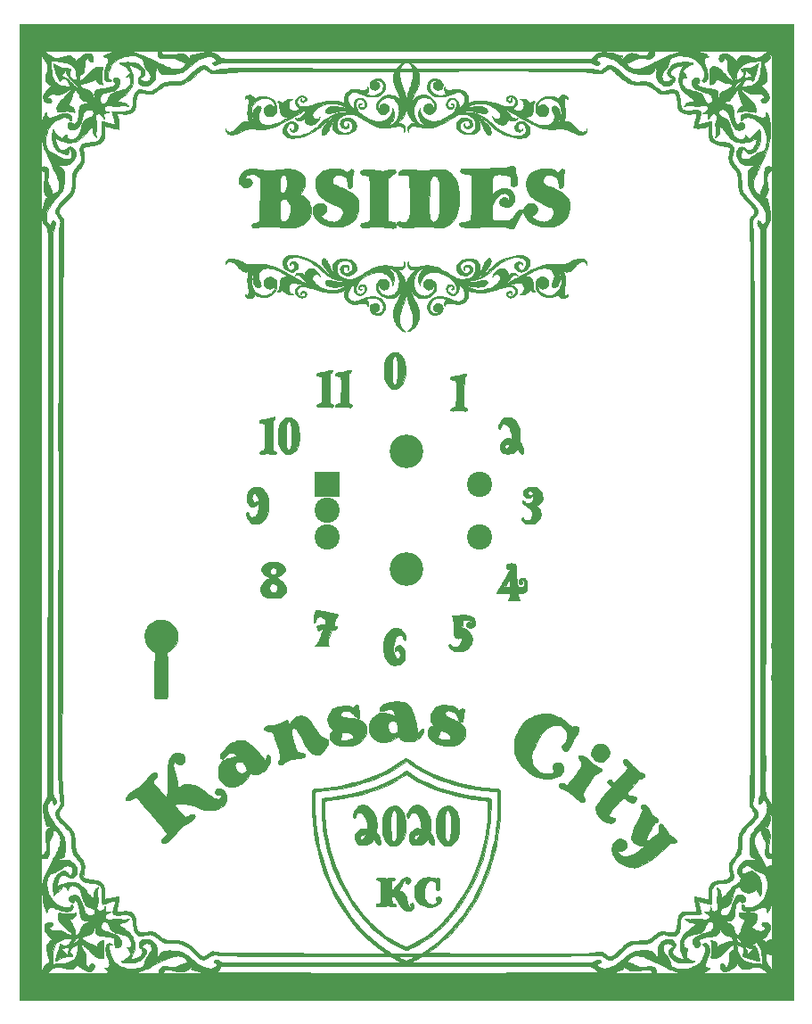
<source format=gbr>
G04 #@! TF.GenerationSoftware,KiCad,Pcbnew,(5.1.4)-1*
G04 #@! TF.CreationDate,2020-06-27T18:01:36-05:00*
G04 #@! TF.ProjectId,8266-dev,38323636-2d64-4657-962e-6b696361645f,rev?*
G04 #@! TF.SameCoordinates,Original*
G04 #@! TF.FileFunction,Soldermask,Top*
G04 #@! TF.FilePolarity,Negative*
%FSLAX46Y46*%
G04 Gerber Fmt 4.6, Leading zero omitted, Abs format (unit mm)*
G04 Created by KiCad (PCBNEW (5.1.4)-1) date 2020-06-27 18:01:36*
%MOMM*%
%LPD*%
G04 APERTURE LIST*
%ADD10C,0.010000*%
%ADD11R,2.400000X2.400000*%
%ADD12C,2.400000*%
%ADD13C,3.200000*%
%ADD14C,1.300000*%
%ADD15C,1.850000*%
%ADD16O,2.300000X1.600000*%
G04 APERTURE END LIST*
D10*
G36*
X170545333Y-139539666D02*
G01*
X97075833Y-139539666D01*
X97075833Y-131528083D01*
X99086666Y-131528083D01*
X99086666Y-136999666D01*
X99147435Y-136999666D01*
X99651148Y-136999666D01*
X102675363Y-136997674D01*
X107987250Y-136997674D01*
X109151621Y-136998670D01*
X110315993Y-136999666D01*
X110711730Y-136999666D01*
X112863156Y-136995751D01*
X113158180Y-136995147D01*
X113439034Y-136994440D01*
X113703105Y-136993646D01*
X113947783Y-136992776D01*
X114170455Y-136991846D01*
X114368511Y-136990868D01*
X114539339Y-136989857D01*
X114680328Y-136988827D01*
X114788866Y-136987791D01*
X114862341Y-136986763D01*
X114898142Y-136985757D01*
X114898166Y-136984992D01*
X114821739Y-136978075D01*
X115312950Y-136978075D01*
X115326794Y-136978826D01*
X115382028Y-136979569D01*
X115477711Y-136980303D01*
X115612899Y-136981025D01*
X115786649Y-136981737D01*
X115998020Y-136982437D01*
X116246067Y-136983124D01*
X116529850Y-136983797D01*
X116848424Y-136984456D01*
X117200847Y-136985099D01*
X117586177Y-136985727D01*
X118003471Y-136986338D01*
X118451786Y-136986931D01*
X118930180Y-136987505D01*
X119437709Y-136988061D01*
X119973432Y-136988596D01*
X120536405Y-136989111D01*
X121125686Y-136989604D01*
X121740332Y-136990074D01*
X122379400Y-136990521D01*
X123041948Y-136990945D01*
X123727033Y-136991343D01*
X124433713Y-136991715D01*
X125161044Y-136992062D01*
X125908085Y-136992380D01*
X126673892Y-136992671D01*
X127457522Y-136992933D01*
X128258034Y-136993165D01*
X129074483Y-136993367D01*
X129905929Y-136993538D01*
X130751427Y-136993676D01*
X131610036Y-136993781D01*
X132480813Y-136993853D01*
X133362814Y-136993891D01*
X133884666Y-136993896D01*
X134772957Y-136993878D01*
X135650623Y-136993826D01*
X136516720Y-136993741D01*
X137370305Y-136993624D01*
X138210433Y-136993476D01*
X139036160Y-136993297D01*
X139846541Y-136993088D01*
X140640633Y-136992851D01*
X141417490Y-136992585D01*
X142176170Y-136992291D01*
X142915727Y-136991971D01*
X143635217Y-136991625D01*
X144333697Y-136991254D01*
X145010221Y-136990858D01*
X145663846Y-136990439D01*
X146293627Y-136989997D01*
X146898620Y-136989532D01*
X147477881Y-136989047D01*
X148030466Y-136988541D01*
X148555430Y-136988016D01*
X149051829Y-136987471D01*
X149518719Y-136986908D01*
X149955156Y-136986328D01*
X150360195Y-136985731D01*
X150732892Y-136985119D01*
X151072303Y-136984491D01*
X151377484Y-136983849D01*
X151647490Y-136983194D01*
X151881377Y-136982526D01*
X152078201Y-136981846D01*
X152237018Y-136981155D01*
X152356883Y-136980453D01*
X152436852Y-136979742D01*
X152475981Y-136979022D01*
X152479583Y-136978599D01*
X152478044Y-136978364D01*
X153040583Y-136978364D01*
X153072132Y-136981537D01*
X153145445Y-136984430D01*
X153260239Y-136987039D01*
X153416230Y-136989361D01*
X153613134Y-136991394D01*
X153850668Y-136993133D01*
X154128547Y-136994576D01*
X154446487Y-136995719D01*
X154804205Y-136996560D01*
X155021601Y-136996898D01*
X157161452Y-136999666D01*
X157101226Y-136880267D01*
X157069604Y-136813516D01*
X157047794Y-136759714D01*
X157041000Y-136733785D01*
X157020655Y-136710773D01*
X156961643Y-136695022D01*
X156866992Y-136686489D01*
X156739735Y-136685132D01*
X156582901Y-136690910D01*
X156399522Y-136703781D01*
X156192627Y-136723702D01*
X155982666Y-136748405D01*
X155722436Y-136775947D01*
X155495622Y-136786745D01*
X155296191Y-136779412D01*
X155118110Y-136752562D01*
X154955346Y-136704806D01*
X154801865Y-136634760D01*
X154651635Y-136541035D01*
X154498622Y-136422245D01*
X154474541Y-136401735D01*
X154416924Y-136353517D01*
X154374040Y-136320250D01*
X154353567Y-136307817D01*
X154352833Y-136308444D01*
X154359692Y-136332426D01*
X154377839Y-136385437D01*
X154403628Y-136456897D01*
X154408964Y-136471344D01*
X154437263Y-136553099D01*
X154449117Y-136603978D01*
X154445838Y-136631534D01*
X154438173Y-136639417D01*
X154406689Y-136651722D01*
X154341150Y-136672395D01*
X154248574Y-136699541D01*
X154135976Y-136731265D01*
X154010373Y-136765672D01*
X153878781Y-136800866D01*
X153748216Y-136834954D01*
X153625695Y-136866039D01*
X153518234Y-136892226D01*
X153432849Y-136911621D01*
X153421500Y-136914010D01*
X153308016Y-136935691D01*
X153185305Y-136956226D01*
X153075608Y-136971960D01*
X153051083Y-136974914D01*
X153040583Y-136978364D01*
X152478044Y-136978364D01*
X152349209Y-136958699D01*
X152234500Y-136930194D01*
X152126174Y-136888897D01*
X152014948Y-136830619D01*
X151891540Y-136751170D01*
X151751789Y-136650198D01*
X151633385Y-136563214D01*
X151535420Y-136497139D01*
X151448436Y-136448680D01*
X151362975Y-136414545D01*
X151269579Y-136391442D01*
X151158789Y-136376078D01*
X151021148Y-136365161D01*
X150915356Y-136359028D01*
X150891869Y-136357717D01*
X150870110Y-136356455D01*
X150849248Y-136355243D01*
X150828452Y-136354080D01*
X150806892Y-136352966D01*
X150783737Y-136351901D01*
X150758157Y-136350884D01*
X150729322Y-136349916D01*
X150696400Y-136348995D01*
X150658562Y-136348122D01*
X150614977Y-136347296D01*
X150564814Y-136346518D01*
X150507243Y-136345787D01*
X150441433Y-136345102D01*
X150366554Y-136344464D01*
X150281775Y-136343872D01*
X150186266Y-136343326D01*
X150079197Y-136342826D01*
X149959736Y-136342372D01*
X149827053Y-136341962D01*
X149680319Y-136341598D01*
X149518701Y-136341278D01*
X149341371Y-136341003D01*
X149147496Y-136340772D01*
X148936248Y-136340585D01*
X148706794Y-136340442D01*
X148458305Y-136340342D01*
X148189951Y-136340286D01*
X147900900Y-136340273D01*
X147590323Y-136340302D01*
X147257388Y-136340374D01*
X146901266Y-136340488D01*
X146521125Y-136340645D01*
X146116135Y-136340843D01*
X145685466Y-136341082D01*
X145228287Y-136341363D01*
X144743768Y-136341685D01*
X144231078Y-136342048D01*
X143689387Y-136342451D01*
X143117864Y-136342895D01*
X142515678Y-136343379D01*
X141882000Y-136343902D01*
X141215998Y-136344466D01*
X140516843Y-136345068D01*
X139783703Y-136345710D01*
X139015748Y-136346390D01*
X138212148Y-136347109D01*
X137372072Y-136347866D01*
X136494689Y-136348662D01*
X135579170Y-136349495D01*
X134624683Y-136350366D01*
X133630398Y-136351274D01*
X132595485Y-136352219D01*
X131519112Y-136353202D01*
X131461083Y-136353255D01*
X116199916Y-136367168D01*
X116149070Y-136483705D01*
X116063183Y-136628574D01*
X115942760Y-136750389D01*
X115789344Y-136848235D01*
X115604481Y-136921199D01*
X115389714Y-136968368D01*
X115312950Y-136978075D01*
X114821739Y-136978075D01*
X114776282Y-136973961D01*
X114626613Y-136954450D01*
X114462364Y-136928564D01*
X114296740Y-136898409D01*
X114142945Y-136866088D01*
X114121978Y-136861246D01*
X114045400Y-136841928D01*
X113949827Y-136815743D01*
X113842701Y-136784974D01*
X113731466Y-136751904D01*
X113623565Y-136718817D01*
X113526443Y-136687997D01*
X113447542Y-136661726D01*
X113394307Y-136642289D01*
X113374181Y-136631969D01*
X113374166Y-136631839D01*
X113380481Y-136610554D01*
X113397216Y-136559322D01*
X113421062Y-136488238D01*
X113427083Y-136470500D01*
X113452128Y-136395728D01*
X113470772Y-136337906D01*
X113479678Y-136307436D01*
X113480000Y-136305447D01*
X113465716Y-136315737D01*
X113426507Y-136350499D01*
X113367838Y-136404736D01*
X113295174Y-136473446D01*
X113269430Y-136498085D01*
X113165472Y-136594653D01*
X113077890Y-136667452D01*
X112995464Y-136724817D01*
X112906974Y-136775084D01*
X112874151Y-136791722D01*
X112689441Y-136883250D01*
X112412679Y-136882953D01*
X112301434Y-136881953D01*
X112210980Y-136878085D01*
X112129084Y-136869646D01*
X112043509Y-136854930D01*
X111942022Y-136832234D01*
X111812388Y-136799852D01*
X111807833Y-136798686D01*
X111675335Y-136765619D01*
X111571559Y-136742481D01*
X111484529Y-136727542D01*
X111402272Y-136719074D01*
X111312811Y-136715347D01*
X111225750Y-136714615D01*
X111062031Y-136718879D01*
X110935920Y-136731665D01*
X110848513Y-136752743D01*
X110800912Y-136781881D01*
X110791833Y-136805506D01*
X110782553Y-136847351D01*
X110759496Y-136905281D01*
X110751781Y-136921107D01*
X110711730Y-136999666D01*
X110315993Y-136999666D01*
X110317701Y-136873984D01*
X110336569Y-136718160D01*
X110387786Y-136589279D01*
X110470155Y-136488460D01*
X110582478Y-136416823D01*
X110723560Y-136375489D01*
X110861666Y-136364997D01*
X110915572Y-136368109D01*
X111000577Y-136376396D01*
X111105929Y-136388675D01*
X111220875Y-136403763D01*
X111246306Y-136407331D01*
X111416824Y-136430318D01*
X111557106Y-136444691D01*
X111676083Y-136448930D01*
X111782687Y-136441517D01*
X111885847Y-136420934D01*
X111994496Y-136385661D01*
X112117565Y-136334179D01*
X112263984Y-136264972D01*
X112359075Y-136218120D01*
X112504343Y-136148400D01*
X112622857Y-136097354D01*
X112723875Y-136061400D01*
X112816654Y-136036960D01*
X112839708Y-136032217D01*
X112919176Y-136014673D01*
X112979719Y-135997417D01*
X113011682Y-135983357D01*
X113014333Y-135979624D01*
X113002070Y-135936980D01*
X112969625Y-135872235D01*
X112923514Y-135796141D01*
X112870251Y-135719453D01*
X112816416Y-135652992D01*
X112679236Y-135531350D01*
X112517618Y-135443604D01*
X112332939Y-135390100D01*
X112126578Y-135371184D01*
X111899913Y-135387203D01*
X111814986Y-135401327D01*
X111718517Y-135421593D01*
X111621150Y-135446529D01*
X111518963Y-135477771D01*
X111408031Y-135516956D01*
X111284432Y-135565720D01*
X111144242Y-135625699D01*
X110983537Y-135698529D01*
X110798395Y-135785848D01*
X110584891Y-135889291D01*
X110339102Y-136010494D01*
X110259314Y-136050150D01*
X109983996Y-136186812D01*
X109742237Y-136305844D01*
X109529965Y-136409004D01*
X109343107Y-136498052D01*
X109177592Y-136574747D01*
X109029345Y-136640847D01*
X108894295Y-136698113D01*
X108768369Y-136748302D01*
X108647495Y-136793175D01*
X108527600Y-136834489D01*
X108404612Y-136874004D01*
X108274457Y-136913480D01*
X108230666Y-136926380D01*
X107987250Y-136997674D01*
X102675363Y-136997674D01*
X102877282Y-136997541D01*
X103311926Y-136997220D01*
X103706045Y-136996845D01*
X104061448Y-136996397D01*
X104379944Y-136995858D01*
X104663342Y-136995208D01*
X104913449Y-136994429D01*
X105132076Y-136993503D01*
X105321031Y-136992410D01*
X105482122Y-136991132D01*
X105617158Y-136989650D01*
X105727948Y-136987945D01*
X105816301Y-136985999D01*
X105884025Y-136983793D01*
X105932929Y-136981308D01*
X105964822Y-136978525D01*
X105981512Y-136975426D01*
X105984809Y-136971992D01*
X105976520Y-136968204D01*
X105965833Y-136965555D01*
X105759025Y-136911252D01*
X105571258Y-136843278D01*
X105408783Y-136764536D01*
X105277851Y-136677930D01*
X105207449Y-136613239D01*
X105158148Y-136559453D01*
X105249782Y-136544621D01*
X105386963Y-136511639D01*
X105487686Y-136460887D01*
X105555432Y-136388635D01*
X105593682Y-136291149D01*
X105605917Y-136164696D01*
X105605920Y-136162721D01*
X105604268Y-136105241D01*
X105598000Y-136048279D01*
X105585242Y-135984422D01*
X105564122Y-135906258D01*
X105532766Y-135806374D01*
X105489304Y-135677358D01*
X105466880Y-135612387D01*
X105397793Y-135411423D01*
X105342311Y-135245195D01*
X105299314Y-135108749D01*
X105267682Y-134997131D01*
X105246297Y-134905385D01*
X105234039Y-134828559D01*
X105229789Y-134761696D01*
X105232428Y-134699844D01*
X105240836Y-134638048D01*
X105243455Y-134623389D01*
X105277828Y-134495626D01*
X105329303Y-134378638D01*
X105392801Y-134280304D01*
X105463244Y-134208503D01*
X105534861Y-134171286D01*
X105630065Y-134168046D01*
X105725616Y-134201475D01*
X105795727Y-134253545D01*
X105865971Y-134322083D01*
X105725402Y-134328342D01*
X105584833Y-134334600D01*
X105584993Y-134550592D01*
X105590540Y-134738219D01*
X105608898Y-134903124D01*
X105643095Y-135063772D01*
X105696161Y-135238628D01*
X105699471Y-135248389D01*
X105795387Y-135482740D01*
X105917814Y-135694739D01*
X106073017Y-135894394D01*
X106166916Y-135994794D01*
X106381945Y-136186095D01*
X106614830Y-136341267D01*
X106869522Y-136462457D01*
X107149972Y-136551811D01*
X107224522Y-136569416D01*
X107360491Y-136590992D01*
X107518881Y-136602108D01*
X107692754Y-136603546D01*
X107875171Y-136596090D01*
X108059193Y-136580524D01*
X108237883Y-136557632D01*
X108404303Y-136528197D01*
X108551513Y-136493002D01*
X108672577Y-136452832D01*
X108760554Y-136408469D01*
X108780351Y-136393713D01*
X108830973Y-136344106D01*
X108869921Y-136286552D01*
X108900933Y-136212286D01*
X108927748Y-136112546D01*
X108951703Y-135991979D01*
X108973878Y-135881733D01*
X108999510Y-135787877D01*
X109032881Y-135701840D01*
X109078274Y-135615054D01*
X109139971Y-135518948D01*
X109222253Y-135404951D01*
X109289023Y-135316916D01*
X109408666Y-135154836D01*
X109499469Y-135017419D01*
X109563708Y-134900621D01*
X109603656Y-134800399D01*
X109619707Y-134729050D01*
X109617680Y-134601037D01*
X109580621Y-134476241D01*
X109514255Y-134362707D01*
X109424310Y-134268482D01*
X109316513Y-134201611D01*
X109224430Y-134173735D01*
X109103001Y-134173582D01*
X108982043Y-134209846D01*
X108870206Y-134277408D01*
X108776139Y-134371148D01*
X108712441Y-134476756D01*
X108688832Y-134538836D01*
X108689971Y-134576569D01*
X108721424Y-134598651D01*
X108788755Y-134613775D01*
X108801468Y-134615849D01*
X108900551Y-134649252D01*
X108996032Y-134711723D01*
X109063039Y-134781647D01*
X109097644Y-134861448D01*
X109106161Y-134965944D01*
X109089963Y-135087613D01*
X109050424Y-135218931D01*
X108988918Y-135352377D01*
X108945558Y-135424978D01*
X108804344Y-135603341D01*
X108632074Y-135753908D01*
X108430805Y-135875257D01*
X108202592Y-135965968D01*
X108134188Y-135985671D01*
X107977842Y-136016620D01*
X107791181Y-136036292D01*
X107584679Y-136044728D01*
X107368814Y-136041970D01*
X107154062Y-136028060D01*
X106950899Y-136003039D01*
X106828375Y-135980486D01*
X106757757Y-135959386D01*
X106727145Y-135934139D01*
X106736915Y-135903786D01*
X106787444Y-135867368D01*
X106879108Y-135823926D01*
X106891875Y-135818613D01*
X107099713Y-135711529D01*
X107282130Y-135573180D01*
X107435388Y-135407015D01*
X107555752Y-135216480D01*
X107565308Y-135197302D01*
X107623597Y-135077688D01*
X107465024Y-134858636D01*
X107404000Y-134773993D01*
X107351743Y-134700863D01*
X107313441Y-134646554D01*
X107294285Y-134618376D01*
X107293575Y-134617195D01*
X107303604Y-134602583D01*
X107352734Y-134595429D01*
X107381633Y-134594807D01*
X107499215Y-134577580D01*
X107591463Y-134527090D01*
X107656780Y-134445128D01*
X107693570Y-134333483D01*
X107701500Y-134236225D01*
X107681327Y-134058551D01*
X107621989Y-133893859D01*
X107525258Y-133744341D01*
X107392905Y-133612194D01*
X107226700Y-133499611D01*
X107035873Y-133411572D01*
X106955959Y-133384582D01*
X106849193Y-133352786D01*
X106730097Y-133320331D01*
X106623673Y-133293822D01*
X106403281Y-133238453D01*
X106220963Y-133184777D01*
X106072606Y-133131008D01*
X105954093Y-133075359D01*
X105861310Y-133016045D01*
X105790141Y-132951277D01*
X105764920Y-132920993D01*
X105727603Y-132862479D01*
X105682397Y-132777270D01*
X105635938Y-132678436D01*
X105606830Y-132609649D01*
X105533335Y-132447709D01*
X105457282Y-132323678D01*
X105375435Y-132233137D01*
X105287068Y-132172936D01*
X105185444Y-132137825D01*
X105091221Y-132141592D01*
X105001547Y-132185234D01*
X104913566Y-132269747D01*
X104877814Y-132315760D01*
X104804421Y-132436781D01*
X104770458Y-132546012D01*
X104776022Y-132647311D01*
X104821206Y-132744537D01*
X104890408Y-132826434D01*
X104951368Y-132879249D01*
X105027410Y-132930306D01*
X105123061Y-132981679D01*
X105242848Y-133035442D01*
X105391299Y-133093668D01*
X105572941Y-133158430D01*
X105732825Y-133212257D01*
X105870119Y-133258403D01*
X105999764Y-133303417D01*
X106114261Y-133344584D01*
X106206113Y-133379189D01*
X106267820Y-133404517D01*
X106281053Y-133410761D01*
X106394961Y-133486231D01*
X106498106Y-133588032D01*
X106587405Y-133709032D01*
X106659773Y-133842099D01*
X106712130Y-133980102D01*
X106741390Y-134115909D01*
X106744472Y-134242389D01*
X106718292Y-134352410D01*
X106702158Y-134384834D01*
X106642039Y-134460042D01*
X106561153Y-134523277D01*
X106468618Y-134571290D01*
X106373550Y-134600833D01*
X106285067Y-134608655D01*
X106212288Y-134591507D01*
X106182153Y-134570153D01*
X106143702Y-134507859D01*
X106116149Y-134408134D01*
X106099286Y-134269810D01*
X106092904Y-134091718D01*
X106092833Y-134068037D01*
X106090803Y-133966017D01*
X106085304Y-133875287D01*
X106077219Y-133806814D01*
X106069186Y-133774760D01*
X106028919Y-133726267D01*
X105955888Y-133675802D01*
X105859090Y-133628356D01*
X105747517Y-133588917D01*
X105720832Y-133581534D01*
X105660052Y-133569622D01*
X105566091Y-133556168D01*
X105448020Y-133542239D01*
X105314910Y-133528903D01*
X105175833Y-133517228D01*
X105172083Y-133516946D01*
X104970130Y-133499791D01*
X104805708Y-133480557D01*
X104674014Y-133457600D01*
X104570248Y-133429275D01*
X104489609Y-133393937D01*
X104427295Y-133349942D01*
X104378505Y-133295646D01*
X104339688Y-133231829D01*
X104316347Y-133181957D01*
X104302639Y-133134931D01*
X104296897Y-133078267D01*
X104297454Y-132999478D01*
X104300154Y-132935666D01*
X104305958Y-132843857D01*
X104313436Y-132765307D01*
X104321372Y-132711601D01*
X104325189Y-132697541D01*
X104329509Y-132666671D01*
X104304383Y-132665755D01*
X104249626Y-132694814D01*
X104228154Y-132708867D01*
X104188916Y-132741434D01*
X104156319Y-132785769D01*
X104124433Y-132851866D01*
X104090568Y-132940642D01*
X104057076Y-133029157D01*
X104024146Y-133108056D01*
X103997201Y-133164619D01*
X103989363Y-133178064D01*
X103937244Y-133237922D01*
X103862081Y-133289834D01*
X103758446Y-133336471D01*
X103620909Y-133380505D01*
X103529191Y-133404497D01*
X103393751Y-133439292D01*
X103291855Y-133469477D01*
X103215457Y-133498345D01*
X103156512Y-133529190D01*
X103106975Y-133565306D01*
X103081875Y-133587626D01*
X103038996Y-133638802D01*
X103028355Y-133687640D01*
X103051342Y-133741403D01*
X103109346Y-133807355D01*
X103127196Y-133824458D01*
X103207102Y-133888386D01*
X103320417Y-133961098D01*
X103468631Y-134043386D01*
X103653231Y-134136044D01*
X103875704Y-134239865D01*
X104060809Y-134322253D01*
X104178198Y-134374166D01*
X104283092Y-134421545D01*
X104368950Y-134461356D01*
X104429229Y-134490563D01*
X104457388Y-134506133D01*
X104457684Y-134506371D01*
X104476586Y-134512479D01*
X104483761Y-134484083D01*
X104484166Y-134466100D01*
X104504009Y-134322750D01*
X104560481Y-134193940D01*
X104648995Y-134084540D01*
X104764964Y-133999424D01*
X104903803Y-133943466D01*
X104992166Y-133926391D01*
X105045083Y-133919916D01*
X105050615Y-134771875D01*
X105056146Y-135623833D01*
X104955365Y-135623465D01*
X104789553Y-135607765D01*
X104609087Y-135564161D01*
X104427634Y-135496210D01*
X104378333Y-135473219D01*
X104322338Y-135444958D01*
X104272729Y-135416800D01*
X104224587Y-135384556D01*
X104172992Y-135344037D01*
X104113026Y-135291052D01*
X104039769Y-135221411D01*
X103948302Y-135130925D01*
X103833706Y-135015405D01*
X103796250Y-134977439D01*
X103683918Y-134864547D01*
X103575635Y-134757653D01*
X103476599Y-134661741D01*
X103392008Y-134581796D01*
X103327061Y-134522804D01*
X103289933Y-134491918D01*
X103232598Y-134452686D01*
X103160352Y-134408058D01*
X103083475Y-134363774D01*
X103012247Y-134325577D01*
X102956950Y-134299208D01*
X102929020Y-134290333D01*
X102918907Y-134308938D01*
X102918844Y-134357436D01*
X102927840Y-134424853D01*
X102944905Y-134500212D01*
X102949360Y-134515814D01*
X102984906Y-134597705D01*
X103048860Y-134703069D01*
X103137169Y-134825590D01*
X103236061Y-134961728D01*
X103308416Y-135082264D01*
X103356892Y-135197239D01*
X103384152Y-135316695D01*
X103392854Y-135450670D01*
X103385659Y-135609207D01*
X103374642Y-135721891D01*
X103359893Y-135895720D01*
X103358636Y-136033851D01*
X103371197Y-136140817D01*
X103397906Y-136221154D01*
X103412586Y-136246790D01*
X103462188Y-136308705D01*
X103529104Y-136376670D01*
X103595569Y-136433041D01*
X103611147Y-136443993D01*
X103662693Y-136460440D01*
X103701765Y-136439641D01*
X103721507Y-136386309D01*
X103722631Y-136367366D01*
X103734047Y-136301516D01*
X103762298Y-136227354D01*
X103799800Y-136160553D01*
X103838972Y-136116790D01*
X103845975Y-136112374D01*
X103894558Y-136097580D01*
X103960868Y-136089833D01*
X103976403Y-136089500D01*
X104065669Y-136107223D01*
X104132952Y-136156855D01*
X104176437Y-136233084D01*
X104194314Y-136330601D01*
X104184771Y-136444094D01*
X104145995Y-136568255D01*
X104142522Y-136576333D01*
X104070077Y-136701839D01*
X103977707Y-136791334D01*
X103864615Y-136845038D01*
X103730000Y-136863174D01*
X103573066Y-136845963D01*
X103393011Y-136793626D01*
X103378401Y-136788234D01*
X103247268Y-136727763D01*
X103106150Y-136643350D01*
X102964752Y-136542535D01*
X102832779Y-136432861D01*
X102719933Y-136321867D01*
X102635921Y-136217096D01*
X102628191Y-136205228D01*
X102571861Y-136116189D01*
X102481020Y-136237035D01*
X102358356Y-136384955D01*
X102239187Y-136495124D01*
X102117898Y-136571130D01*
X101988874Y-136616563D01*
X101859500Y-136634392D01*
X101789471Y-136636506D01*
X101725282Y-136633280D01*
X101656526Y-136622946D01*
X101572795Y-136603735D01*
X101463683Y-136573878D01*
X101406790Y-136557448D01*
X101218726Y-136505152D01*
X101062404Y-136467854D01*
X100930392Y-136444508D01*
X100815257Y-136434065D01*
X100709569Y-136435475D01*
X100616618Y-136445977D01*
X100492036Y-136471387D01*
X100379200Y-136509360D01*
X100266922Y-136565090D01*
X100144017Y-136643771D01*
X100060333Y-136704296D01*
X99970008Y-136771189D01*
X99877621Y-136838773D01*
X99797455Y-136896631D01*
X99765782Y-136919105D01*
X99651148Y-136999666D01*
X99147435Y-136999666D01*
X99176812Y-136997910D01*
X99196682Y-136987232D01*
X99211230Y-136959515D01*
X99224642Y-136906641D01*
X99241104Y-136820494D01*
X99241811Y-136816642D01*
X99298248Y-136600893D01*
X99382444Y-136414851D01*
X99493522Y-136259798D01*
X99612760Y-136153000D01*
X100187333Y-136153000D01*
X100256125Y-136152595D01*
X100299697Y-136151305D01*
X100376980Y-136147987D01*
X100479419Y-136143049D01*
X100598463Y-136136898D01*
X100694253Y-136131694D01*
X101024232Y-136105180D01*
X101316455Y-136063987D01*
X101573119Y-136007432D01*
X101796421Y-135934830D01*
X101988558Y-135845499D01*
X102151728Y-135738755D01*
X102257948Y-135645331D01*
X102340838Y-135553739D01*
X102407750Y-135457895D01*
X102460949Y-135351294D01*
X102502701Y-135227432D01*
X102535272Y-135079802D01*
X102560929Y-134901899D01*
X102578800Y-134724250D01*
X102588795Y-134616214D01*
X102598837Y-134519689D01*
X102607825Y-134444546D01*
X102614656Y-134400655D01*
X102615223Y-134398183D01*
X102620256Y-134365774D01*
X102606632Y-134354147D01*
X102564209Y-134357655D01*
X102547272Y-134360339D01*
X102434282Y-134391704D01*
X102310951Y-134447448D01*
X102186925Y-134520965D01*
X102071851Y-134605652D01*
X101975377Y-134694904D01*
X101907150Y-134782117D01*
X101892982Y-134808256D01*
X101862106Y-134916665D01*
X101872462Y-135021129D01*
X101922953Y-135118342D01*
X102012482Y-135205000D01*
X102028414Y-135216339D01*
X102080471Y-135256178D01*
X102104299Y-135290756D01*
X102108884Y-135334989D01*
X102108122Y-135348666D01*
X102102916Y-135422750D01*
X101657239Y-135456510D01*
X101211562Y-135490271D01*
X100832547Y-135693679D01*
X100717791Y-135754737D01*
X100616274Y-135807745D01*
X100533653Y-135849830D01*
X100475588Y-135878120D01*
X100447739Y-135889744D01*
X100446194Y-135889749D01*
X100450759Y-135869136D01*
X100465828Y-135813211D01*
X100489864Y-135727245D01*
X100521329Y-135616511D01*
X100558687Y-135486280D01*
X100600399Y-135341826D01*
X100644929Y-135188419D01*
X100690740Y-135031333D01*
X100736293Y-134875838D01*
X100780053Y-134727209D01*
X100795392Y-134675419D01*
X101053490Y-134675419D01*
X101059230Y-134692772D01*
X101090021Y-134736255D01*
X101141997Y-134801082D01*
X101211292Y-134882466D01*
X101294039Y-134975619D01*
X101311123Y-134994429D01*
X101398026Y-135088364D01*
X101475445Y-135169364D01*
X101538905Y-135232968D01*
X101583933Y-135274714D01*
X101606054Y-135290140D01*
X101607259Y-135289777D01*
X101616655Y-135265149D01*
X101634387Y-135206570D01*
X101658443Y-135121137D01*
X101686811Y-135015946D01*
X101709479Y-134929236D01*
X101738599Y-134814015D01*
X101762939Y-134713104D01*
X101780879Y-134633603D01*
X101790800Y-134582610D01*
X101792009Y-134567357D01*
X101770782Y-134566382D01*
X101715971Y-134571264D01*
X101635734Y-134580808D01*
X101538228Y-134593822D01*
X101431612Y-134609112D01*
X101324043Y-134625484D01*
X101223680Y-134641744D01*
X101138680Y-134656698D01*
X101077200Y-134669154D01*
X101053490Y-134675419D01*
X100795392Y-134675419D01*
X100820481Y-134590716D01*
X100856040Y-134471631D01*
X100885194Y-134375228D01*
X100906404Y-134306777D01*
X100917689Y-134272731D01*
X100932894Y-134258674D01*
X100965835Y-134268785D01*
X100996956Y-134286457D01*
X101121912Y-134346166D01*
X101258728Y-134384010D01*
X101396070Y-134398709D01*
X101522604Y-134388986D01*
X101620744Y-134356854D01*
X101650155Y-134338411D01*
X102007666Y-134338411D01*
X102023102Y-134337549D01*
X102064992Y-134315051D01*
X102126705Y-134275696D01*
X102201613Y-134224261D01*
X102283088Y-134165524D01*
X102364500Y-134104264D01*
X102439220Y-134045258D01*
X102500620Y-133993285D01*
X102541825Y-133953395D01*
X102592195Y-133891658D01*
X102642730Y-133820331D01*
X102688054Y-133748394D01*
X102722797Y-133684823D01*
X102741585Y-133638595D01*
X102741370Y-133619982D01*
X102713128Y-133619123D01*
X102660135Y-133639082D01*
X102591186Y-133674853D01*
X102515076Y-133721429D01*
X102440599Y-133773803D01*
X102376547Y-133826968D01*
X102374569Y-133828812D01*
X102326019Y-133879981D01*
X102266987Y-133950617D01*
X102203134Y-134032861D01*
X102140119Y-134118851D01*
X102083601Y-134200729D01*
X102039240Y-134270632D01*
X102012695Y-134320701D01*
X102007666Y-134338411D01*
X101650155Y-134338411D01*
X101689814Y-134313542D01*
X101758688Y-134258359D01*
X101773327Y-134244406D01*
X101823195Y-134181294D01*
X101877817Y-134091742D01*
X101929950Y-133989909D01*
X101972350Y-133889950D01*
X101997771Y-133806024D01*
X101997854Y-133805616D01*
X102012425Y-133733649D01*
X101655504Y-133746408D01*
X101483727Y-133754899D01*
X101339149Y-133766886D01*
X101227355Y-133781825D01*
X101171583Y-133793748D01*
X100974245Y-133866040D01*
X100799791Y-133969618D01*
X100647892Y-134105177D01*
X100518221Y-134273409D01*
X100410447Y-134475009D01*
X100324244Y-134710669D01*
X100259283Y-134981084D01*
X100215235Y-135286947D01*
X100191773Y-135628951D01*
X100187405Y-135872541D01*
X100187333Y-136153000D01*
X99612760Y-136153000D01*
X99630603Y-136137019D01*
X99756886Y-136063602D01*
X99895852Y-135998572D01*
X99881076Y-135848244D01*
X99871305Y-135782225D01*
X99852478Y-135683962D01*
X99826464Y-135562112D01*
X99795132Y-135425332D01*
X99760350Y-135282278D01*
X99750389Y-135242833D01*
X99712171Y-135091507D01*
X99683535Y-134973426D01*
X99663222Y-134880915D01*
X99649974Y-134806298D01*
X99642530Y-134741897D01*
X99639633Y-134680037D01*
X99640023Y-134613043D01*
X99641030Y-134576083D01*
X99646380Y-134466602D01*
X99656080Y-134386346D01*
X99672534Y-134322254D01*
X99698145Y-134261262D01*
X99699452Y-134258583D01*
X99768569Y-134149950D01*
X99866418Y-134039548D01*
X99981532Y-133938878D01*
X100091243Y-133865634D01*
X100155534Y-133828122D01*
X100187786Y-133804043D01*
X100193397Y-133787066D01*
X100177763Y-133770858D01*
X100174202Y-133768301D01*
X100000132Y-133630118D01*
X99840746Y-133473567D01*
X99700882Y-133305215D01*
X99585376Y-133131630D01*
X99499065Y-132959379D01*
X99446786Y-132795029D01*
X99442876Y-132775320D01*
X99429219Y-132650915D01*
X99441368Y-132546469D01*
X99482035Y-132446463D01*
X99508041Y-132402413D01*
X99577408Y-132321185D01*
X99667348Y-132256441D01*
X99769925Y-132209634D01*
X99877204Y-132182213D01*
X99981247Y-132175630D01*
X100074118Y-132191337D01*
X100147881Y-132230784D01*
X100186705Y-132278327D01*
X100206129Y-132348989D01*
X100203529Y-132430675D01*
X100180031Y-132500644D01*
X100175351Y-132507907D01*
X100129603Y-132552064D01*
X100062233Y-132595113D01*
X99990852Y-132627405D01*
X99935425Y-132639333D01*
X99890897Y-132651347D01*
X99880514Y-132686448D01*
X99903897Y-132743226D01*
X99960666Y-132820268D01*
X99994281Y-132858230D01*
X100065403Y-132924341D01*
X100140756Y-132967851D01*
X100230512Y-132992030D01*
X100344841Y-133000150D01*
X100430750Y-132998626D01*
X100626771Y-132991691D01*
X100787092Y-132988649D01*
X100918260Y-132990763D01*
X101026826Y-132999297D01*
X101119340Y-133015512D01*
X101202352Y-133040672D01*
X101282411Y-133076040D01*
X101366068Y-133122879D01*
X101459872Y-133182452D01*
X101491108Y-133203086D01*
X101620899Y-133286668D01*
X101725984Y-133347631D01*
X101814627Y-133389909D01*
X101895091Y-133417436D01*
X101975640Y-133434147D01*
X101976824Y-133434325D01*
X102076892Y-133449331D01*
X102020286Y-133345328D01*
X101969807Y-133264297D01*
X101901362Y-133175380D01*
X101811693Y-133075129D01*
X101697539Y-132960096D01*
X101555642Y-132826832D01*
X101388965Y-132677374D01*
X101210575Y-132516297D01*
X101064303Y-132375038D01*
X100947274Y-132249588D01*
X100856615Y-132135940D01*
X100789450Y-132030087D01*
X100742906Y-131928021D01*
X100714106Y-131825734D01*
X100700178Y-131719219D01*
X100700024Y-131716903D01*
X100702662Y-131559529D01*
X100724340Y-131452319D01*
X100745739Y-131380840D01*
X100765061Y-131333270D01*
X100790382Y-131306333D01*
X100829780Y-131296751D01*
X100891328Y-131301249D01*
X100983105Y-131316549D01*
X101035750Y-131325966D01*
X101165448Y-131346818D01*
X101311855Y-131366966D01*
X101451783Y-131383338D01*
X101513150Y-131389240D01*
X101708957Y-131399753D01*
X101890468Y-131394442D01*
X102071668Y-131371802D01*
X102266540Y-131330327D01*
X102404504Y-131293316D01*
X102435719Y-131287929D01*
X102445139Y-131303573D01*
X102438664Y-131350253D01*
X102438522Y-131350999D01*
X102395781Y-131502972D01*
X102331082Y-131637175D01*
X102252183Y-131739764D01*
X102164885Y-131808673D01*
X102061719Y-131862453D01*
X101958798Y-131893657D01*
X101908646Y-131898500D01*
X101870721Y-131907013D01*
X101859500Y-131921774D01*
X101869123Y-131948163D01*
X101895459Y-132003909D01*
X101934705Y-132081338D01*
X101983056Y-132172777D01*
X101993255Y-132191649D01*
X102108932Y-132414480D01*
X102199809Y-132612536D01*
X102268477Y-132793320D01*
X102317524Y-132964336D01*
X102349538Y-133133089D01*
X102364287Y-133267170D01*
X102378083Y-133441808D01*
X102473333Y-133399246D01*
X102576169Y-133338129D01*
X102672587Y-133254232D01*
X102747950Y-133161122D01*
X102768012Y-133126166D01*
X102791503Y-133073372D01*
X102823409Y-132993904D01*
X102858444Y-132901144D01*
X102875247Y-132854630D01*
X102934902Y-132707114D01*
X103002367Y-132574889D01*
X103072963Y-132465790D01*
X103142012Y-132387653D01*
X103165369Y-132368769D01*
X103214569Y-132340022D01*
X103289238Y-132303523D01*
X103375120Y-132266138D01*
X103395491Y-132257925D01*
X103492647Y-132215502D01*
X103579443Y-132170454D01*
X103648075Y-132127530D01*
X103690739Y-132091479D01*
X103701003Y-132072047D01*
X103681500Y-132066140D01*
X103629489Y-132063174D01*
X103554716Y-132063554D01*
X103523106Y-132064630D01*
X103340315Y-132058625D01*
X103187280Y-132024410D01*
X103065013Y-131962251D01*
X103033097Y-131936981D01*
X102974534Y-131877191D01*
X102926123Y-131806962D01*
X102886140Y-131720868D01*
X102852862Y-131613481D01*
X102824565Y-131479375D01*
X102799526Y-131313124D01*
X102778879Y-131136500D01*
X102751195Y-130913268D01*
X102718645Y-130726541D01*
X102679357Y-130570599D01*
X102631461Y-130439719D01*
X102573084Y-130328180D01*
X102502356Y-130230259D01*
X102470664Y-130194139D01*
X102385976Y-130102264D01*
X102285379Y-130206632D01*
X102228142Y-130263103D01*
X102185129Y-130294551D01*
X102143036Y-130308110D01*
X102090932Y-130310920D01*
X101983003Y-130291489D01*
X101892342Y-130237260D01*
X101824251Y-130154044D01*
X101784027Y-130047647D01*
X101775298Y-129964948D01*
X101793168Y-129851235D01*
X101847073Y-129757891D01*
X101935344Y-129686044D01*
X102056308Y-129636818D01*
X102208294Y-129611340D01*
X102305164Y-129607860D01*
X102426996Y-129618327D01*
X102536152Y-129650474D01*
X102634640Y-129706936D01*
X102724462Y-129790346D01*
X102807626Y-129903337D01*
X102886136Y-130048543D01*
X102961998Y-130228596D01*
X103037217Y-130446132D01*
X103098491Y-130649666D01*
X103152325Y-130833637D01*
X103198773Y-130981775D01*
X103240073Y-131099472D01*
X103278465Y-131192122D01*
X103316189Y-131265114D01*
X103355482Y-131323843D01*
X103398586Y-131373698D01*
X103399618Y-131374761D01*
X103501021Y-131454631D01*
X103618404Y-131507900D01*
X103743817Y-131534747D01*
X103869307Y-131535350D01*
X103986923Y-131509889D01*
X104088714Y-131458543D01*
X104166726Y-131381489D01*
X104182193Y-131357162D01*
X104225580Y-131247033D01*
X104227187Y-131142886D01*
X104187172Y-131044938D01*
X104105696Y-130953409D01*
X103982918Y-130868518D01*
X103818996Y-130790483D01*
X103751115Y-130764535D01*
X103655688Y-130728338D01*
X103568212Y-130692222D01*
X103500962Y-130661399D01*
X103474972Y-130647332D01*
X103390131Y-130582370D01*
X103313805Y-130495830D01*
X103243989Y-130383791D01*
X103178678Y-130242332D01*
X103115866Y-130067532D01*
X103053550Y-129855471D01*
X103035870Y-129788703D01*
X102979043Y-129580517D01*
X102925184Y-129408566D01*
X102871572Y-129267134D01*
X102815490Y-129150505D01*
X102754217Y-129052965D01*
X102685034Y-128968799D01*
X102612296Y-128898470D01*
X102482955Y-128804055D01*
X102345136Y-128737751D01*
X102205630Y-128700592D01*
X102071232Y-128693611D01*
X101948732Y-128717841D01*
X101844924Y-128774314D01*
X101837238Y-128780586D01*
X101779562Y-128837194D01*
X101740854Y-128899388D01*
X101713276Y-128981853D01*
X101701157Y-129035542D01*
X101678416Y-129146501D01*
X101479900Y-128947156D01*
X101281383Y-128747810D01*
X100808320Y-129206613D01*
X100691054Y-129320002D01*
X100583266Y-129423571D01*
X100488769Y-129513710D01*
X100411374Y-129586806D01*
X100354892Y-129639249D01*
X100323135Y-129667428D01*
X100317857Y-129671257D01*
X100310290Y-129653607D01*
X100302118Y-129600314D01*
X100293696Y-129518057D01*
X100285377Y-129413514D01*
X100277518Y-129293365D01*
X100270472Y-129164288D01*
X100264595Y-129032964D01*
X100260241Y-128906069D01*
X100257765Y-128790285D01*
X100257522Y-128692290D01*
X100259866Y-128618762D01*
X100261100Y-128602763D01*
X100296676Y-128369874D01*
X100356923Y-128155668D01*
X100430083Y-127986889D01*
X100539753Y-127805967D01*
X100662642Y-127651509D01*
X100795217Y-127524998D01*
X100933945Y-127427920D01*
X101075293Y-127361758D01*
X101215727Y-127327996D01*
X101351715Y-127328120D01*
X101479723Y-127363612D01*
X101596217Y-127435959D01*
X101641256Y-127478103D01*
X101684944Y-127533745D01*
X101731367Y-127608159D01*
X101773599Y-127688199D01*
X101804717Y-127760718D01*
X101817797Y-127812571D01*
X101817827Y-127813333D01*
X101829140Y-127821602D01*
X101857663Y-127801021D01*
X101897814Y-127758413D01*
X101944008Y-127700600D01*
X101990660Y-127634404D01*
X102032187Y-127566647D01*
X102053717Y-127525146D01*
X102110326Y-127372922D01*
X102133042Y-127230944D01*
X102121909Y-127103693D01*
X102076972Y-126995647D01*
X102047969Y-126957004D01*
X101954314Y-126882130D01*
X101831592Y-126836627D01*
X101681815Y-126821121D01*
X101618643Y-126823197D01*
X101531940Y-126833419D01*
X101448139Y-126854347D01*
X101360570Y-126889210D01*
X101262562Y-126941237D01*
X101147443Y-127013657D01*
X101008545Y-127109700D01*
X100970520Y-127136918D01*
X100819516Y-127242907D01*
X100692591Y-127325290D01*
X100581883Y-127388242D01*
X100479530Y-127435940D01*
X100377668Y-127472560D01*
X100295001Y-127495740D01*
X100156567Y-127534562D01*
X100051565Y-127575202D01*
X99971333Y-127623976D01*
X99907211Y-127687200D01*
X99850538Y-127771188D01*
X99808152Y-127850720D01*
X99741443Y-128006448D01*
X99695970Y-128168237D01*
X99670028Y-128345658D01*
X99661910Y-128548284D01*
X99663934Y-128660000D01*
X99680032Y-128896890D01*
X99713524Y-129108131D01*
X99767821Y-129308028D01*
X99846335Y-129510889D01*
X99889056Y-129603985D01*
X100031944Y-129870458D01*
X100189171Y-130099168D01*
X100363984Y-130293211D01*
X100559634Y-130455679D01*
X100779369Y-130589666D01*
X101026438Y-130698265D01*
X101045827Y-130705352D01*
X101216331Y-130756393D01*
X101384944Y-130787471D01*
X101541504Y-130797472D01*
X101675853Y-130785278D01*
X101707241Y-130777971D01*
X101795011Y-130739259D01*
X101881336Y-130676600D01*
X101951874Y-130602026D01*
X101986594Y-130543604D01*
X102020474Y-130493508D01*
X102060505Y-130480333D01*
X102094224Y-130491895D01*
X102116831Y-130529828D01*
X102129790Y-130598999D01*
X102134563Y-130704277D01*
X102134666Y-130727075D01*
X102120195Y-130857926D01*
X102075831Y-130963769D01*
X102000145Y-131045596D01*
X101891709Y-131104398D01*
X101749094Y-131141167D01*
X101570873Y-131156897D01*
X101514755Y-131157666D01*
X101408143Y-131155505D01*
X101312768Y-131147577D01*
X101219912Y-131131721D01*
X101120860Y-131105771D01*
X101006894Y-131067565D01*
X100869299Y-131014938D01*
X100757492Y-130969689D01*
X100577760Y-130897497D01*
X100430582Y-130842214D01*
X100310430Y-130802262D01*
X100211773Y-130776064D01*
X100129082Y-130762041D01*
X100056828Y-130758616D01*
X100023649Y-130760321D01*
X99948951Y-130770178D01*
X99898082Y-130789966D01*
X99852562Y-130828085D01*
X99835996Y-130845649D01*
X99784474Y-130915299D01*
X99747128Y-131000597D01*
X99719545Y-131112744D01*
X99710981Y-131162958D01*
X99696334Y-131218335D01*
X99671761Y-131240637D01*
X99657935Y-131242333D01*
X99638326Y-131235613D01*
X99618937Y-131211390D01*
X99596868Y-131163569D01*
X99569219Y-131086057D01*
X99539585Y-130993625D01*
X99414703Y-130559042D01*
X99320484Y-130149685D01*
X99257115Y-129761393D01*
X99224786Y-129390006D01*
X99223683Y-129031365D01*
X99253997Y-128681311D01*
X99315914Y-128335683D01*
X99409624Y-127990322D01*
X99535314Y-127641068D01*
X99693173Y-127283763D01*
X99709015Y-127250964D01*
X99777129Y-127114062D01*
X99859262Y-126953961D01*
X99948339Y-126784162D01*
X100037281Y-126618165D01*
X100114036Y-126478380D01*
X100233239Y-126261845D01*
X100348320Y-126047526D01*
X100456531Y-125840847D01*
X100555123Y-125647233D01*
X100641348Y-125472109D01*
X100712455Y-125320899D01*
X100765695Y-125199028D01*
X100778358Y-125167500D01*
X100871026Y-124895225D01*
X100927853Y-124644556D01*
X100948863Y-124414608D01*
X100934083Y-124204494D01*
X100883536Y-124013332D01*
X100814521Y-123868569D01*
X100750514Y-123781573D01*
X100659402Y-123686753D01*
X100552418Y-123594242D01*
X100440795Y-123514174D01*
X100384843Y-123480928D01*
X100261394Y-123413607D01*
X100256498Y-123570413D01*
X100247652Y-123678939D01*
X100226244Y-123787194D01*
X100189518Y-123903774D01*
X100134720Y-124037279D01*
X100059094Y-124196304D01*
X100050353Y-124213796D01*
X99991089Y-124334220D01*
X99945964Y-124434584D01*
X99913235Y-124523806D01*
X99891156Y-124610808D01*
X99877981Y-124704509D01*
X99871965Y-124813829D01*
X99871363Y-124947687D01*
X99874386Y-125113129D01*
X99877606Y-125332162D01*
X99875717Y-125513722D01*
X99867936Y-125662447D01*
X99853485Y-125782975D01*
X99831581Y-125879943D01*
X99801444Y-125957991D01*
X99762293Y-126021755D01*
X99713348Y-126075875D01*
X99712112Y-126077032D01*
X99641757Y-126117094D01*
X99543625Y-126137828D01*
X99427860Y-126138722D01*
X99304607Y-126119262D01*
X99240792Y-126100884D01*
X99171933Y-126078200D01*
X99120330Y-126062202D01*
X99097917Y-126056500D01*
X99096934Y-126077372D01*
X99095973Y-126138816D01*
X99095039Y-126239068D01*
X99094136Y-126376366D01*
X99093266Y-126548946D01*
X99092433Y-126755048D01*
X99091642Y-126992907D01*
X99090895Y-127260762D01*
X99090197Y-127556850D01*
X99089551Y-127879408D01*
X99088960Y-128226674D01*
X99088429Y-128596886D01*
X99087960Y-128988280D01*
X99087558Y-129399094D01*
X99087226Y-129827566D01*
X99086967Y-130271933D01*
X99086786Y-130730433D01*
X99086686Y-131201303D01*
X99086666Y-131528083D01*
X97075833Y-131528083D01*
X97075833Y-125977542D01*
X99086666Y-125977542D01*
X99133049Y-125916479D01*
X99166214Y-125876724D01*
X99220867Y-125815371D01*
X99289042Y-125741227D01*
X99353307Y-125673009D01*
X99425530Y-125594740D01*
X99489438Y-125520907D01*
X99537579Y-125460401D01*
X99561016Y-125425175D01*
X99596191Y-125326280D01*
X99619072Y-125193946D01*
X99629489Y-125035292D01*
X99627275Y-124857440D01*
X99612259Y-124667508D01*
X99584276Y-124472617D01*
X99583633Y-124469000D01*
X99547296Y-124238446D01*
X99528060Y-124041123D01*
X99527264Y-123870969D01*
X99546248Y-123721925D01*
X99586353Y-123587929D01*
X99648919Y-123462922D01*
X99735286Y-123340843D01*
X99846794Y-123215632D01*
X99864898Y-123197091D01*
X99940879Y-123119354D01*
X99989742Y-123066897D01*
X100014522Y-123035287D01*
X100018256Y-123020091D01*
X100003982Y-123016877D01*
X99986864Y-123019051D01*
X99875945Y-123036927D01*
X99776641Y-123051713D01*
X99696718Y-123062363D01*
X99643941Y-123067835D01*
X99626126Y-123067544D01*
X99617214Y-123042724D01*
X99600703Y-122982738D01*
X99578029Y-122893779D01*
X99550627Y-122782039D01*
X99519934Y-122653710D01*
X99487384Y-122514985D01*
X99454414Y-122372055D01*
X99422459Y-122231113D01*
X99392954Y-122098353D01*
X99367335Y-121979965D01*
X99347038Y-121882142D01*
X99333498Y-121811077D01*
X99330279Y-121791416D01*
X99307823Y-121591326D01*
X99300167Y-121397204D01*
X99307295Y-121220020D01*
X99329192Y-121070743D01*
X99331373Y-121061214D01*
X99356081Y-120983360D01*
X99398766Y-120878170D01*
X99455547Y-120754564D01*
X99522547Y-120621463D01*
X99522986Y-120620626D01*
X99580300Y-120510231D01*
X99633234Y-120405907D01*
X99677375Y-120316523D01*
X99708313Y-120250946D01*
X99717800Y-120228995D01*
X99719528Y-120222988D01*
X99721202Y-120213240D01*
X99722823Y-120199060D01*
X99724392Y-120179758D01*
X99725911Y-120154642D01*
X99727381Y-120123022D01*
X99728803Y-120084207D01*
X99730179Y-120037506D01*
X99731510Y-119982229D01*
X99732797Y-119917685D01*
X99734042Y-119843183D01*
X99735246Y-119758032D01*
X99736410Y-119661542D01*
X99737536Y-119553022D01*
X99738624Y-119431782D01*
X99739677Y-119297129D01*
X99740695Y-119148375D01*
X99741681Y-118984827D01*
X99742634Y-118805795D01*
X99743557Y-118610589D01*
X99744451Y-118398518D01*
X99745317Y-118168890D01*
X99746157Y-117921016D01*
X99746971Y-117654204D01*
X99747762Y-117367764D01*
X99748530Y-117061005D01*
X99749277Y-116733237D01*
X99750004Y-116383767D01*
X99750712Y-116011907D01*
X99751403Y-115616965D01*
X99752079Y-115198250D01*
X99752739Y-114755071D01*
X99753387Y-114286738D01*
X99754022Y-113792560D01*
X99754647Y-113271847D01*
X99755263Y-112723907D01*
X99755870Y-112148050D01*
X99756471Y-111543585D01*
X99757067Y-110909822D01*
X99757659Y-110246069D01*
X99758248Y-109551636D01*
X99758835Y-108825832D01*
X99759423Y-108067966D01*
X99760012Y-107277348D01*
X99760603Y-106453287D01*
X99761199Y-105595092D01*
X99761800Y-104702072D01*
X99762407Y-103773537D01*
X99763022Y-102808796D01*
X99763647Y-101807158D01*
X99764282Y-100767933D01*
X99764929Y-99690429D01*
X99765589Y-98573956D01*
X99766264Y-97417824D01*
X99766954Y-96221341D01*
X99767662Y-94983816D01*
X99768293Y-93872583D01*
X99768901Y-92816797D01*
X99769524Y-91770733D01*
X99770161Y-90735207D01*
X99770811Y-89711039D01*
X99771473Y-88699046D01*
X99772146Y-87700045D01*
X99772830Y-86714855D01*
X99773523Y-85744293D01*
X99774225Y-84789178D01*
X99774935Y-83850327D01*
X99775652Y-82928559D01*
X99776375Y-82024690D01*
X99777104Y-81139539D01*
X99777836Y-80273924D01*
X99778573Y-79428662D01*
X99779312Y-78604572D01*
X99780053Y-77802471D01*
X99780795Y-77023178D01*
X99781538Y-76267509D01*
X99782279Y-75536284D01*
X99783020Y-74830319D01*
X99783757Y-74150433D01*
X99784492Y-73497444D01*
X99785222Y-72872170D01*
X99785948Y-72275427D01*
X99786667Y-71708035D01*
X99787380Y-71170811D01*
X99788086Y-70664573D01*
X99788783Y-70190139D01*
X99789471Y-69748326D01*
X99790148Y-69339953D01*
X99790815Y-68965838D01*
X99791470Y-68626798D01*
X99792113Y-68323651D01*
X99792742Y-68057216D01*
X99793356Y-67828309D01*
X99793955Y-67637749D01*
X99794538Y-67486354D01*
X99795105Y-67374941D01*
X99795653Y-67304329D01*
X99796117Y-67276666D01*
X99799273Y-67011751D01*
X99787141Y-66773684D01*
X99760102Y-66566864D01*
X99720177Y-66400851D01*
X99684384Y-66313397D01*
X99626073Y-66210363D01*
X99541796Y-66085880D01*
X99507197Y-66038416D01*
X99402045Y-65890333D01*
X99321958Y-65760495D01*
X99264057Y-65639255D01*
X99225464Y-65516965D01*
X99203303Y-65383977D01*
X99196670Y-65265833D01*
X99613807Y-65265833D01*
X99627360Y-65465081D01*
X99668922Y-65635075D01*
X99739947Y-65779529D01*
X99841888Y-65902160D01*
X99874262Y-65931463D01*
X99963655Y-66007981D01*
X100025513Y-65881255D01*
X100070340Y-65800206D01*
X100121940Y-65722375D01*
X100157387Y-65678089D01*
X100207600Y-65629968D01*
X100250417Y-65609503D01*
X100296803Y-65608366D01*
X100347354Y-65621241D01*
X100385722Y-65655398D01*
X100414003Y-65699750D01*
X100445364Y-65771065D01*
X100458897Y-65848388D01*
X100454505Y-65940624D01*
X100432091Y-66056679D01*
X100409172Y-66144250D01*
X100377448Y-66259101D01*
X100341845Y-66389856D01*
X100309178Y-66511459D01*
X100303876Y-66531420D01*
X100251764Y-66728091D01*
X100250347Y-93361617D01*
X100250285Y-94748048D01*
X100250248Y-96092547D01*
X100250236Y-97395515D01*
X100250251Y-98657353D01*
X100250292Y-99878463D01*
X100250359Y-101059246D01*
X100250454Y-102200103D01*
X100250575Y-103301435D01*
X100250725Y-104363644D01*
X100250902Y-105387130D01*
X100251108Y-106372295D01*
X100251342Y-107319541D01*
X100251605Y-108229268D01*
X100251897Y-109101877D01*
X100252219Y-109937770D01*
X100252571Y-110737349D01*
X100252953Y-111501014D01*
X100253366Y-112229166D01*
X100253809Y-112922207D01*
X100254284Y-113580538D01*
X100254791Y-114204560D01*
X100255329Y-114794675D01*
X100255899Y-115351283D01*
X100256502Y-115874786D01*
X100257138Y-116365585D01*
X100257807Y-116824082D01*
X100258509Y-117250677D01*
X100259246Y-117645772D01*
X100260016Y-118009768D01*
X100260821Y-118343067D01*
X100261661Y-118646068D01*
X100262536Y-118919175D01*
X100263447Y-119162787D01*
X100264393Y-119377307D01*
X100265376Y-119563135D01*
X100266395Y-119720672D01*
X100267451Y-119850321D01*
X100268543Y-119952481D01*
X100269674Y-120027555D01*
X100270842Y-120075944D01*
X100272048Y-120098048D01*
X100272219Y-120099064D01*
X100293492Y-120164404D01*
X100330631Y-120251009D01*
X100377109Y-120344220D01*
X100398927Y-120383707D01*
X100479157Y-120538991D01*
X100527391Y-120670422D01*
X100543984Y-120781455D01*
X100529291Y-120875543D01*
X100483666Y-120956139D01*
X100460370Y-120981886D01*
X100418566Y-121020236D01*
X100390157Y-121031289D01*
X100360354Y-121019339D01*
X100351365Y-121013535D01*
X100302636Y-120962766D01*
X100254884Y-120880572D01*
X100213457Y-120777634D01*
X100188720Y-120688679D01*
X100163227Y-120574766D01*
X100095905Y-120609199D01*
X99966370Y-120692729D01*
X99867158Y-120798601D01*
X99801780Y-120908654D01*
X99773322Y-120968165D01*
X99753970Y-121017036D01*
X99742019Y-121065686D01*
X99735763Y-121124536D01*
X99733499Y-121204004D01*
X99733521Y-121314511D01*
X99733572Y-121325503D01*
X99735262Y-121448017D01*
X99740045Y-121540661D01*
X99749535Y-121615872D01*
X99765343Y-121686088D01*
X99789084Y-121763745D01*
X99791240Y-121770250D01*
X99841887Y-121909091D01*
X99901574Y-122045579D01*
X99973277Y-122184479D01*
X100059975Y-122330557D01*
X100164645Y-122488579D01*
X100290263Y-122663310D01*
X100439807Y-122859515D01*
X100591241Y-123050833D01*
X100757860Y-123261756D01*
X100897909Y-123446815D01*
X101014105Y-123610712D01*
X101109163Y-123758153D01*
X101185801Y-123893839D01*
X101246735Y-124022475D01*
X101294682Y-124148763D01*
X101332359Y-124277408D01*
X101354141Y-124371691D01*
X101366776Y-124436546D01*
X101376201Y-124498931D01*
X101382687Y-124565747D01*
X101386503Y-124643897D01*
X101387919Y-124740281D01*
X101387205Y-124861803D01*
X101384631Y-125015364D01*
X101382782Y-125104000D01*
X101378213Y-125302139D01*
X101373680Y-125462676D01*
X101368726Y-125590336D01*
X101362893Y-125689847D01*
X101355723Y-125765935D01*
X101346759Y-125823329D01*
X101335544Y-125866753D01*
X101321619Y-125900937D01*
X101304528Y-125930607D01*
X101302485Y-125933723D01*
X101241536Y-125996466D01*
X101148246Y-126055965D01*
X101032567Y-126107069D01*
X100904447Y-126144626D01*
X100888625Y-126147994D01*
X100816355Y-126164601D01*
X100782809Y-126180418D01*
X100787859Y-126200544D01*
X100831378Y-126230076D01*
X100885833Y-126259693D01*
X100928453Y-126278211D01*
X100977200Y-126288876D01*
X101042998Y-126292843D01*
X101136770Y-126291267D01*
X101171583Y-126289903D01*
X101345663Y-126283073D01*
X101483652Y-126279279D01*
X101591710Y-126278960D01*
X101675999Y-126282553D01*
X101742681Y-126290495D01*
X101797916Y-126303223D01*
X101847868Y-126321176D01*
X101891011Y-126340987D01*
X102004257Y-126411450D01*
X102123573Y-126511210D01*
X102239131Y-126630329D01*
X102341103Y-126758870D01*
X102406530Y-126862233D01*
X102487811Y-127039926D01*
X102536371Y-127216985D01*
X102551558Y-127387389D01*
X102532720Y-127545114D01*
X102492700Y-127658149D01*
X102430097Y-127754470D01*
X102342914Y-127844437D01*
X102241421Y-127920638D01*
X102135888Y-127975662D01*
X102036585Y-128002097D01*
X102014336Y-128003368D01*
X101938493Y-127995701D01*
X101863110Y-127968477D01*
X101777820Y-127917008D01*
X101707135Y-127864404D01*
X101568193Y-127768337D01*
X101441897Y-127709695D01*
X101323204Y-127687440D01*
X101207071Y-127700536D01*
X101103343Y-127740302D01*
X101024392Y-127790390D01*
X100947805Y-127855797D01*
X100918742Y-127887384D01*
X100843282Y-127997265D01*
X100770201Y-128136000D01*
X100705700Y-128290281D01*
X100655979Y-128446801D01*
X100653336Y-128457010D01*
X100632581Y-128548968D01*
X100617860Y-128634923D01*
X100610215Y-128705728D01*
X100610690Y-128752235D01*
X100618123Y-128765833D01*
X100639419Y-128758146D01*
X100691662Y-128737263D01*
X100766796Y-128706450D01*
X100849250Y-128672123D01*
X101156989Y-128553221D01*
X101439601Y-128465853D01*
X101700296Y-128410102D01*
X101942282Y-128386051D01*
X102168767Y-128393780D01*
X102382960Y-128433373D01*
X102588068Y-128504911D01*
X102787302Y-128608476D01*
X102960269Y-128726137D01*
X103042658Y-128790480D01*
X103115367Y-128853395D01*
X103184513Y-128921502D01*
X103256214Y-129001425D01*
X103336587Y-129099786D01*
X103431749Y-129223206D01*
X103485752Y-129295000D01*
X103559542Y-129392144D01*
X103632613Y-129485745D01*
X103697360Y-129566226D01*
X103746180Y-129624011D01*
X103753223Y-129631848D01*
X103805212Y-129683600D01*
X103871292Y-129742261D01*
X103942724Y-129800951D01*
X104010770Y-129852791D01*
X104066690Y-129890901D01*
X104101746Y-129908402D01*
X104105077Y-129908833D01*
X104111941Y-129889021D01*
X104117252Y-129834983D01*
X104120510Y-129754809D01*
X104121211Y-129656594D01*
X104121154Y-129649541D01*
X104122381Y-129503253D01*
X104130406Y-129389325D01*
X104147246Y-129298054D01*
X104174923Y-129219738D01*
X104215454Y-129144675D01*
X104231391Y-129119874D01*
X104268334Y-129075029D01*
X104322693Y-129021761D01*
X104386114Y-128966713D01*
X104450237Y-128916526D01*
X104506708Y-128877840D01*
X104547168Y-128857299D01*
X104561635Y-128857413D01*
X104557546Y-128879068D01*
X104539226Y-128928047D01*
X104512438Y-128989732D01*
X104472098Y-129098807D01*
X104449542Y-129215619D01*
X104444594Y-129347549D01*
X104457080Y-129501979D01*
X104486824Y-129686287D01*
X104494909Y-129727785D01*
X104525002Y-129896394D01*
X104540527Y-130036425D01*
X104541048Y-130159207D01*
X104526127Y-130276069D01*
X104495329Y-130398337D01*
X104465562Y-130489012D01*
X104424239Y-130621090D01*
X104404250Y-130727053D01*
X104405428Y-130817254D01*
X104427603Y-130902044D01*
X104457739Y-130967982D01*
X104526523Y-131069219D01*
X104605157Y-131129449D01*
X104692844Y-131148636D01*
X104788786Y-131126745D01*
X104892182Y-131063742D01*
X104972919Y-130990740D01*
X105046487Y-130906071D01*
X105104116Y-130821431D01*
X105129253Y-130770329D01*
X105161799Y-130702638D01*
X105194305Y-130672993D01*
X105206708Y-130670833D01*
X105225207Y-130674022D01*
X105237183Y-130687104D01*
X105242456Y-130715353D01*
X105240844Y-130764041D01*
X105232165Y-130838442D01*
X105216237Y-130943829D01*
X105192880Y-131085474D01*
X105192309Y-131088875D01*
X105180748Y-131157666D01*
X105456874Y-131157666D01*
X105569732Y-131158107D01*
X105646941Y-131160058D01*
X105695181Y-131164462D01*
X105721130Y-131172262D01*
X105731470Y-131184401D01*
X105733000Y-131196649D01*
X105717374Y-131228323D01*
X105666763Y-131254242D01*
X105643041Y-131261758D01*
X105520396Y-131311436D01*
X105409904Y-131382507D01*
X105318267Y-131468228D01*
X105252190Y-131561856D01*
X105218375Y-131656649D01*
X105215378Y-131691919D01*
X105221564Y-131751096D01*
X105246144Y-131798263D01*
X105292872Y-131846652D01*
X105373605Y-131902725D01*
X105472954Y-131946194D01*
X105575158Y-131971861D01*
X105664454Y-131974526D01*
X105675144Y-131972745D01*
X105726242Y-131960767D01*
X105804280Y-131940416D01*
X105895593Y-131915299D01*
X105934083Y-131904350D01*
X106150925Y-131860132D01*
X106371073Y-131852658D01*
X106602376Y-131881855D01*
X106673633Y-131897401D01*
X106842716Y-131933626D01*
X106981973Y-131953277D01*
X107100655Y-131956052D01*
X107208018Y-131941651D01*
X107313315Y-131909771D01*
X107397290Y-131873838D01*
X107453430Y-131850078D01*
X107492011Y-131838646D01*
X107501148Y-131839259D01*
X107497229Y-131862614D01*
X107470356Y-131906924D01*
X107427644Y-131963344D01*
X107376208Y-132023032D01*
X107323164Y-132077142D01*
X107280828Y-132113107D01*
X107199737Y-132163963D01*
X107109435Y-132201248D01*
X107001142Y-132227240D01*
X106866079Y-132244214D01*
X106744073Y-132252292D01*
X106495729Y-132264528D01*
X106552675Y-132369155D01*
X106603037Y-132446156D01*
X106673720Y-132526941D01*
X106768730Y-132615127D01*
X106892071Y-132714334D01*
X107047747Y-132828181D01*
X107104945Y-132868225D01*
X107315960Y-133024597D01*
X107491286Y-133177543D01*
X107636479Y-133333176D01*
X107757095Y-133497608D01*
X107858689Y-133676952D01*
X107879836Y-133720711D01*
X107962905Y-133945325D01*
X108007679Y-134184198D01*
X108014099Y-134437846D01*
X107982107Y-134706779D01*
X107911645Y-134991512D01*
X107802655Y-135292556D01*
X107668831Y-135583324D01*
X107632041Y-135662652D01*
X107616075Y-135712437D01*
X107621858Y-135729609D01*
X107651771Y-135724624D01*
X107713743Y-135711076D01*
X107798852Y-135691009D01*
X107898175Y-135666464D01*
X107902583Y-135665351D01*
X108142744Y-135593694D01*
X108342412Y-135510381D01*
X108501539Y-135415449D01*
X108620075Y-135308939D01*
X108697972Y-135190887D01*
X108735182Y-135061332D01*
X108738666Y-135004403D01*
X108720696Y-134889024D01*
X108665446Y-134775711D01*
X108570909Y-134660700D01*
X108538529Y-134629000D01*
X108453330Y-134530549D01*
X108407581Y-134429836D01*
X108400505Y-134321559D01*
X108431326Y-134200419D01*
X108464728Y-134125228D01*
X108539873Y-134003354D01*
X108631928Y-133912406D01*
X108752228Y-133841349D01*
X108759833Y-133837824D01*
X108862822Y-133806928D01*
X108991412Y-133792786D01*
X109132369Y-133795308D01*
X109272458Y-133814400D01*
X109376772Y-133842141D01*
X109548196Y-133914714D01*
X109708094Y-134009204D01*
X109848933Y-134119639D01*
X109963179Y-134240045D01*
X110043297Y-134364448D01*
X110047997Y-134374373D01*
X110067081Y-134418557D01*
X110081425Y-134461485D01*
X110091988Y-134510601D01*
X110099726Y-134573350D01*
X110105597Y-134657179D01*
X110110561Y-134769533D01*
X110114800Y-134893583D01*
X110120708Y-135050045D01*
X110128030Y-135170946D01*
X110138172Y-135263056D01*
X110152540Y-135333147D01*
X110172540Y-135387992D01*
X110199578Y-135434361D01*
X110235060Y-135479026D01*
X110236749Y-135480958D01*
X110268450Y-135510827D01*
X110288961Y-135509544D01*
X110302501Y-135473194D01*
X110311727Y-135411406D01*
X110330253Y-135328195D01*
X110362904Y-135238247D01*
X110381589Y-135199647D01*
X110445981Y-135104590D01*
X110527971Y-135027170D01*
X110630875Y-134966505D01*
X110758004Y-134921716D01*
X110912674Y-134891922D01*
X111098197Y-134876242D01*
X111317887Y-134873794D01*
X111571035Y-134883471D01*
X111805112Y-134899703D01*
X112004177Y-134920852D01*
X112175427Y-134948653D01*
X112326065Y-134984841D01*
X112463289Y-135031150D01*
X112594301Y-135089316D01*
X112726300Y-135161074D01*
X112728583Y-135162415D01*
X112855850Y-135243029D01*
X113003421Y-135346149D01*
X113161502Y-135464513D01*
X113320302Y-135590857D01*
X113427083Y-135680532D01*
X113648993Y-135867489D01*
X113847624Y-136025522D01*
X114027641Y-136157507D01*
X114193709Y-136266322D01*
X114350492Y-136354844D01*
X114502655Y-136425948D01*
X114654862Y-136482512D01*
X114792333Y-136522490D01*
X114947422Y-136553836D01*
X115109699Y-136571712D01*
X115266924Y-136575709D01*
X115406852Y-136565420D01*
X115500106Y-136546036D01*
X115646385Y-136482665D01*
X115764687Y-136390103D01*
X115830631Y-136306556D01*
X115865364Y-136247762D01*
X115888006Y-136201710D01*
X115893000Y-136184607D01*
X115874324Y-136166429D01*
X115826515Y-136145623D01*
X115787902Y-136134067D01*
X115703922Y-136103742D01*
X115619979Y-136060183D01*
X115596139Y-136044351D01*
X115543351Y-136001743D01*
X115519199Y-135966233D01*
X115515304Y-135924383D01*
X115516028Y-135915920D01*
X115542950Y-135845890D01*
X115605211Y-135793478D01*
X115698348Y-135761881D01*
X115738983Y-135756178D01*
X115786853Y-135753672D01*
X115830917Y-135758407D01*
X115880689Y-135773501D01*
X115945681Y-135802072D01*
X116035404Y-135847238D01*
X116067109Y-135863730D01*
X116166347Y-135912461D01*
X116263022Y-135954590D01*
X116345071Y-135985151D01*
X116394174Y-135998304D01*
X116422359Y-135999495D01*
X116491438Y-136000634D01*
X116599969Y-136001720D01*
X116746515Y-136002749D01*
X116929634Y-136003721D01*
X117147886Y-136004634D01*
X117399833Y-136005485D01*
X117684033Y-136006274D01*
X117999047Y-136006997D01*
X118343435Y-136007654D01*
X118715758Y-136008242D01*
X119114574Y-136008759D01*
X119538445Y-136009205D01*
X119985930Y-136009576D01*
X120455589Y-136009872D01*
X120945983Y-136010089D01*
X121455671Y-136010228D01*
X121983214Y-136010284D01*
X122527172Y-136010258D01*
X123086104Y-136010147D01*
X123658572Y-136009948D01*
X124243134Y-136009661D01*
X124838351Y-136009284D01*
X124961170Y-136009195D01*
X133426090Y-136002974D01*
X133036253Y-135807190D01*
X132904765Y-135740467D01*
X132773651Y-135672708D01*
X132652300Y-135608852D01*
X132550096Y-135553839D01*
X132476429Y-135512610D01*
X132476211Y-135512483D01*
X132324447Y-135424277D01*
X132911000Y-135424277D01*
X132929111Y-135436497D01*
X132979120Y-135463435D01*
X133054534Y-135501962D01*
X133148864Y-135548949D01*
X133255618Y-135601266D01*
X133368307Y-135655784D01*
X133480439Y-135709373D01*
X133585523Y-135758905D01*
X133677070Y-135801249D01*
X133748589Y-135833277D01*
X133793589Y-135851860D01*
X133804858Y-135855234D01*
X133829435Y-135847697D01*
X133883875Y-135826193D01*
X133959501Y-135794261D01*
X134027108Y-135764615D01*
X134131282Y-135716897D01*
X134256272Y-135657601D01*
X134385370Y-135594747D01*
X134487916Y-135543463D01*
X134741916Y-135414361D01*
X133826458Y-135413264D01*
X133634201Y-135413304D01*
X133455660Y-135413863D01*
X133295144Y-135414890D01*
X133156962Y-135416333D01*
X133045424Y-135418140D01*
X132964838Y-135420259D01*
X132919513Y-135422638D01*
X132911000Y-135424277D01*
X132324447Y-135424277D01*
X132306007Y-135413560D01*
X125353628Y-135406626D01*
X118401250Y-135399691D01*
X117036000Y-135340984D01*
X116794892Y-135330822D01*
X116562762Y-135321435D01*
X116343661Y-135312960D01*
X116141641Y-135305537D01*
X115960752Y-135299304D01*
X115805046Y-135294399D01*
X115678574Y-135290960D01*
X115585386Y-135289127D01*
X115529534Y-135289037D01*
X115522583Y-135289268D01*
X115428141Y-135298705D01*
X115343257Y-135320260D01*
X115258709Y-135358281D01*
X115165273Y-135417118D01*
X115053726Y-135501119D01*
X115025592Y-135523608D01*
X114909153Y-135612504D01*
X114811295Y-135674206D01*
X114722223Y-135712938D01*
X114632146Y-135732924D01*
X114531271Y-135738388D01*
X114527750Y-135738370D01*
X114425178Y-135731475D01*
X114329597Y-135710046D01*
X114236081Y-135670858D01*
X114139703Y-135610691D01*
X114035541Y-135526322D01*
X113918667Y-135414530D01*
X113784157Y-135272092D01*
X113739359Y-135222603D01*
X113465940Y-134941730D01*
X113186537Y-134700961D01*
X112901915Y-134500841D01*
X112612839Y-134341912D01*
X112348136Y-134234082D01*
X112237271Y-134198933D01*
X112136683Y-134174173D01*
X112037080Y-134159122D01*
X111929172Y-134153096D01*
X111803667Y-134155415D01*
X111651272Y-134165396D01*
X111541703Y-134174904D01*
X111355387Y-134189831D01*
X111196278Y-134195905D01*
X111057830Y-134190775D01*
X110933499Y-134172089D01*
X110816739Y-134137493D01*
X110701006Y-134084636D01*
X110579755Y-134011165D01*
X110446440Y-133914728D01*
X110294517Y-133792972D01*
X110156833Y-133677162D01*
X109999978Y-133551219D01*
X109858285Y-133456838D01*
X109723367Y-133392008D01*
X109586834Y-133354718D01*
X109440297Y-133342958D01*
X109275367Y-133354715D01*
X109083656Y-133387981D01*
X109013833Y-133403166D01*
X108815463Y-133443809D01*
X108651316Y-133467848D01*
X108516719Y-133475383D01*
X108406996Y-133466515D01*
X108317475Y-133441348D01*
X108272797Y-133419222D01*
X108177623Y-133344045D01*
X108086532Y-133235673D01*
X108011224Y-133111129D01*
X107978925Y-133031813D01*
X107950510Y-132925970D01*
X107925221Y-132789578D01*
X107902305Y-132618615D01*
X107882517Y-132425691D01*
X107860739Y-132225516D01*
X107834850Y-132062023D01*
X107803449Y-131929646D01*
X107765134Y-131822820D01*
X107718504Y-131735981D01*
X107703174Y-131713670D01*
X107629124Y-131625446D01*
X107546857Y-131557836D01*
X107451098Y-131509500D01*
X107336572Y-131479097D01*
X107198006Y-131465288D01*
X107030124Y-131466732D01*
X106827652Y-131482089D01*
X106801916Y-131484686D01*
X106602669Y-131502958D01*
X106439780Y-131512249D01*
X106308122Y-131512018D01*
X106202570Y-131501723D01*
X106117998Y-131480823D01*
X106049281Y-131448777D01*
X105991291Y-131405043D01*
X105984125Y-131398329D01*
X105950478Y-131356861D01*
X105930650Y-131306103D01*
X105924796Y-131240102D01*
X105933070Y-131152906D01*
X105955626Y-131038561D01*
X105992619Y-130891116D01*
X105997766Y-130871916D01*
X106048300Y-130683886D01*
X106088656Y-130532420D01*
X106119864Y-130413257D01*
X106142954Y-130322139D01*
X106158956Y-130254805D01*
X106168898Y-130206996D01*
X106173810Y-130174452D01*
X106174722Y-130152914D01*
X106173800Y-130143637D01*
X106169498Y-130132385D01*
X106158131Y-130126126D01*
X106135459Y-130125952D01*
X106097240Y-130132957D01*
X106039235Y-130148233D01*
X105957202Y-130172874D01*
X105846901Y-130207972D01*
X105704092Y-130254620D01*
X105564613Y-130300651D01*
X105413524Y-130350448D01*
X105276109Y-130395400D01*
X105157311Y-130433918D01*
X105062074Y-130464410D01*
X104995341Y-130485286D01*
X104962055Y-130494957D01*
X104959213Y-130495391D01*
X104942793Y-130464724D01*
X104929250Y-130421795D01*
X104918184Y-130362208D01*
X104909196Y-130281563D01*
X104901889Y-130175462D01*
X104895862Y-130039509D01*
X104890717Y-129869304D01*
X104886795Y-129697166D01*
X104882045Y-129490772D01*
X104876437Y-129321743D01*
X104868964Y-129185114D01*
X104858620Y-129075917D01*
X104844400Y-128989186D01*
X104825297Y-128919954D01*
X104800305Y-128863253D01*
X104768419Y-128814117D01*
X104728633Y-128767579D01*
X104690744Y-128729179D01*
X104624744Y-128670491D01*
X104554662Y-128622115D01*
X104474892Y-128582402D01*
X104379831Y-128549705D01*
X104263875Y-128522375D01*
X104121418Y-128498764D01*
X103946857Y-128477223D01*
X103775083Y-128459878D01*
X103576171Y-128438437D01*
X103413558Y-128414077D01*
X103281221Y-128384746D01*
X103173135Y-128348393D01*
X103083274Y-128302965D01*
X103005614Y-128246410D01*
X102934131Y-128176676D01*
X102929881Y-128172000D01*
X102864870Y-128088840D01*
X102820387Y-128002207D01*
X102795916Y-127905834D01*
X102790940Y-127793459D01*
X102804944Y-127658815D01*
X102837410Y-127495639D01*
X102864916Y-127383832D01*
X102905527Y-127211111D01*
X102929796Y-127061118D01*
X102935858Y-126927304D01*
X102921850Y-126803125D01*
X102885907Y-126682032D01*
X102826165Y-126557480D01*
X102740759Y-126422922D01*
X102627824Y-126271811D01*
X102505393Y-126121383D01*
X102379955Y-125966685D01*
X102281108Y-125834125D01*
X102204540Y-125716912D01*
X102145940Y-125608252D01*
X102100995Y-125501354D01*
X102087935Y-125463833D01*
X102074490Y-125420565D01*
X102063922Y-125377476D01*
X102055854Y-125328833D01*
X102049912Y-125268899D01*
X102045722Y-125191943D01*
X102042909Y-125092229D01*
X102041097Y-124964024D01*
X102039913Y-124801592D01*
X102039518Y-124723000D01*
X102038290Y-124532246D01*
X102035978Y-124377719D01*
X102031700Y-124253312D01*
X102024572Y-124152918D01*
X102013711Y-124070430D01*
X101998233Y-123999743D01*
X101977255Y-123934748D01*
X101949894Y-123869341D01*
X101915266Y-123797413D01*
X101901736Y-123770500D01*
X101853847Y-123683351D01*
X101797010Y-123595739D01*
X101727396Y-123503132D01*
X101641176Y-123401000D01*
X101534523Y-123284812D01*
X101403609Y-123150038D01*
X101244604Y-122992145D01*
X101241479Y-122989081D01*
X101077117Y-122825974D01*
X100941149Y-122686214D01*
X100829951Y-122565451D01*
X100739903Y-122459335D01*
X100667380Y-122363516D01*
X100608761Y-122273645D01*
X100560423Y-122185372D01*
X100544266Y-122151919D01*
X100504294Y-122057153D01*
X100482934Y-121977291D01*
X100475262Y-121892050D01*
X100474901Y-121866169D01*
X100479235Y-121781067D01*
X100495552Y-121704856D01*
X100527919Y-121629363D01*
X100580406Y-121546415D01*
X100657080Y-121447841D01*
X100720273Y-121373299D01*
X100789817Y-121287749D01*
X100854227Y-121199404D01*
X100904390Y-121121200D01*
X100924032Y-121084146D01*
X100976788Y-120969542D01*
X100920051Y-120459729D01*
X100885675Y-120137795D01*
X100854738Y-119819169D01*
X100827167Y-119500938D01*
X100802888Y-119180186D01*
X100781827Y-118853998D01*
X100763911Y-118519459D01*
X100749065Y-118173653D01*
X100737217Y-117813667D01*
X100728291Y-117436585D01*
X100722216Y-117039491D01*
X100718916Y-116619471D01*
X100718318Y-116173609D01*
X100720349Y-115698992D01*
X100724935Y-115192702D01*
X100732002Y-114651826D01*
X100741476Y-114073448D01*
X100748723Y-113684583D01*
X100750401Y-113593693D01*
X100752020Y-113496454D01*
X100753581Y-113392094D01*
X100755083Y-113279841D01*
X100756530Y-113158922D01*
X100757921Y-113028566D01*
X100759257Y-112887999D01*
X100760540Y-112736451D01*
X100761771Y-112573148D01*
X100762949Y-112397318D01*
X100764077Y-112208189D01*
X100765155Y-112004989D01*
X100766185Y-111786946D01*
X100767166Y-111553287D01*
X100768101Y-111303241D01*
X100768990Y-111036034D01*
X100769834Y-110750895D01*
X100770633Y-110447052D01*
X100771390Y-110123732D01*
X100772105Y-109780163D01*
X100772778Y-109415573D01*
X100773412Y-109029189D01*
X100774006Y-108620240D01*
X100774561Y-108187954D01*
X100775080Y-107731557D01*
X100775562Y-107250278D01*
X100776009Y-106743344D01*
X100776421Y-106209983D01*
X100776800Y-105649424D01*
X100777147Y-105060894D01*
X100777461Y-104443620D01*
X100777746Y-103796830D01*
X100778000Y-103119753D01*
X100778226Y-102411615D01*
X100778424Y-101671646D01*
X100778595Y-100899071D01*
X100778741Y-100093120D01*
X100778861Y-99253020D01*
X100778958Y-98377999D01*
X100779032Y-97467285D01*
X100779084Y-96520104D01*
X100779114Y-95535686D01*
X100779125Y-94513258D01*
X100779117Y-93452047D01*
X100779090Y-92351282D01*
X100779046Y-91210191D01*
X100778986Y-90028000D01*
X100778943Y-89300583D01*
X100778875Y-88049504D01*
X100778833Y-86840210D01*
X100778817Y-85672153D01*
X100778827Y-84544786D01*
X100778864Y-83457561D01*
X100778928Y-82409929D01*
X100779020Y-81401342D01*
X100779140Y-80431254D01*
X100779290Y-79499115D01*
X100779469Y-78604377D01*
X100779679Y-77746494D01*
X100779919Y-76924916D01*
X100780190Y-76139097D01*
X100780493Y-75388487D01*
X100780828Y-74672539D01*
X100781197Y-73990705D01*
X100781599Y-73342438D01*
X100782035Y-72727188D01*
X100782505Y-72144409D01*
X100783011Y-71593552D01*
X100783552Y-71074069D01*
X100784129Y-70585413D01*
X100784744Y-70127034D01*
X100785396Y-69698387D01*
X100786085Y-69298921D01*
X100786813Y-68928091D01*
X100787580Y-68585347D01*
X100788387Y-68270141D01*
X100789234Y-67981926D01*
X100790121Y-67720154D01*
X100791050Y-67484277D01*
X100792020Y-67273746D01*
X100793033Y-67088014D01*
X100794089Y-66926533D01*
X100795188Y-66788755D01*
X100796331Y-66674132D01*
X100797519Y-66582116D01*
X100798752Y-66512159D01*
X100800030Y-66463714D01*
X100801355Y-66436231D01*
X100802071Y-66430000D01*
X100819168Y-66357897D01*
X100844644Y-66261135D01*
X100874276Y-66155468D01*
X100890020Y-66101916D01*
X100938000Y-65909023D01*
X100957343Y-65745096D01*
X100948125Y-65607997D01*
X100911993Y-65498666D01*
X100878360Y-65442932D01*
X100824814Y-65366562D01*
X100759432Y-65280682D01*
X100706228Y-65215222D01*
X100614680Y-65100817D01*
X100550719Y-65005809D01*
X100510546Y-64921186D01*
X100490364Y-64837937D01*
X100486376Y-64747049D01*
X100486460Y-64745502D01*
X100787853Y-64745502D01*
X100800754Y-64822026D01*
X100837737Y-64908102D01*
X100901378Y-65009566D01*
X100994251Y-65132254D01*
X101005190Y-65145847D01*
X101094527Y-65258848D01*
X101160614Y-65351798D01*
X101207302Y-65435097D01*
X101238446Y-65519142D01*
X101257899Y-65614330D01*
X101269514Y-65731059D01*
X101277142Y-65879666D01*
X101279432Y-65968420D01*
X101280719Y-66096484D01*
X101281044Y-66260847D01*
X101280451Y-66458498D01*
X101278979Y-66686427D01*
X101276672Y-66941622D01*
X101273570Y-67221072D01*
X101269715Y-67521768D01*
X101265149Y-67840698D01*
X101259914Y-68174851D01*
X101254051Y-68521217D01*
X101247602Y-68876785D01*
X101240609Y-69238544D01*
X101233113Y-69603484D01*
X101225156Y-69968592D01*
X101216779Y-70330860D01*
X101213872Y-70451666D01*
X101209707Y-70624103D01*
X101205702Y-70792808D01*
X101201854Y-70958727D01*
X101198159Y-71122807D01*
X101194615Y-71285993D01*
X101191217Y-71449232D01*
X101187964Y-71613470D01*
X101184852Y-71779653D01*
X101181877Y-71948727D01*
X101179036Y-72121638D01*
X101176327Y-72299333D01*
X101173746Y-72482757D01*
X101171290Y-72672856D01*
X101168956Y-72870577D01*
X101166740Y-73076866D01*
X101164640Y-73292669D01*
X101162651Y-73518933D01*
X101160772Y-73756602D01*
X101158999Y-74006624D01*
X101157329Y-74269944D01*
X101155758Y-74547509D01*
X101154283Y-74840264D01*
X101152902Y-75149157D01*
X101151611Y-75475132D01*
X101150406Y-75819137D01*
X101149286Y-76182116D01*
X101148245Y-76565018D01*
X101147283Y-76968786D01*
X101146394Y-77394368D01*
X101145576Y-77842710D01*
X101144826Y-78314758D01*
X101144141Y-78811458D01*
X101143517Y-79333756D01*
X101142951Y-79882598D01*
X101142441Y-80458931D01*
X101141983Y-81063700D01*
X101141573Y-81697852D01*
X101141209Y-82362333D01*
X101140887Y-83058088D01*
X101140605Y-83786065D01*
X101140359Y-84547208D01*
X101140145Y-85342465D01*
X101139962Y-86172782D01*
X101139804Y-87039103D01*
X101139671Y-87942377D01*
X101139557Y-88883548D01*
X101139461Y-89863563D01*
X101139378Y-90883369D01*
X101139307Y-91943910D01*
X101139262Y-92697833D01*
X101139188Y-93607563D01*
X101139072Y-94507330D01*
X101138914Y-95396150D01*
X101138716Y-96273040D01*
X101138478Y-97137016D01*
X101138202Y-97987095D01*
X101137888Y-98822293D01*
X101137538Y-99641627D01*
X101137153Y-100444112D01*
X101136733Y-101228766D01*
X101136280Y-101994605D01*
X101135794Y-102740646D01*
X101135277Y-103465904D01*
X101134730Y-104169396D01*
X101134153Y-104850140D01*
X101133548Y-105507150D01*
X101132916Y-106139444D01*
X101132258Y-106746037D01*
X101131574Y-107325948D01*
X101130867Y-107878191D01*
X101130136Y-108401783D01*
X101129383Y-108895742D01*
X101128609Y-109359082D01*
X101127815Y-109790822D01*
X101127001Y-110189976D01*
X101126170Y-110555562D01*
X101125321Y-110886596D01*
X101124457Y-111182094D01*
X101123578Y-111441074D01*
X101122684Y-111662550D01*
X101121778Y-111845541D01*
X101120860Y-111989062D01*
X101119930Y-112092129D01*
X101119075Y-112150000D01*
X101106668Y-112748856D01*
X101095794Y-113307471D01*
X101086433Y-113827906D01*
X101078568Y-114312223D01*
X101072182Y-114762485D01*
X101067255Y-115180756D01*
X101063770Y-115569096D01*
X101061708Y-115929570D01*
X101061053Y-116264239D01*
X101061785Y-116575165D01*
X101063886Y-116864412D01*
X101067339Y-117134042D01*
X101072125Y-117386118D01*
X101072909Y-117420500D01*
X101084531Y-117872348D01*
X101097570Y-118287091D01*
X101112281Y-118669942D01*
X101128917Y-119026111D01*
X101147732Y-119360812D01*
X101168979Y-119679256D01*
X101192913Y-119986655D01*
X101204316Y-120119250D01*
X101222806Y-120329198D01*
X101237638Y-120501438D01*
X101248966Y-120640419D01*
X101256942Y-120750594D01*
X101261722Y-120836414D01*
X101263457Y-120902332D01*
X101262303Y-120952798D01*
X101258412Y-120992265D01*
X101251938Y-121025183D01*
X101243035Y-121056006D01*
X101237241Y-121073433D01*
X101205661Y-121145290D01*
X101157996Y-121230519D01*
X101108828Y-121304583D01*
X101014832Y-121433577D01*
X100943144Y-121534179D01*
X100890595Y-121611805D01*
X100854020Y-121671872D01*
X100830249Y-121719798D01*
X100816116Y-121760999D01*
X100808453Y-121800893D01*
X100806018Y-121822456D01*
X100803607Y-121890295D01*
X100813989Y-121950321D01*
X100841216Y-122020103D01*
X100861174Y-122061653D01*
X100899292Y-122132370D01*
X100944590Y-122203239D01*
X101000685Y-122278390D01*
X101071197Y-122361955D01*
X101159744Y-122458062D01*
X101269945Y-122570842D01*
X101405418Y-122704425D01*
X101528583Y-122823438D01*
X101699705Y-122991457D01*
X101840826Y-123139331D01*
X101955623Y-123272564D01*
X102047774Y-123396658D01*
X102120958Y-123517118D01*
X102178851Y-123639447D01*
X102225131Y-123769147D01*
X102263477Y-123911724D01*
X102267557Y-123929250D01*
X102285188Y-124007725D01*
X102298971Y-124075613D01*
X102309737Y-124140688D01*
X102318317Y-124210725D01*
X102325545Y-124293499D01*
X102332251Y-124396785D01*
X102339267Y-124528358D01*
X102345676Y-124659500D01*
X102357511Y-124879415D01*
X102371610Y-125063639D01*
X102390437Y-125218814D01*
X102416457Y-125351580D01*
X102452136Y-125468580D01*
X102499937Y-125576454D01*
X102562327Y-125681845D01*
X102641768Y-125791393D01*
X102740727Y-125911741D01*
X102861454Y-126049290D01*
X102985268Y-126196641D01*
X103078840Y-126330431D01*
X103147065Y-126460713D01*
X103194837Y-126597538D01*
X103227051Y-126750958D01*
X103236780Y-126820046D01*
X103244225Y-126979245D01*
X103231626Y-127168724D01*
X103199968Y-127382022D01*
X103150232Y-127612677D01*
X103083402Y-127854227D01*
X103075687Y-127879149D01*
X103086813Y-127912424D01*
X103140183Y-127948310D01*
X103235800Y-127986808D01*
X103373663Y-128027918D01*
X103553775Y-128071641D01*
X103776136Y-128117977D01*
X104015057Y-128162388D01*
X104256996Y-128211124D01*
X104460977Y-128265858D01*
X104631226Y-128329011D01*
X104771966Y-128403006D01*
X104887421Y-128490266D01*
X104981818Y-128593212D01*
X105059379Y-128714266D01*
X105092041Y-128779890D01*
X105136356Y-128917894D01*
X105157880Y-129087220D01*
X105156360Y-129283356D01*
X105132045Y-129498657D01*
X105114361Y-129627520D01*
X105103228Y-129746557D01*
X105098850Y-129848623D01*
X105101434Y-129926574D01*
X105111187Y-129973266D01*
X105118087Y-129982249D01*
X105143023Y-129981447D01*
X105204466Y-129973422D01*
X105297368Y-129959008D01*
X105416677Y-129939043D01*
X105557343Y-129914361D01*
X105714315Y-129885800D01*
X105819665Y-129866123D01*
X105984650Y-129835329D01*
X106136770Y-129807559D01*
X106270920Y-129783697D01*
X106381999Y-129764625D01*
X106464903Y-129751227D01*
X106514530Y-129744385D01*
X106526384Y-129743832D01*
X106531098Y-129759971D01*
X106528894Y-129805767D01*
X106519461Y-129883290D01*
X106502493Y-129994609D01*
X106477681Y-130141795D01*
X106444716Y-130326915D01*
X106417008Y-130478104D01*
X106385884Y-130647890D01*
X106357764Y-130804098D01*
X106333467Y-130941949D01*
X106313816Y-131056664D01*
X106299630Y-131143464D01*
X106291730Y-131197570D01*
X106290598Y-131214320D01*
X106313145Y-131214704D01*
X106371449Y-131211089D01*
X106459173Y-131203997D01*
X106569983Y-131193953D01*
X106697545Y-131181478D01*
X106736287Y-131177529D01*
X106939785Y-131158830D01*
X107108183Y-131148831D01*
X107247871Y-131147842D01*
X107365241Y-131156169D01*
X107466685Y-131174120D01*
X107558594Y-131202001D01*
X107601510Y-131219135D01*
X107727260Y-131292841D01*
X107845947Y-131398796D01*
X107949242Y-131526934D01*
X108028817Y-131667190D01*
X108071191Y-131786821D01*
X108083574Y-131852100D01*
X108096925Y-131948426D01*
X108109908Y-132064577D01*
X108121187Y-132189329D01*
X108124785Y-132237166D01*
X108143157Y-132449626D01*
X108166515Y-132624387D01*
X108196525Y-132765952D01*
X108234856Y-132878826D01*
X108283175Y-132967513D01*
X108343148Y-133036517D01*
X108416442Y-133090341D01*
X108446781Y-133107059D01*
X108525679Y-133133354D01*
X108634261Y-133145625D01*
X108775167Y-133143856D01*
X108951038Y-133128029D01*
X109136069Y-133102575D01*
X109339345Y-133076089D01*
X109511691Y-133066657D01*
X109661908Y-133076723D01*
X109798796Y-133108730D01*
X109931158Y-133165119D01*
X110067794Y-133248336D01*
X110217505Y-133360821D01*
X110294416Y-133424098D01*
X110390837Y-133503310D01*
X110488304Y-133580400D01*
X110576346Y-133647268D01*
X110644493Y-133695814D01*
X110652723Y-133701257D01*
X110777551Y-133770667D01*
X110917776Y-133824762D01*
X111078730Y-133864611D01*
X111265740Y-133891284D01*
X111484136Y-133905848D01*
X111690861Y-133909507D01*
X111945128Y-133914576D01*
X112165705Y-133930462D01*
X112360195Y-133958655D01*
X112536203Y-134000652D01*
X112701333Y-134057944D01*
X112863188Y-134132025D01*
X112887333Y-134144509D01*
X113188792Y-134324347D01*
X113485975Y-134545298D01*
X113777493Y-134806240D01*
X114020356Y-135059275D01*
X114150752Y-135197151D01*
X114264545Y-135300346D01*
X114366202Y-135370897D01*
X114460190Y-135410841D01*
X114550978Y-135422213D01*
X114643033Y-135407052D01*
X114719172Y-135377845D01*
X114762116Y-135352012D01*
X114827235Y-135305816D01*
X114904621Y-135246513D01*
X114962589Y-135199592D01*
X115046998Y-135132618D01*
X115130829Y-135071216D01*
X115202302Y-135023777D01*
X115236833Y-135004265D01*
X115322539Y-134973863D01*
X115427221Y-134959303D01*
X115555142Y-134960800D01*
X115710560Y-134978568D01*
X115897737Y-135012820D01*
X116041166Y-135044661D01*
X116390416Y-135126416D01*
X131860634Y-135137396D01*
X131579301Y-134946144D01*
X130999478Y-134526873D01*
X130438503Y-134070736D01*
X129897610Y-133579363D01*
X129378035Y-133054383D01*
X128881011Y-132497427D01*
X128407774Y-131910124D01*
X127959558Y-131294102D01*
X127537597Y-130650993D01*
X127143127Y-129982426D01*
X126777383Y-129290029D01*
X126441598Y-128575434D01*
X126137008Y-127840269D01*
X126077505Y-127684441D01*
X125793743Y-126873687D01*
X125545941Y-126046474D01*
X125334742Y-125206549D01*
X125160790Y-124357656D01*
X125024727Y-123503543D01*
X124927197Y-122647954D01*
X124868843Y-121794635D01*
X124850309Y-120947332D01*
X124852760Y-120755793D01*
X125128325Y-120755793D01*
X125130167Y-121023909D01*
X125135295Y-121302513D01*
X125143609Y-121585270D01*
X125155009Y-121865845D01*
X125169396Y-122137904D01*
X125186669Y-122395110D01*
X125196825Y-122521666D01*
X125289166Y-123379276D01*
X125418405Y-124225327D01*
X125583918Y-125058228D01*
X125785079Y-125876388D01*
X126021262Y-126678219D01*
X126291844Y-127462129D01*
X126596197Y-128226528D01*
X126933698Y-128969826D01*
X127303719Y-129690433D01*
X127705637Y-130386759D01*
X128138825Y-131057213D01*
X128602659Y-131700206D01*
X129005068Y-132205416D01*
X129512245Y-132782459D01*
X130044001Y-133325093D01*
X130600264Y-133833255D01*
X131180963Y-134306882D01*
X131786026Y-134745912D01*
X132211378Y-135024675D01*
X132390173Y-135137000D01*
X135238464Y-135137000D01*
X135508773Y-134965637D01*
X136103719Y-134563687D01*
X136679230Y-134124911D01*
X137234190Y-133650650D01*
X137767484Y-133142241D01*
X138277994Y-132601024D01*
X138764605Y-132028339D01*
X139226201Y-131425524D01*
X139661666Y-130793918D01*
X140069883Y-130134862D01*
X140449737Y-129449693D01*
X140800112Y-128739752D01*
X140922748Y-128469500D01*
X141248442Y-127683558D01*
X141538251Y-126877108D01*
X141791249Y-126053521D01*
X142006507Y-125216165D01*
X142183098Y-124368410D01*
X142320096Y-123513625D01*
X142349979Y-123283666D01*
X142373730Y-123088216D01*
X142393967Y-122912698D01*
X142411008Y-122751331D01*
X142425169Y-122598332D01*
X142436769Y-122447919D01*
X142446124Y-122294308D01*
X142453551Y-122131718D01*
X142459368Y-121954366D01*
X142463891Y-121756469D01*
X142467438Y-121532245D01*
X142470327Y-121275912D01*
X142472296Y-121053624D01*
X142473866Y-120834502D01*
X142474921Y-120627143D01*
X142475472Y-120435586D01*
X142475526Y-120263873D01*
X142475092Y-120116042D01*
X142474180Y-119996135D01*
X142472796Y-119908191D01*
X142470951Y-119856252D01*
X142469706Y-119844340D01*
X142459395Y-119819550D01*
X142437439Y-119803505D01*
X142394520Y-119792908D01*
X142321318Y-119784465D01*
X142293351Y-119781971D01*
X142027850Y-119758730D01*
X141798161Y-119737941D01*
X141597879Y-119718897D01*
X141420602Y-119700890D01*
X141259926Y-119683212D01*
X141109447Y-119665155D01*
X140962761Y-119646010D01*
X140813465Y-119625071D01*
X140655155Y-119601630D01*
X140636833Y-119598856D01*
X139890824Y-119471016D01*
X139161660Y-119316730D01*
X138452035Y-119136905D01*
X137764645Y-118932450D01*
X137102185Y-118704274D01*
X136467349Y-118453286D01*
X135862833Y-118180394D01*
X135291332Y-117886508D01*
X134911250Y-117668110D01*
X134726459Y-117553362D01*
X134522796Y-117420798D01*
X134313980Y-117279618D01*
X134113731Y-117139022D01*
X134011666Y-117064871D01*
X133810583Y-116916681D01*
X133715333Y-116988233D01*
X133243976Y-117326117D01*
X132768861Y-117633341D01*
X132281013Y-117915034D01*
X131771457Y-118176320D01*
X131231219Y-118422326D01*
X131126986Y-118466660D01*
X130470911Y-118725207D01*
X129796108Y-118956100D01*
X129100222Y-119159872D01*
X128380898Y-119337059D01*
X127635781Y-119488197D01*
X126862518Y-119613819D01*
X126058752Y-119714462D01*
X125340466Y-119781512D01*
X125167683Y-119795246D01*
X125155805Y-119914915D01*
X125143508Y-120077726D01*
X125134896Y-120276366D01*
X125129868Y-120504500D01*
X125128325Y-120755793D01*
X124852760Y-120755793D01*
X124855177Y-120567053D01*
X124861216Y-120341177D01*
X124867869Y-120153802D01*
X124875540Y-120001094D01*
X124884631Y-119879220D01*
X124895547Y-119784349D01*
X124908691Y-119712647D01*
X124924465Y-119660281D01*
X124943274Y-119623420D01*
X124956221Y-119607111D01*
X124981790Y-119583552D01*
X125013190Y-119564039D01*
X125055484Y-119547592D01*
X125113733Y-119533230D01*
X125192998Y-119519974D01*
X125298340Y-119506844D01*
X125434820Y-119492858D01*
X125607501Y-119477037D01*
X125644971Y-119473730D01*
X126329206Y-119404295D01*
X126980284Y-119318736D01*
X127604691Y-119215780D01*
X128208915Y-119094154D01*
X128799441Y-118952584D01*
X129382757Y-118789797D01*
X129810083Y-118656071D01*
X130477121Y-118421466D01*
X131114072Y-118163905D01*
X131719425Y-117884139D01*
X132291670Y-117582914D01*
X132829297Y-117260981D01*
X133330796Y-116919087D01*
X133366838Y-116892713D01*
X133471208Y-116817582D01*
X133567798Y-116751051D01*
X133650000Y-116697440D01*
X133711205Y-116661070D01*
X133743446Y-116646515D01*
X133802811Y-116639675D01*
X133863473Y-116648181D01*
X133932303Y-116674997D01*
X134016167Y-116723084D01*
X134121934Y-116795405D01*
X134170416Y-116830681D01*
X134706221Y-117201706D01*
X135268093Y-117544816D01*
X135858144Y-117861107D01*
X136478485Y-118151674D01*
X137131227Y-118417613D01*
X137461833Y-118538662D01*
X138189031Y-118775259D01*
X138944226Y-118981017D01*
X139727683Y-119155991D01*
X140539666Y-119300234D01*
X141380441Y-119413801D01*
X142097333Y-119484554D01*
X142276488Y-119499906D01*
X142418152Y-119515723D01*
X142526996Y-119536283D01*
X142607689Y-119565866D01*
X142664903Y-119608753D01*
X142703307Y-119669224D01*
X142727572Y-119751558D01*
X142742367Y-119860036D01*
X142752364Y-119998936D01*
X142757491Y-120089534D01*
X142763260Y-120230764D01*
X142767070Y-120406517D01*
X142769013Y-120609029D01*
X142769182Y-120830540D01*
X142767670Y-121063288D01*
X142764568Y-121299510D01*
X142759970Y-121531445D01*
X142753967Y-121751332D01*
X142746653Y-121951408D01*
X142738119Y-122123912D01*
X142732173Y-122214750D01*
X142644479Y-123133662D01*
X142518849Y-124033846D01*
X142355250Y-124915423D01*
X142153652Y-125778511D01*
X141914023Y-126623233D01*
X141636331Y-127449709D01*
X141320545Y-128258059D01*
X140966634Y-129048403D01*
X140934635Y-129115083D01*
X140579566Y-129808213D01*
X140194173Y-130479456D01*
X139780022Y-131126947D01*
X139338684Y-131748820D01*
X138871727Y-132343211D01*
X138380719Y-132908256D01*
X137867229Y-133442089D01*
X137332827Y-133942846D01*
X136779079Y-134408662D01*
X136207556Y-134837671D01*
X135999973Y-134981248D01*
X135785364Y-135126416D01*
X140174307Y-135138462D01*
X140633835Y-135139844D01*
X141099866Y-135141479D01*
X141569124Y-135143344D01*
X142038332Y-135145420D01*
X142504216Y-135147685D01*
X142963501Y-135150117D01*
X143412910Y-135152697D01*
X143849169Y-135155403D01*
X144269001Y-135158213D01*
X144669131Y-135161108D01*
X145046285Y-135164065D01*
X145397186Y-135167064D01*
X145718559Y-135170084D01*
X146007128Y-135173103D01*
X146259619Y-135176102D01*
X146455161Y-135178792D01*
X146836892Y-135184285D01*
X147181480Y-135188747D01*
X147494104Y-135192182D01*
X147779942Y-135194596D01*
X148044171Y-135195992D01*
X148291970Y-135196375D01*
X148528517Y-135195751D01*
X148758989Y-135194124D01*
X148988566Y-135191498D01*
X149222425Y-135187879D01*
X149465743Y-135183271D01*
X149545494Y-135181609D01*
X149867183Y-135174639D01*
X150149889Y-135168138D01*
X150396957Y-135161893D01*
X150611732Y-135155695D01*
X150797560Y-135149331D01*
X150957785Y-135142592D01*
X151095752Y-135135266D01*
X151214807Y-135127143D01*
X151318295Y-135118010D01*
X151409560Y-135107658D01*
X151491948Y-135095875D01*
X151568804Y-135082451D01*
X151643472Y-135067173D01*
X151719298Y-135049832D01*
X151749333Y-135042604D01*
X151932011Y-135001372D01*
X152082830Y-134976421D01*
X152209543Y-134969096D01*
X152319900Y-134980739D01*
X152421654Y-135012695D01*
X152522556Y-135066306D01*
X152630358Y-135142918D01*
X152712416Y-135209557D01*
X152822904Y-135299013D01*
X152911903Y-135362034D01*
X152987293Y-135402678D01*
X153056949Y-135425003D01*
X153128750Y-135433068D01*
X153146800Y-135433333D01*
X153219183Y-135428096D01*
X153292922Y-135410840D01*
X153371305Y-135379244D01*
X153457624Y-135330990D01*
X153555167Y-135263757D01*
X153667226Y-135175227D01*
X153797090Y-135063079D01*
X153948049Y-134924995D01*
X154123392Y-134758654D01*
X154176921Y-134707071D01*
X154321485Y-134568082D01*
X154440891Y-134455311D01*
X154539845Y-134364968D01*
X154623049Y-134293262D01*
X154695210Y-134236406D01*
X154761031Y-134190609D01*
X154825216Y-134152082D01*
X154892469Y-134117035D01*
X154934190Y-134097066D01*
X155030159Y-134057178D01*
X155135259Y-134024213D01*
X155255011Y-133997318D01*
X155394932Y-133975638D01*
X155560541Y-133958320D01*
X155757357Y-133944511D01*
X155990898Y-133933357D01*
X155993250Y-133933263D01*
X156214989Y-133922654D01*
X156400698Y-133908848D01*
X156556656Y-133890054D01*
X156689140Y-133864482D01*
X156804431Y-133830343D01*
X156908808Y-133785847D01*
X157008550Y-133729204D01*
X157109935Y-133658623D01*
X157197677Y-133589922D01*
X157334143Y-133479685D01*
X157443260Y-133392825D01*
X157530180Y-133325586D01*
X157600051Y-133274215D01*
X157658023Y-133234956D01*
X157709245Y-133204056D01*
X157758866Y-133177760D01*
X157771587Y-133171484D01*
X157902337Y-133119456D01*
X158040896Y-133084199D01*
X158171975Y-133068866D01*
X158253895Y-133072031D01*
X158306721Y-133079166D01*
X158391257Y-133090840D01*
X158497300Y-133105633D01*
X158614649Y-133122125D01*
X158658563Y-133128328D01*
X158834326Y-133150226D01*
X158975418Y-133160116D01*
X159088018Y-133157096D01*
X159178304Y-133140269D01*
X159252455Y-133108733D01*
X159316651Y-133061591D01*
X159351041Y-133027514D01*
X159402895Y-132962463D01*
X159445248Y-132886576D01*
X159479585Y-132794239D01*
X159507390Y-132679838D01*
X159530144Y-132537760D01*
X159549333Y-132362390D01*
X159559883Y-132237166D01*
X159577202Y-132047842D01*
X159598246Y-131893716D01*
X159625218Y-131767677D01*
X159660323Y-131662617D01*
X159705764Y-131571428D01*
X159763745Y-131487000D01*
X159809430Y-131432119D01*
X159937539Y-131318522D01*
X160094509Y-131234428D01*
X160277999Y-131180729D01*
X160485671Y-131158316D01*
X160530039Y-131157666D01*
X160615007Y-131159792D01*
X160729536Y-131165642D01*
X160861096Y-131174429D01*
X160997156Y-131185365D01*
X161056889Y-131190813D01*
X161173294Y-131201463D01*
X161273924Y-131209880D01*
X161351695Y-131215535D01*
X161399521Y-131217900D01*
X161411432Y-131217271D01*
X161409075Y-131195654D01*
X161399757Y-131137193D01*
X161384314Y-131046652D01*
X161363583Y-130928797D01*
X161338402Y-130788391D01*
X161309607Y-130630200D01*
X161282316Y-130482082D01*
X161251165Y-130312156D01*
X161223120Y-130155718D01*
X161198988Y-130017561D01*
X161179582Y-129902475D01*
X161165711Y-129815254D01*
X161158186Y-129760690D01*
X161157422Y-129743522D01*
X161179661Y-129745806D01*
X161238260Y-129756870D01*
X161328400Y-129775667D01*
X161445262Y-129801150D01*
X161584029Y-129832273D01*
X161739883Y-129867990D01*
X161867516Y-129897733D01*
X162033215Y-129936237D01*
X162185547Y-129970906D01*
X162319688Y-130000699D01*
X162430812Y-130024574D01*
X162514095Y-130041489D01*
X162564712Y-130050404D01*
X162578376Y-130051178D01*
X162580581Y-130027353D01*
X162579367Y-129969075D01*
X162575075Y-129884060D01*
X162568046Y-129780021D01*
X162564224Y-129730827D01*
X162552775Y-129546986D01*
X162547849Y-129366844D01*
X162549204Y-129197640D01*
X162556598Y-129046615D01*
X162569790Y-128921008D01*
X162588538Y-128828059D01*
X162595010Y-128808166D01*
X162677632Y-128644015D01*
X162794469Y-128501617D01*
X162941182Y-128385234D01*
X163112522Y-128299477D01*
X163183302Y-128278948D01*
X163280974Y-128258969D01*
X163390163Y-128242437D01*
X163450706Y-128235755D01*
X163640685Y-128217743D01*
X163793718Y-128202484D01*
X163915051Y-128189252D01*
X164009928Y-128177317D01*
X164083594Y-128165953D01*
X164141294Y-128154432D01*
X164188272Y-128142026D01*
X164229774Y-128128007D01*
X164231274Y-128127447D01*
X164347663Y-128070222D01*
X164444419Y-127995908D01*
X164511875Y-127912506D01*
X164526569Y-127883135D01*
X164548297Y-127795241D01*
X164553186Y-127674491D01*
X164541179Y-127518954D01*
X164512219Y-127326703D01*
X164509835Y-127313366D01*
X164490797Y-127190793D01*
X164475474Y-127059995D01*
X164465798Y-126939387D01*
X164463424Y-126871416D01*
X164467208Y-126760028D01*
X164481930Y-126658829D01*
X164510631Y-126561763D01*
X164556351Y-126462777D01*
X164622133Y-126355817D01*
X164711015Y-126234827D01*
X164826041Y-126093754D01*
X164893986Y-126014166D01*
X165045936Y-125821364D01*
X165160785Y-125636804D01*
X165241497Y-125455049D01*
X165286351Y-125294500D01*
X165297091Y-125225302D01*
X165308328Y-125122770D01*
X165319308Y-124995883D01*
X165329278Y-124853621D01*
X165337484Y-124704965D01*
X165339412Y-124662275D01*
X165353067Y-124407685D01*
X165372551Y-124188270D01*
X165400837Y-123997583D01*
X165440899Y-123829175D01*
X165495707Y-123676598D01*
X165568236Y-123533404D01*
X165661457Y-123393146D01*
X165778343Y-123249374D01*
X165921866Y-123095642D01*
X166094999Y-122925501D01*
X166174970Y-122849750D01*
X166348927Y-122682495D01*
X166492063Y-122536308D01*
X166607738Y-122407286D01*
X166699316Y-122291529D01*
X166770159Y-122185132D01*
X166809783Y-122112996D01*
X166854622Y-122013490D01*
X166878766Y-121928120D01*
X166880489Y-121849131D01*
X166858062Y-121768765D01*
X166809757Y-121679269D01*
X166733847Y-121572887D01*
X166672095Y-121494966D01*
X166603329Y-121405711D01*
X166539298Y-121314716D01*
X166488417Y-121234354D01*
X166464456Y-121189609D01*
X166411205Y-121074635D01*
X166425478Y-120448775D01*
X166429815Y-120262969D01*
X166435024Y-120046910D01*
X166440802Y-119812661D01*
X166446850Y-119572287D01*
X166452867Y-119337852D01*
X166458549Y-119121420D01*
X166459600Y-119082083D01*
X166463337Y-118942110D01*
X166466948Y-118805433D01*
X166470434Y-118671250D01*
X166473797Y-118538759D01*
X166477040Y-118407160D01*
X166480165Y-118275652D01*
X166483175Y-118143432D01*
X166486070Y-118009700D01*
X166488854Y-117873655D01*
X166491529Y-117734494D01*
X166494096Y-117591418D01*
X166496559Y-117443624D01*
X166498918Y-117290311D01*
X166501178Y-117130678D01*
X166503339Y-116963924D01*
X166505403Y-116789248D01*
X166507374Y-116605847D01*
X166509253Y-116412922D01*
X166511042Y-116209669D01*
X166512744Y-115995290D01*
X166514360Y-115768981D01*
X166515894Y-115529942D01*
X166517346Y-115277371D01*
X166518720Y-115010468D01*
X166520018Y-114728430D01*
X166521241Y-114430457D01*
X166522392Y-114115747D01*
X166523473Y-113783499D01*
X166524487Y-113432912D01*
X166525434Y-113063185D01*
X166526319Y-112673516D01*
X166527142Y-112263103D01*
X166527906Y-111831146D01*
X166528614Y-111376843D01*
X166529267Y-110899394D01*
X166529867Y-110397996D01*
X166530418Y-109871849D01*
X166530920Y-109320151D01*
X166531377Y-108742100D01*
X166531789Y-108136897D01*
X166532161Y-107503738D01*
X166532493Y-106841824D01*
X166532788Y-106150352D01*
X166533048Y-105428522D01*
X166533275Y-104675532D01*
X166533472Y-103890582D01*
X166533640Y-103072868D01*
X166533783Y-102221591D01*
X166533901Y-101335949D01*
X166533998Y-100415141D01*
X166534075Y-99458365D01*
X166534134Y-98464821D01*
X166534179Y-97433707D01*
X166534210Y-96364221D01*
X166534231Y-95255562D01*
X166534243Y-94106930D01*
X166534248Y-92917522D01*
X166534250Y-91755916D01*
X166534250Y-67964583D01*
X166474259Y-67202583D01*
X166455858Y-66953216D01*
X166439978Y-66706553D01*
X166427072Y-66471287D01*
X166417594Y-66256110D01*
X166411997Y-66069715D01*
X166410759Y-65985500D01*
X166407250Y-65530416D01*
X166465437Y-65414000D01*
X166505412Y-65346677D01*
X166564711Y-65262008D01*
X166633616Y-65173450D01*
X166671833Y-65128250D01*
X166737354Y-65050528D01*
X166794882Y-64977091D01*
X166836670Y-64918103D01*
X166851770Y-64892217D01*
X166881446Y-64781673D01*
X166873432Y-64658410D01*
X166828742Y-64526858D01*
X166748391Y-64391447D01*
X166732036Y-64369381D01*
X166700765Y-64332819D01*
X166643793Y-64270716D01*
X166565334Y-64187487D01*
X166469600Y-64087546D01*
X166360805Y-63975306D01*
X166243162Y-63855181D01*
X166183534Y-63794750D01*
X166031871Y-63640407D01*
X165907283Y-63510811D01*
X165806211Y-63401491D01*
X165725095Y-63307976D01*
X165660376Y-63225797D01*
X165608495Y-63150482D01*
X165565891Y-63077561D01*
X165529007Y-63002564D01*
X165500992Y-62937500D01*
X165468253Y-62855219D01*
X165441308Y-62779356D01*
X165419309Y-62704177D01*
X165401411Y-62623945D01*
X165386765Y-62532927D01*
X165374525Y-62425388D01*
X165363843Y-62295593D01*
X165353874Y-62137806D01*
X165343770Y-61946293D01*
X165338437Y-61836833D01*
X165324858Y-61618415D01*
X165306293Y-61436743D01*
X165281711Y-61286413D01*
X165250080Y-61162023D01*
X165210369Y-61058170D01*
X165178001Y-60996140D01*
X165141737Y-60941789D01*
X165085696Y-60866545D01*
X165018150Y-60781218D01*
X164961063Y-60712584D01*
X164856188Y-60588923D01*
X164774901Y-60491273D01*
X164712838Y-60413852D01*
X164665631Y-60350882D01*
X164628915Y-60296581D01*
X164598324Y-60245169D01*
X164574778Y-60201172D01*
X164501909Y-60027407D01*
X164457485Y-59841129D01*
X164441503Y-59638649D01*
X164453960Y-59416275D01*
X164494852Y-59170320D01*
X164564176Y-58897093D01*
X164573556Y-58865152D01*
X164632320Y-58667494D01*
X164535535Y-58633808D01*
X164448294Y-58605643D01*
X164350787Y-58578870D01*
X164235995Y-58551899D01*
X164096896Y-58523138D01*
X163926473Y-58490997D01*
X163824916Y-58472734D01*
X163624062Y-58435440D01*
X163458565Y-58400736D01*
X163321686Y-58366751D01*
X163206684Y-58331611D01*
X163106820Y-58293443D01*
X163015353Y-58250376D01*
X163004728Y-58244845D01*
X162865693Y-58160548D01*
X162752359Y-58065232D01*
X162663459Y-57955158D01*
X162597729Y-57826585D01*
X162553904Y-57675774D01*
X162530719Y-57498985D01*
X162526908Y-57292477D01*
X162541208Y-57052510D01*
X162555118Y-56915583D01*
X162566786Y-56810746D01*
X162576495Y-56720313D01*
X162583330Y-56653032D01*
X162586379Y-56617653D01*
X162586455Y-56615531D01*
X162568427Y-56607757D01*
X162515142Y-56620376D01*
X162458231Y-56640979D01*
X162282347Y-56699886D01*
X162080145Y-56750697D01*
X161867414Y-56789668D01*
X161782333Y-56801173D01*
X161690701Y-56809002D01*
X161583350Y-56813175D01*
X161468997Y-56813955D01*
X161356362Y-56811603D01*
X161254165Y-56806383D01*
X161171124Y-56798558D01*
X161115959Y-56788389D01*
X161099139Y-56780606D01*
X161099846Y-56756565D01*
X161110018Y-56696629D01*
X161128547Y-56605898D01*
X161154322Y-56489469D01*
X161186236Y-56352438D01*
X161223178Y-56199905D01*
X161241630Y-56125639D01*
X161281115Y-55967263D01*
X161317049Y-55821786D01*
X161348182Y-55694373D01*
X161373268Y-55590187D01*
X161391055Y-55514389D01*
X161400296Y-55472143D01*
X161401333Y-55465445D01*
X161384366Y-55457786D01*
X161332302Y-55453133D01*
X161243398Y-55451457D01*
X161115909Y-55452727D01*
X160948091Y-55456915D01*
X160930375Y-55457452D01*
X160731708Y-55462165D01*
X160568718Y-55462413D01*
X160434914Y-55457481D01*
X160323807Y-55446653D01*
X160228906Y-55429215D01*
X160143721Y-55404451D01*
X160061762Y-55371648D01*
X160033825Y-55358703D01*
X159890075Y-55267273D01*
X159769161Y-55143178D01*
X159674332Y-54991282D01*
X159608838Y-54816447D01*
X159582117Y-54682500D01*
X159572524Y-54599577D01*
X159561633Y-54488427D01*
X159550730Y-54363077D01*
X159541101Y-54237554D01*
X159540389Y-54227416D01*
X159519848Y-54018940D01*
X159489136Y-53848374D01*
X159446825Y-53712207D01*
X159391488Y-53606929D01*
X159321699Y-53529028D01*
X159236030Y-53474994D01*
X159234207Y-53474160D01*
X159164146Y-53448989D01*
X159088724Y-53437499D01*
X158998739Y-53439756D01*
X158884989Y-53455825D01*
X158776666Y-53477383D01*
X158607173Y-53513325D01*
X158472793Y-53540474D01*
X158367395Y-53559574D01*
X158284845Y-53571368D01*
X158219012Y-53576601D01*
X158163764Y-53576016D01*
X158112968Y-53570357D01*
X158072237Y-53562847D01*
X157942518Y-53525087D01*
X157802437Y-53466367D01*
X157671782Y-53395443D01*
X157626691Y-53365688D01*
X157585469Y-53334989D01*
X157519695Y-53284121D01*
X157437683Y-53219592D01*
X157347753Y-53147907D01*
X157326750Y-53131033D01*
X157126639Y-52982848D01*
X156938000Y-52870611D01*
X156755365Y-52791473D01*
X156585916Y-52745045D01*
X156510709Y-52733585D01*
X156402294Y-52721903D01*
X156269785Y-52710754D01*
X156122296Y-52700895D01*
X155968941Y-52693082D01*
X155950916Y-52692332D01*
X155762644Y-52683889D01*
X155609190Y-52674791D01*
X155483041Y-52664034D01*
X155376681Y-52650617D01*
X155282599Y-52633535D01*
X155193279Y-52611786D01*
X155101209Y-52584366D01*
X155072500Y-52575072D01*
X154897635Y-52508725D01*
X154725106Y-52424170D01*
X154550698Y-52318402D01*
X154370196Y-52188413D01*
X154179385Y-52031195D01*
X153974052Y-51843742D01*
X153777893Y-51651277D01*
X153644813Y-51518797D01*
X153527783Y-51405678D01*
X153429650Y-51314534D01*
X153353264Y-51247979D01*
X153301473Y-51208627D01*
X153286447Y-51200276D01*
X153199902Y-51173763D01*
X153115146Y-51170345D01*
X153026140Y-51192082D01*
X152926844Y-51241030D01*
X152811218Y-51319246D01*
X152713865Y-51395328D01*
X152629358Y-51460775D01*
X152543472Y-51521850D01*
X152469630Y-51569212D01*
X152441848Y-51584616D01*
X152388573Y-51607820D01*
X152329807Y-51624699D01*
X152261595Y-51634976D01*
X152179978Y-51638372D01*
X152081000Y-51634609D01*
X151960704Y-51623410D01*
X151815133Y-51604496D01*
X151640331Y-51577590D01*
X151432340Y-51542412D01*
X151187203Y-51498686D01*
X151167250Y-51495061D01*
X151100690Y-51486877D01*
X150993517Y-51478944D01*
X150847449Y-51471272D01*
X150664206Y-51463868D01*
X150445505Y-51456744D01*
X150193066Y-51449906D01*
X149908607Y-51443365D01*
X149593848Y-51437130D01*
X149250508Y-51431209D01*
X148880305Y-51425612D01*
X148484958Y-51420348D01*
X148066187Y-51415426D01*
X147625709Y-51410855D01*
X147165245Y-51406644D01*
X146686512Y-51402803D01*
X146191230Y-51399340D01*
X145681117Y-51396264D01*
X145157893Y-51393584D01*
X144623277Y-51391311D01*
X144078986Y-51389451D01*
X143526741Y-51388016D01*
X142968260Y-51387013D01*
X142405261Y-51386453D01*
X141839465Y-51386343D01*
X141272589Y-51386694D01*
X140706353Y-51387513D01*
X140142475Y-51388811D01*
X139582675Y-51390597D01*
X139028671Y-51392878D01*
X138482182Y-51395666D01*
X137944928Y-51398968D01*
X137418626Y-51402793D01*
X136904996Y-51407151D01*
X136405756Y-51412052D01*
X136100209Y-51415412D01*
X134918503Y-51428978D01*
X134933004Y-51473531D01*
X135009380Y-51768997D01*
X135043987Y-52058497D01*
X135036807Y-52343053D01*
X134987824Y-52623688D01*
X134909864Y-52868893D01*
X134875986Y-52949775D01*
X134826697Y-53058237D01*
X134766620Y-53184566D01*
X134700376Y-53319049D01*
X134632585Y-53451970D01*
X134631096Y-53454833D01*
X134506145Y-53697068D01*
X134400761Y-53906837D01*
X134313402Y-54088369D01*
X134242529Y-54245892D01*
X134186598Y-54383636D01*
X134144071Y-54505830D01*
X134113405Y-54616703D01*
X134093060Y-54720484D01*
X134081495Y-54821403D01*
X134077169Y-54923688D01*
X134077216Y-54974925D01*
X134079266Y-55137583D01*
X134108720Y-54948055D01*
X134160597Y-54697018D01*
X134234491Y-54477536D01*
X134333143Y-54283472D01*
X134459294Y-54108692D01*
X134508669Y-54052858D01*
X134679133Y-53897124D01*
X134865418Y-53780649D01*
X135067655Y-53703375D01*
X135285975Y-53665242D01*
X135376916Y-53660947D01*
X135612121Y-53676660D01*
X135830452Y-53730805D01*
X136033681Y-53824100D01*
X136223578Y-53957269D01*
X136320699Y-54045518D01*
X136465754Y-54211333D01*
X136568938Y-54381481D01*
X136630175Y-54555612D01*
X136649390Y-54733375D01*
X136626507Y-54914419D01*
X136561451Y-55098394D01*
X136551612Y-55119011D01*
X136464502Y-55255677D01*
X136355232Y-55362023D01*
X136229603Y-55436635D01*
X136093417Y-55478099D01*
X135952474Y-55485002D01*
X135812576Y-55455930D01*
X135679524Y-55389468D01*
X135621825Y-55345616D01*
X135528929Y-55244477D01*
X135473486Y-55129280D01*
X135452341Y-54993011D01*
X135451929Y-54968250D01*
X135470264Y-54824620D01*
X135522184Y-54702464D01*
X135603060Y-54605037D01*
X135708264Y-54535593D01*
X135833169Y-54497387D01*
X135973147Y-54493674D01*
X136092612Y-54517648D01*
X136192099Y-54568145D01*
X136273672Y-54649181D01*
X136333924Y-54751526D01*
X136369450Y-54865950D01*
X136376843Y-54983222D01*
X136352696Y-55094111D01*
X136325294Y-55148166D01*
X136291561Y-55201083D01*
X136349590Y-55148166D01*
X136424691Y-55062776D01*
X136471813Y-54964812D01*
X136494654Y-54844493D01*
X136498244Y-54754914D01*
X136496298Y-54664152D01*
X136487690Y-54595476D01*
X136468157Y-54531090D01*
X136433434Y-54453198D01*
X136418756Y-54423199D01*
X136315101Y-54259687D01*
X136180797Y-54124050D01*
X136018770Y-54018377D01*
X135831944Y-53944756D01*
X135709808Y-53916948D01*
X135573819Y-53904902D01*
X135424415Y-53910150D01*
X135277094Y-53930920D01*
X135147355Y-53965440D01*
X135093771Y-53987375D01*
X134973233Y-54065067D01*
X134855988Y-54178611D01*
X134747748Y-54321593D01*
X134661301Y-54473072D01*
X134581977Y-54651817D01*
X134529721Y-54817675D01*
X134500721Y-54986717D01*
X134491164Y-55175013D01*
X134491125Y-55190500D01*
X134510357Y-55447226D01*
X134567475Y-55686798D01*
X134661871Y-55907671D01*
X134792937Y-56108299D01*
X134900283Y-56229935D01*
X135017958Y-56337442D01*
X135131488Y-56412909D01*
X135254273Y-56462820D01*
X135399718Y-56493660D01*
X135461583Y-56501494D01*
X135557053Y-56509530D01*
X135616963Y-56509278D01*
X135639758Y-56501359D01*
X135623884Y-56486395D01*
X135567787Y-56465008D01*
X135559411Y-56462387D01*
X135428097Y-56401658D01*
X135301243Y-56303814D01*
X135186096Y-56174750D01*
X135073538Y-55991545D01*
X135001448Y-55796202D01*
X134969900Y-55589253D01*
X134978967Y-55371228D01*
X135028725Y-55142661D01*
X135037679Y-55113783D01*
X135073120Y-55007419D01*
X135099185Y-54940612D01*
X135117024Y-54911914D01*
X135127787Y-54919879D01*
X135132625Y-54963059D01*
X135133175Y-54993666D01*
X135153517Y-55189675D01*
X135210471Y-55383788D01*
X135299649Y-55567600D01*
X135416661Y-55732704D01*
X135557117Y-55870692D01*
X135612813Y-55912274D01*
X135819490Y-56032259D01*
X136037717Y-56117668D01*
X136260947Y-56166849D01*
X136482632Y-56178150D01*
X136616160Y-56165450D01*
X136817463Y-56121947D01*
X137032011Y-56053656D01*
X137253500Y-55964265D01*
X137475623Y-55857462D01*
X137692077Y-55736934D01*
X137896555Y-55606370D01*
X138082751Y-55469457D01*
X138244361Y-55329884D01*
X138375080Y-55191338D01*
X138445915Y-55095250D01*
X138530536Y-54936671D01*
X138584793Y-54775840D01*
X138609019Y-54618160D01*
X138603544Y-54469037D01*
X138568701Y-54333875D01*
X138504821Y-54218079D01*
X138412235Y-54127054D01*
X138385423Y-54109277D01*
X138287539Y-54072915D01*
X138178320Y-54070679D01*
X138065802Y-54099058D01*
X137958024Y-54154538D01*
X137863023Y-54233605D01*
X137788838Y-54332748D01*
X137765542Y-54380195D01*
X137737698Y-54489124D01*
X137741641Y-54595959D01*
X137773491Y-54693157D01*
X137829364Y-54773177D01*
X137905378Y-54828477D01*
X137997652Y-54851513D01*
X138008266Y-54851754D01*
X138093030Y-54837254D01*
X138167617Y-54798745D01*
X138221554Y-54744006D01*
X138244368Y-54680818D01*
X138244529Y-54676246D01*
X138227295Y-54627903D01*
X138184063Y-54579654D01*
X138129172Y-54544436D01*
X138087212Y-54534333D01*
X138043364Y-54526975D01*
X138036857Y-54509842D01*
X138066346Y-54490340D01*
X138096833Y-54481416D01*
X138198339Y-54475555D01*
X138279653Y-54504530D01*
X138336509Y-54565584D01*
X138364448Y-54654398D01*
X138357122Y-54753023D01*
X138313554Y-54840572D01*
X138239406Y-54911970D01*
X138140342Y-54962144D01*
X138022024Y-54986019D01*
X137992951Y-54987254D01*
X137865809Y-54970410D01*
X137759519Y-54917326D01*
X137676248Y-54829746D01*
X137618166Y-54709416D01*
X137608752Y-54677866D01*
X137597919Y-54561147D01*
X137621480Y-54436616D01*
X137674516Y-54312169D01*
X137752111Y-54195703D01*
X137849346Y-54095112D01*
X137961303Y-54018294D01*
X138040557Y-53984552D01*
X138107462Y-53971512D01*
X138195858Y-53965375D01*
X138265334Y-53966381D01*
X138362035Y-53976715D01*
X138437602Y-53998843D01*
X138511378Y-54037905D01*
X138613367Y-54117682D01*
X138700486Y-54217303D01*
X138761779Y-54323389D01*
X138775309Y-54360242D01*
X138792965Y-54443508D01*
X138805164Y-54550565D01*
X138811158Y-54665720D01*
X138810203Y-54773281D01*
X138801552Y-54857555D01*
X138799431Y-54867708D01*
X138788393Y-54921997D01*
X138784768Y-54954016D01*
X138785985Y-54957666D01*
X138805502Y-54946413D01*
X138850809Y-54916535D01*
X138913136Y-54873854D01*
X138931449Y-54861096D01*
X139047905Y-54771157D01*
X139137907Y-54678858D01*
X139213360Y-54570194D01*
X139272138Y-54460250D01*
X139341731Y-54278718D01*
X139371434Y-54102047D01*
X139361700Y-53933242D01*
X139312985Y-53775309D01*
X139225742Y-53631252D01*
X139131658Y-53530831D01*
X139043832Y-53464352D01*
X138948568Y-53418680D01*
X138841990Y-53394117D01*
X138720224Y-53390965D01*
X138579393Y-53409527D01*
X138415622Y-53450105D01*
X138225035Y-53513002D01*
X138003756Y-53598520D01*
X137942879Y-53623597D01*
X137766021Y-53695158D01*
X137617890Y-53749622D01*
X137489531Y-53789178D01*
X137371986Y-53816013D01*
X137256298Y-53832317D01*
X137133512Y-53840279D01*
X137049083Y-53841991D01*
X136799818Y-53828628D01*
X136577755Y-53783946D01*
X136380820Y-53707208D01*
X136206940Y-53597672D01*
X136100534Y-53503798D01*
X135972737Y-53350143D01*
X135881732Y-53184161D01*
X135828179Y-53010413D01*
X135812738Y-52833460D01*
X135836071Y-52657863D01*
X135898837Y-52488181D01*
X135942290Y-52411550D01*
X136049558Y-52277646D01*
X136176976Y-52180836D01*
X136323769Y-52121553D01*
X136489163Y-52100229D01*
X136499181Y-52100166D01*
X136667419Y-52115442D01*
X136821690Y-52158568D01*
X136958855Y-52225489D01*
X137075776Y-52312153D01*
X137169313Y-52414505D01*
X137236327Y-52528493D01*
X137273680Y-52650062D01*
X137278231Y-52775159D01*
X137246842Y-52899730D01*
X137193449Y-52996704D01*
X137103375Y-53092359D01*
X136995421Y-53155642D01*
X136876939Y-53187250D01*
X136755280Y-53187883D01*
X136637798Y-53158238D01*
X136531845Y-53099014D01*
X136444772Y-53010909D01*
X136393926Y-52920765D01*
X136362510Y-52797945D01*
X136369442Y-52681822D01*
X136410745Y-52578161D01*
X136482445Y-52492723D01*
X136580565Y-52431269D01*
X136701130Y-52399563D01*
X136755650Y-52396500D01*
X136891153Y-52410746D01*
X136998536Y-52454665D01*
X137081519Y-52530029D01*
X137104577Y-52562723D01*
X137137788Y-52611646D01*
X137159916Y-52637643D01*
X137165500Y-52637621D01*
X137150753Y-52592374D01*
X137112524Y-52531292D01*
X137059832Y-52465663D01*
X137001694Y-52406779D01*
X136949662Y-52367388D01*
X136838692Y-52315275D01*
X136714060Y-52277273D01*
X136591771Y-52257182D01*
X136490554Y-52258397D01*
X136338905Y-52299130D01*
X136212519Y-52372379D01*
X136113779Y-52475042D01*
X136045066Y-52604019D01*
X136008763Y-52756208D01*
X136004577Y-52891047D01*
X136033482Y-53066574D01*
X136101463Y-53226166D01*
X136208196Y-53369371D01*
X136353357Y-53495737D01*
X136504930Y-53588635D01*
X136688705Y-53669107D01*
X136868956Y-53713230D01*
X137053294Y-53721555D01*
X137249327Y-53694631D01*
X137402739Y-53653491D01*
X137510954Y-53618949D01*
X137582852Y-53593392D01*
X137622579Y-53573359D01*
X137634282Y-53555390D01*
X137622104Y-53536023D01*
X137590193Y-53511798D01*
X137580448Y-53505141D01*
X137501232Y-53427693D01*
X137443195Y-53323748D01*
X137410113Y-53205402D01*
X137405763Y-53084749D01*
X137423167Y-53001369D01*
X137449976Y-52940561D01*
X137475741Y-52911474D01*
X137495452Y-52916458D01*
X137504102Y-52957861D01*
X137504166Y-52963381D01*
X137523419Y-53038988D01*
X137574868Y-53109906D01*
X137649046Y-53163936D01*
X137665790Y-53171648D01*
X137750116Y-53192564D01*
X137869600Y-53199158D01*
X138025489Y-53191381D01*
X138219029Y-53169189D01*
X138378217Y-53144946D01*
X138505423Y-53124266D01*
X138599824Y-53110250D01*
X138670360Y-53102517D01*
X138725971Y-53100690D01*
X138775596Y-53104387D01*
X138828173Y-53113229D01*
X138878176Y-53123710D01*
X139084298Y-53187415D01*
X139268342Y-53283442D01*
X139426427Y-53408905D01*
X139554673Y-53560921D01*
X139622316Y-53676888D01*
X139659338Y-53758599D01*
X139682127Y-53830489D01*
X139694950Y-53910337D01*
X139701682Y-54007519D01*
X139698880Y-54196505D01*
X139670470Y-54355847D01*
X139651227Y-54413818D01*
X139649720Y-54430365D01*
X139668438Y-54431764D01*
X139714758Y-54417252D01*
X139751387Y-54403478D01*
X140006525Y-54318528D01*
X140265802Y-54260026D01*
X140540046Y-54226109D01*
X140840086Y-54214914D01*
X140847027Y-54214909D01*
X140983552Y-54217443D01*
X141129630Y-54224357D01*
X141268369Y-54234616D01*
X141382880Y-54247187D01*
X141389637Y-54248138D01*
X141574801Y-54279828D01*
X141786389Y-54324588D01*
X142011747Y-54379204D01*
X142238222Y-54440461D01*
X142453164Y-54505145D01*
X142613986Y-54559219D01*
X142795782Y-54623213D01*
X142945363Y-54673374D01*
X143069909Y-54711351D01*
X143176605Y-54738796D01*
X143272634Y-54757362D01*
X143365177Y-54768699D01*
X143461418Y-54774460D01*
X143557833Y-54776245D01*
X143672576Y-54776066D01*
X143754531Y-54773197D01*
X143813220Y-54766435D01*
X143858161Y-54754575D01*
X143898876Y-54736414D01*
X143907083Y-54732063D01*
X144024177Y-54647909D01*
X144107328Y-54544200D01*
X144156075Y-54427281D01*
X144169958Y-54303500D01*
X144148518Y-54179203D01*
X144091294Y-54060737D01*
X143997827Y-53954449D01*
X143965360Y-53927933D01*
X143872054Y-53874372D01*
X143772430Y-53845906D01*
X143674071Y-53841085D01*
X143584560Y-53858460D01*
X143511481Y-53896580D01*
X143462418Y-53953997D01*
X143444944Y-54027416D01*
X143463958Y-54106338D01*
X143513427Y-54176181D01*
X143581987Y-54221271D01*
X143586655Y-54222912D01*
X143657712Y-54230110D01*
X143722574Y-54209256D01*
X143772619Y-54167965D01*
X143799226Y-54113846D01*
X143793773Y-54054514D01*
X143788954Y-54044301D01*
X143773890Y-54002774D01*
X143785619Y-53991770D01*
X143819509Y-54013453D01*
X143831236Y-54024569D01*
X143868880Y-54087616D01*
X143872283Y-54158602D01*
X143846448Y-54229597D01*
X143796380Y-54292669D01*
X143727083Y-54339889D01*
X143643561Y-54363325D01*
X143616721Y-54364535D01*
X143537360Y-54348310D01*
X143452388Y-54307704D01*
X143379710Y-54252779D01*
X143346683Y-54212772D01*
X143313449Y-54127387D01*
X143303991Y-54047500D01*
X143322070Y-53935393D01*
X143374323Y-53845776D01*
X143457778Y-53780837D01*
X143569461Y-53742766D01*
X143706399Y-53733750D01*
X143728500Y-53735008D01*
X143889313Y-53763887D01*
X144030521Y-53828043D01*
X144156796Y-53928014D01*
X144256177Y-54048492D01*
X144322019Y-54180598D01*
X144352985Y-54317697D01*
X144347735Y-54453157D01*
X144304933Y-54580341D01*
X144292807Y-54602407D01*
X144199162Y-54721019D01*
X144074481Y-54813826D01*
X143923034Y-54878386D01*
X143751697Y-54912003D01*
X143611284Y-54925916D01*
X143917934Y-55026572D01*
X144124398Y-55090097D01*
X144298005Y-55133424D01*
X144443083Y-55156585D01*
X144563960Y-55159617D01*
X144664963Y-55142554D01*
X144750421Y-55105431D01*
X144824660Y-55048283D01*
X144838995Y-55033984D01*
X144921223Y-54919528D01*
X144972506Y-54783766D01*
X144990673Y-54636446D01*
X144973551Y-54487314D01*
X144966612Y-54461231D01*
X144918472Y-54351998D01*
X144843088Y-54245168D01*
X144751492Y-54153768D01*
X144654719Y-54090829D01*
X144651852Y-54089517D01*
X144605311Y-54063155D01*
X144599281Y-54044077D01*
X144634167Y-54032007D01*
X144710372Y-54026666D01*
X144743855Y-54026333D01*
X144918697Y-54042403D01*
X145090624Y-54087862D01*
X145251232Y-54158586D01*
X145392114Y-54250448D01*
X145504865Y-54359325D01*
X145549989Y-54421944D01*
X145595736Y-54495964D01*
X145636737Y-54431207D01*
X145714320Y-54346434D01*
X145816318Y-54291622D01*
X145932455Y-54272192D01*
X146012885Y-54277878D01*
X146055125Y-54294199D01*
X146058013Y-54320049D01*
X146020382Y-54354324D01*
X146019545Y-54354870D01*
X145958856Y-54401182D01*
X145913708Y-54454801D01*
X145881956Y-54522481D01*
X145861457Y-54610979D01*
X145850066Y-54727047D01*
X145845639Y-54877443D01*
X145845443Y-54903361D01*
X145841554Y-55073921D01*
X145830696Y-55209624D01*
X145810963Y-55317640D01*
X145780452Y-55405143D01*
X145737257Y-55479304D01*
X145679473Y-55547293D01*
X145672552Y-55554296D01*
X145549842Y-55647658D01*
X145403062Y-55708701D01*
X145237322Y-55735774D01*
X145116409Y-55733939D01*
X145035716Y-55729212D01*
X144996087Y-55731871D01*
X144996896Y-55741960D01*
X144997166Y-55742138D01*
X145075022Y-55791710D01*
X145177650Y-55855315D01*
X145296014Y-55927527D01*
X145421077Y-56002920D01*
X145543804Y-56076068D01*
X145655157Y-56141547D01*
X145746101Y-56193930D01*
X145793661Y-56220378D01*
X146007807Y-56321709D01*
X146244343Y-56408594D01*
X146488890Y-56476803D01*
X146727071Y-56522106D01*
X146870416Y-56537184D01*
X147075030Y-56534549D01*
X147264351Y-56500566D01*
X147434691Y-56437806D01*
X147582362Y-56348841D01*
X147703675Y-56236242D01*
X147794943Y-56102580D01*
X147852477Y-55950427D01*
X147870264Y-55840078D01*
X147872809Y-55730721D01*
X147860547Y-55623915D01*
X147831065Y-55509786D01*
X147781950Y-55378458D01*
X147727471Y-55255600D01*
X147662269Y-55099097D01*
X147626134Y-54972343D01*
X147618938Y-54874431D01*
X147640551Y-54804458D01*
X147659649Y-54781837D01*
X147734684Y-54732613D01*
X147823961Y-54700558D01*
X147908511Y-54691882D01*
X147927321Y-54694211D01*
X148020210Y-54731498D01*
X148113132Y-54805542D01*
X148201473Y-54911024D01*
X148280622Y-55042623D01*
X148334487Y-55163822D01*
X148378762Y-55332703D01*
X148392969Y-55520063D01*
X148378799Y-55716392D01*
X148337945Y-55912182D01*
X148272100Y-56097923D01*
X148182956Y-56264107D01*
X148124401Y-56343981D01*
X148011719Y-56451058D01*
X147865168Y-56543412D01*
X147691602Y-56617881D01*
X147497873Y-56671307D01*
X147367833Y-56692827D01*
X147209083Y-56712527D01*
X147389669Y-56703162D01*
X147617012Y-56674129D01*
X147818735Y-56611523D01*
X147995866Y-56514661D01*
X148149432Y-56382864D01*
X148280461Y-56215452D01*
X148370603Y-56053639D01*
X148445110Y-55884265D01*
X148495715Y-55731572D01*
X148526010Y-55580056D01*
X148539592Y-55414212D01*
X148541242Y-55317500D01*
X148527932Y-55084514D01*
X148485628Y-54875778D01*
X148411163Y-54682003D01*
X148301373Y-54493900D01*
X148225297Y-54390148D01*
X148082697Y-54234796D01*
X147925586Y-54116865D01*
X147749778Y-54034270D01*
X147551088Y-53984926D01*
X147378416Y-53968216D01*
X147152326Y-53973357D01*
X146950792Y-54010052D01*
X146768504Y-54079851D01*
X146600152Y-54184307D01*
X146576535Y-54202459D01*
X146478955Y-54301251D01*
X146393198Y-54429306D01*
X146325306Y-54573948D01*
X146281322Y-54722504D01*
X146267166Y-54851378D01*
X146270857Y-54928806D01*
X146280374Y-54974804D01*
X146293382Y-54986517D01*
X146307547Y-54961090D01*
X146317929Y-54913451D01*
X146346951Y-54837103D01*
X146404409Y-54755912D01*
X146479559Y-54681072D01*
X146561661Y-54623779D01*
X146618941Y-54599710D01*
X146768062Y-54579182D01*
X146913753Y-54600027D01*
X147052265Y-54661287D01*
X147152584Y-54736216D01*
X147245873Y-54837930D01*
X147301230Y-54945578D01*
X147322834Y-55069453D01*
X147321561Y-55152538D01*
X147292406Y-55309170D01*
X147227691Y-55442847D01*
X147127529Y-55553410D01*
X146992032Y-55640698D01*
X146970428Y-55650971D01*
X146899368Y-55679941D01*
X146836577Y-55694228D01*
X146763012Y-55696890D01*
X146702593Y-55693976D01*
X146537110Y-55664849D01*
X146395373Y-55601524D01*
X146279274Y-55506060D01*
X146190708Y-55380515D01*
X146131566Y-55226948D01*
X146103741Y-55047417D01*
X146103447Y-55042333D01*
X146111196Y-54820402D01*
X146157808Y-54610461D01*
X146240667Y-54416036D01*
X146357160Y-54240650D01*
X146504670Y-54087829D01*
X146680583Y-53961098D01*
X146882283Y-53863980D01*
X147008000Y-53823167D01*
X147131707Y-53799785D01*
X147280789Y-53787267D01*
X147439694Y-53785656D01*
X147592869Y-53794994D01*
X147724762Y-53815324D01*
X147748833Y-53821133D01*
X147836925Y-53848994D01*
X147941164Y-53888942D01*
X148040504Y-53932845D01*
X148050198Y-53937552D01*
X148213980Y-54017959D01*
X148235805Y-53951828D01*
X148284418Y-53865472D01*
X148365316Y-53787041D01*
X148468490Y-53722668D01*
X148583929Y-53678487D01*
X148701624Y-53660632D01*
X148711221Y-53660525D01*
X148819265Y-53674023D01*
X148929974Y-53710128D01*
X149027975Y-53762460D01*
X149093405Y-53819107D01*
X149130509Y-53886781D01*
X149146415Y-53966315D01*
X149138694Y-54039661D01*
X149126656Y-54066171D01*
X149109899Y-54080959D01*
X149096129Y-54057457D01*
X149094405Y-54052190D01*
X149060615Y-54001798D01*
X149004376Y-53962059D01*
X148944115Y-53944896D01*
X148929746Y-53945650D01*
X148868518Y-53975088D01*
X148824470Y-54041148D01*
X148797861Y-54141645D01*
X148788950Y-54274395D01*
X148797998Y-54437214D01*
X148825262Y-54627918D01*
X148839726Y-54703666D01*
X148862923Y-54824667D01*
X148879157Y-54929220D01*
X148889625Y-55030491D01*
X148895523Y-55141649D01*
X148898049Y-55275861D01*
X148898409Y-55349250D01*
X148896166Y-55535707D01*
X148887583Y-55690218D01*
X148871204Y-55822888D01*
X148845576Y-55943822D01*
X148809244Y-56063123D01*
X148786769Y-56124900D01*
X148763509Y-56186731D01*
X148747862Y-56229539D01*
X148743677Y-56242256D01*
X148761625Y-56238455D01*
X148807390Y-56224307D01*
X148840606Y-56213232D01*
X148927994Y-56193173D01*
X149037310Y-56187084D01*
X149112431Y-56189381D01*
X149226752Y-56201259D01*
X149322731Y-56227077D01*
X149409681Y-56272041D01*
X149496918Y-56341359D01*
X149593758Y-56440237D01*
X149626193Y-56476578D01*
X149761331Y-56626294D01*
X149891281Y-56762638D01*
X150011884Y-56881660D01*
X150118982Y-56979406D01*
X150208417Y-57051925D01*
X150276030Y-57095264D01*
X150278250Y-57096348D01*
X150379014Y-57131418D01*
X150497013Y-57152381D01*
X150615373Y-57157649D01*
X150717215Y-57145636D01*
X150738492Y-57139623D01*
X150831881Y-57087835D01*
X150903777Y-57006406D01*
X150942199Y-56915128D01*
X150952902Y-56871628D01*
X150959003Y-56859015D01*
X150962065Y-56880785D01*
X150963654Y-56940432D01*
X150964040Y-56963888D01*
X150955731Y-57090813D01*
X150923853Y-57189682D01*
X150864883Y-57269722D01*
X150837946Y-57294362D01*
X150781728Y-57337347D01*
X150726170Y-57367206D01*
X150658308Y-57388945D01*
X150565178Y-57407570D01*
X150529683Y-57413409D01*
X150376933Y-57425209D01*
X150212808Y-57412524D01*
X150033473Y-57374325D01*
X149835093Y-57309581D01*
X149613830Y-57217260D01*
X149383449Y-57105386D01*
X149265857Y-57046356D01*
X149161001Y-56997766D01*
X149063341Y-56958877D01*
X148967338Y-56928953D01*
X148867451Y-56907255D01*
X148758142Y-56893046D01*
X148633871Y-56885587D01*
X148489097Y-56884142D01*
X148318282Y-56887971D01*
X148115885Y-56896337D01*
X147897000Y-56907409D01*
X147737395Y-56915357D01*
X147611178Y-56920140D01*
X147509512Y-56921612D01*
X147423557Y-56919632D01*
X147344477Y-56914053D01*
X147263435Y-56904733D01*
X147202066Y-56896092D01*
X146884048Y-56833903D01*
X146548492Y-56738387D01*
X146193744Y-56608972D01*
X145818151Y-56445087D01*
X145621583Y-56349820D01*
X145518823Y-56298306D01*
X145429242Y-56252846D01*
X145347470Y-56210422D01*
X145268137Y-56168016D01*
X145185873Y-56122611D01*
X145095308Y-56071190D01*
X144991073Y-56010734D01*
X144867797Y-55938227D01*
X144720110Y-55850650D01*
X144542643Y-55744986D01*
X144499750Y-55719418D01*
X144253504Y-55573881D01*
X144026761Y-55442416D01*
X143822498Y-55326678D01*
X143643693Y-55228320D01*
X143493322Y-55148996D01*
X143374363Y-55090361D01*
X143337174Y-55073479D01*
X143211766Y-55018427D01*
X143285322Y-55099845D01*
X143325200Y-55146972D01*
X143383121Y-55219266D01*
X143452054Y-55307784D01*
X143524970Y-55403583D01*
X143543455Y-55428236D01*
X143665576Y-55583596D01*
X143773354Y-55703076D01*
X143869576Y-55789509D01*
X143952026Y-55843177D01*
X144042702Y-55877491D01*
X144139372Y-55893600D01*
X144231186Y-55891855D01*
X144307295Y-55872607D01*
X144356850Y-55836206D01*
X144360937Y-55829958D01*
X144377405Y-55806534D01*
X144382280Y-55822627D01*
X144382610Y-55836083D01*
X144364762Y-55905501D01*
X144315508Y-55975983D01*
X144243884Y-56036086D01*
X144209385Y-56055443D01*
X144135337Y-56083334D01*
X144050379Y-56097208D01*
X143958608Y-56100201D01*
X143822428Y-56090105D01*
X143711919Y-56057283D01*
X143614235Y-55996580D01*
X143546754Y-55934885D01*
X143461591Y-55848000D01*
X143469234Y-55928140D01*
X143461304Y-56056058D01*
X143417336Y-56180669D01*
X143343414Y-56294450D01*
X143245624Y-56389875D01*
X143130048Y-56459421D01*
X143011367Y-56494363D01*
X142855936Y-56497137D01*
X142696409Y-56462567D01*
X142538821Y-56394409D01*
X142389208Y-56296422D01*
X142253606Y-56172364D01*
X142138051Y-56025993D01*
X142070499Y-55908587D01*
X142032503Y-55827336D01*
X142006352Y-55763341D01*
X141993190Y-55721169D01*
X141994164Y-55705390D01*
X142010417Y-55720572D01*
X142031096Y-55751416D01*
X142120462Y-55859224D01*
X142235761Y-55934372D01*
X142254502Y-55942620D01*
X142358745Y-55965409D01*
X142461492Y-55951202D01*
X142556289Y-55905046D01*
X142636684Y-55831985D01*
X142696223Y-55737066D01*
X142728453Y-55625336D01*
X142732333Y-55568973D01*
X142711782Y-55445626D01*
X142651546Y-55317798D01*
X142553748Y-55187646D01*
X142420513Y-55057328D01*
X142253963Y-54929001D01*
X142056224Y-54804825D01*
X141896250Y-54719458D01*
X141606057Y-54596205D01*
X141309117Y-54511654D01*
X141009217Y-54465918D01*
X140710144Y-54459111D01*
X140415687Y-54491346D01*
X140129633Y-54562738D01*
X139885416Y-54659190D01*
X139819297Y-54692270D01*
X139737120Y-54736371D01*
X139646349Y-54787114D01*
X139554448Y-54840120D01*
X139468883Y-54891010D01*
X139397115Y-54935406D01*
X139346610Y-54968929D01*
X139324832Y-54987200D01*
X139324500Y-54988254D01*
X139343201Y-54985279D01*
X139393538Y-54971720D01*
X139466862Y-54949999D01*
X139520291Y-54933427D01*
X139769839Y-54863782D01*
X140023780Y-54809633D01*
X140274357Y-54771808D01*
X140513814Y-54751139D01*
X140734393Y-54748455D01*
X140928337Y-54764587D01*
X140993276Y-54775790D01*
X141161830Y-54818692D01*
X141302027Y-54872537D01*
X141408364Y-54934992D01*
X141445944Y-54967528D01*
X141499971Y-55047758D01*
X141522112Y-55139099D01*
X141512721Y-55230301D01*
X141472151Y-55310113D01*
X141434014Y-55347095D01*
X141401897Y-55367316D01*
X141364449Y-55380241D01*
X141311942Y-55387335D01*
X141234648Y-55390063D01*
X141148439Y-55390087D01*
X141053292Y-55387993D01*
X140968833Y-55381906D01*
X140883864Y-55370047D01*
X140787188Y-55350637D01*
X140667606Y-55321897D01*
X140583916Y-55300402D01*
X140302651Y-55235599D01*
X140047249Y-55195637D01*
X139809506Y-55180225D01*
X139581218Y-55189074D01*
X139354182Y-55221893D01*
X139218666Y-55252089D01*
X139059916Y-55291679D01*
X139339290Y-55294006D01*
X139726657Y-55314401D01*
X140103062Y-55368264D01*
X140463492Y-55454386D01*
X140802932Y-55571558D01*
X141116368Y-55718573D01*
X141128741Y-55725302D01*
X141322252Y-55840706D01*
X141515504Y-55976047D01*
X141715317Y-56136524D01*
X141928509Y-56327330D01*
X141970057Y-56366461D01*
X142132113Y-56518358D01*
X142272018Y-56645052D01*
X142396608Y-56752191D01*
X142512720Y-56845424D01*
X142627190Y-56930398D01*
X142746857Y-57012761D01*
X142774666Y-57031161D01*
X143085268Y-57216192D01*
X143399024Y-57363571D01*
X143725360Y-57477513D01*
X143848556Y-57511369D01*
X144013857Y-57545146D01*
X144189735Y-57566124D01*
X144364941Y-57574003D01*
X144528225Y-57568480D01*
X144668336Y-57549254D01*
X144724778Y-57534847D01*
X144871350Y-57471925D01*
X144997970Y-57382925D01*
X145098767Y-57273915D01*
X145167872Y-57150964D01*
X145196278Y-57047429D01*
X145197081Y-56939585D01*
X145172982Y-56820848D01*
X145128571Y-56699575D01*
X145068434Y-56584121D01*
X144997161Y-56482842D01*
X144919340Y-56404095D01*
X144839560Y-56356237D01*
X144812446Y-56348414D01*
X144714358Y-56349109D01*
X144617629Y-56385663D01*
X144530435Y-56452155D01*
X144460950Y-56542663D01*
X144422960Y-56630517D01*
X144411589Y-56732764D01*
X144435472Y-56827802D01*
X144488873Y-56907576D01*
X144566060Y-56964029D01*
X144661298Y-56989103D01*
X144678563Y-56989666D01*
X144753716Y-56978342D01*
X144795427Y-56942937D01*
X144806666Y-56890183D01*
X144814482Y-56852477D01*
X144827833Y-56841500D01*
X144841666Y-56860144D01*
X144848755Y-56906148D01*
X144849000Y-56917700D01*
X144829565Y-56993995D01*
X144777351Y-57066387D01*
X144701492Y-57125026D01*
X144628025Y-57155946D01*
X144512493Y-57167550D01*
X144399838Y-57142816D01*
X144296243Y-57087612D01*
X144207895Y-57007803D01*
X144140975Y-56909256D01*
X144101668Y-56797838D01*
X144096158Y-56679414D01*
X144099765Y-56654802D01*
X144146176Y-56513928D01*
X144229293Y-56390354D01*
X144345482Y-56288544D01*
X144442911Y-56233374D01*
X144510724Y-56205285D01*
X144572326Y-56190626D01*
X144645220Y-56186561D01*
X144718078Y-56188770D01*
X144896334Y-56217911D01*
X145065252Y-56285545D01*
X145219620Y-56388031D01*
X145354223Y-56521731D01*
X145463850Y-56683003D01*
X145485454Y-56724570D01*
X145522279Y-56803988D01*
X145544060Y-56868155D01*
X145554655Y-56934503D01*
X145557922Y-57020464D01*
X145558050Y-57052654D01*
X145556380Y-57146990D01*
X145549159Y-57214277D01*
X145533132Y-57269734D01*
X145505046Y-57328582D01*
X145495195Y-57346626D01*
X145396957Y-57480719D01*
X145264948Y-57589687D01*
X145099759Y-57673132D01*
X144939409Y-57722360D01*
X144859969Y-57737601D01*
X144773463Y-57746174D01*
X144668812Y-57748653D01*
X144534938Y-57745616D01*
X144510333Y-57744667D01*
X144174398Y-57713216D01*
X143827172Y-57646976D01*
X143477076Y-57548620D01*
X143132530Y-57420823D01*
X142801953Y-57266261D01*
X142546009Y-57120677D01*
X142409829Y-57033070D01*
X142283497Y-56944589D01*
X142159846Y-56849386D01*
X142031708Y-56741612D01*
X141891915Y-56615417D01*
X141733300Y-56464952D01*
X141684583Y-56417719D01*
X141512062Y-56251406D01*
X141363956Y-56112661D01*
X141235809Y-55998090D01*
X141123167Y-55904296D01*
X141021576Y-55827885D01*
X140926580Y-55765461D01*
X140833727Y-55713630D01*
X140738562Y-55668995D01*
X140660715Y-55637322D01*
X140549663Y-55596039D01*
X140475146Y-55571774D01*
X140437625Y-55564470D01*
X140437560Y-55574068D01*
X140475413Y-55600509D01*
X140551644Y-55643736D01*
X140562750Y-55649705D01*
X140771756Y-55769460D01*
X140945752Y-55887077D01*
X141091498Y-56007295D01*
X141141999Y-56055765D01*
X141223813Y-56141699D01*
X141316465Y-56245393D01*
X141413014Y-56358431D01*
X141506522Y-56472398D01*
X141590050Y-56578878D01*
X141656660Y-56669455D01*
X141691703Y-56722485D01*
X141767006Y-56867531D01*
X141818457Y-57011488D01*
X141844653Y-57147056D01*
X141844188Y-57266932D01*
X141815660Y-57363813D01*
X141815173Y-57364747D01*
X141761436Y-57437316D01*
X141697167Y-57469648D01*
X141621850Y-57461695D01*
X141534970Y-57413410D01*
X141441315Y-57330197D01*
X141359399Y-57235168D01*
X141281859Y-57120248D01*
X141205015Y-56979070D01*
X141125186Y-56805266D01*
X141091553Y-56725083D01*
X141003924Y-56522295D01*
X140921118Y-56354532D01*
X140839389Y-56215359D01*
X140754992Y-56098343D01*
X140672541Y-56005516D01*
X140603795Y-55936056D01*
X140562996Y-55897742D01*
X140548981Y-55890980D01*
X140560590Y-55916177D01*
X140596659Y-55973741D01*
X140627740Y-56021224D01*
X140709511Y-56167498D01*
X140762468Y-56318809D01*
X140789860Y-56486939D01*
X140795583Y-56629833D01*
X140794519Y-56734001D01*
X140789958Y-56807841D01*
X140779851Y-56863334D01*
X140762145Y-56912460D01*
X140739269Y-56958766D01*
X140646530Y-57094484D01*
X140522189Y-57208125D01*
X140363573Y-57301743D01*
X140213500Y-57362473D01*
X140125111Y-57382909D01*
X140006179Y-57396611D01*
X139867958Y-57403568D01*
X139721702Y-57403768D01*
X139578663Y-57397203D01*
X139450096Y-57383860D01*
X139347253Y-57363729D01*
X139345666Y-57363293D01*
X139163827Y-57300498D01*
X138995898Y-57218333D01*
X138847523Y-57121082D01*
X138724343Y-57013027D01*
X138632001Y-56898451D01*
X138576140Y-56781638D01*
X138575174Y-56778439D01*
X138545585Y-56610415D01*
X138555722Y-56448101D01*
X138602996Y-56295861D01*
X138684820Y-56158059D01*
X138798609Y-56039059D01*
X138941774Y-55943225D01*
X139110599Y-55875250D01*
X139237954Y-55851811D01*
X139382430Y-55847167D01*
X139528328Y-55860277D01*
X139659951Y-55890100D01*
X139726666Y-55916123D01*
X139875778Y-56003931D01*
X139985363Y-56105219D01*
X140056480Y-56221433D01*
X140090189Y-56354015D01*
X140093446Y-56416261D01*
X140074237Y-56549082D01*
X140017601Y-56662648D01*
X139924627Y-56755270D01*
X139843083Y-56804504D01*
X139730155Y-56843444D01*
X139610310Y-56856570D01*
X139495742Y-56844395D01*
X139398646Y-56807433D01*
X139365733Y-56784409D01*
X139311490Y-56716389D01*
X139279446Y-56630029D01*
X139270509Y-56537699D01*
X139285589Y-56451772D01*
X139325593Y-56384618D01*
X139335692Y-56375328D01*
X139369036Y-56357238D01*
X139380396Y-56372874D01*
X139367567Y-56418533D01*
X139364939Y-56424453D01*
X139350213Y-56501820D01*
X139375057Y-56573207D01*
X139436193Y-56630410D01*
X139528772Y-56665637D01*
X139620134Y-56663931D01*
X139703043Y-56630265D01*
X139770266Y-56569611D01*
X139814569Y-56486941D01*
X139828719Y-56387227D01*
X139826889Y-56361877D01*
X139796063Y-56258961D01*
X139733462Y-56164902D01*
X139649249Y-56094319D01*
X139635628Y-56086788D01*
X139533735Y-56056619D01*
X139421386Y-56060971D01*
X139305751Y-56095872D01*
X139193999Y-56157352D01*
X139093301Y-56241443D01*
X139010824Y-56344173D01*
X138953740Y-56461573D01*
X138952584Y-56465013D01*
X138931260Y-56566867D01*
X138925954Y-56683428D01*
X138935980Y-56798194D01*
X138960652Y-56894661D01*
X138971439Y-56918797D01*
X139055360Y-57035474D01*
X139173863Y-57129288D01*
X139325297Y-57199270D01*
X139508009Y-57244450D01*
X139532015Y-57248167D01*
X139728578Y-57260009D01*
X139903853Y-57236357D01*
X140055900Y-57178762D01*
X140182775Y-57088775D01*
X140282536Y-56967948D01*
X140353242Y-56817831D01*
X140392951Y-56639977D01*
X140400038Y-56554795D01*
X140393172Y-56339330D01*
X140351875Y-56148408D01*
X140275920Y-55981624D01*
X140165080Y-55838578D01*
X140019126Y-55718866D01*
X139885416Y-55643643D01*
X139746225Y-55583645D01*
X139611903Y-55541286D01*
X139604011Y-55539750D01*
X140340500Y-55539750D01*
X140351083Y-55550333D01*
X140361666Y-55539750D01*
X140351083Y-55529166D01*
X140340500Y-55539750D01*
X139604011Y-55539750D01*
X139468750Y-55513426D01*
X139303065Y-55496928D01*
X139226766Y-55492779D01*
X139088268Y-55489845D01*
X138961960Y-55495481D01*
X138842343Y-55511742D01*
X138723919Y-55540683D01*
X138601190Y-55584361D01*
X138468655Y-55644829D01*
X138320818Y-55724144D01*
X138152178Y-55824360D01*
X137957239Y-55947534D01*
X137885166Y-55994242D01*
X137610573Y-56168388D01*
X137361750Y-56315829D01*
X137133684Y-56438917D01*
X136921358Y-56540002D01*
X136719758Y-56621436D01*
X136523866Y-56685571D01*
X136328669Y-56734757D01*
X136287083Y-56743450D01*
X136142651Y-56768876D01*
X136003237Y-56784647D01*
X135861905Y-56790422D01*
X135711716Y-56785855D01*
X135545733Y-56770605D01*
X135357019Y-56744328D01*
X135138637Y-56706680D01*
X134995916Y-56679551D01*
X134815944Y-56646616D01*
X134669690Y-56625499D01*
X134550210Y-56616235D01*
X134450561Y-56618859D01*
X134363802Y-56633405D01*
X134282989Y-56659907D01*
X134230749Y-56683372D01*
X134129096Y-56747582D01*
X134064189Y-56826121D01*
X134031803Y-56926090D01*
X134026484Y-57026708D01*
X134027117Y-57095235D01*
X134025139Y-57143042D01*
X134021452Y-57158999D01*
X134006984Y-57142270D01*
X133982337Y-57100957D01*
X133976577Y-57090208D01*
X133944632Y-56990366D01*
X133938166Y-56870540D01*
X133956464Y-56744000D01*
X133998814Y-56624018D01*
X134002017Y-56617493D01*
X134074032Y-56506239D01*
X134164960Y-56427216D01*
X134279057Y-56378334D01*
X134420579Y-56357499D01*
X134529860Y-56358036D01*
X134678853Y-56365560D01*
X134562218Y-56267842D01*
X134343879Y-56063141D01*
X134165423Y-55847163D01*
X134025202Y-55616817D01*
X133921564Y-55369012D01*
X133852858Y-55100657D01*
X133823218Y-54883583D01*
X133815126Y-54801822D01*
X133809334Y-54760749D01*
X133805459Y-54758805D01*
X133803115Y-54794429D01*
X133802910Y-54801435D01*
X133792679Y-54928518D01*
X133770252Y-55076595D01*
X133739125Y-55227341D01*
X133702794Y-55362432D01*
X133686739Y-55410329D01*
X133590974Y-55622441D01*
X133460284Y-55833508D01*
X133301315Y-56034485D01*
X133120712Y-56216328D01*
X133050410Y-56276400D01*
X132941399Y-56365250D01*
X133144854Y-56365250D01*
X133242090Y-56366233D01*
X133309548Y-56370932D01*
X133359772Y-56381966D01*
X133405303Y-56401957D01*
X133452122Y-56429455D01*
X133556703Y-56518111D01*
X133630433Y-56634039D01*
X133671534Y-56773739D01*
X133679929Y-56877945D01*
X133671473Y-57003085D01*
X133644589Y-57090208D01*
X133618747Y-57135062D01*
X133601035Y-57158160D01*
X133599151Y-57158999D01*
X133594730Y-57139710D01*
X133592248Y-57089305D01*
X133592196Y-57023615D01*
X133582747Y-56902499D01*
X133546528Y-56809524D01*
X133478785Y-56736671D01*
X133390417Y-56683372D01*
X133309748Y-56649131D01*
X133227621Y-56626872D01*
X133137092Y-56616561D01*
X133031218Y-56618164D01*
X132903055Y-56631647D01*
X132745661Y-56656975D01*
X132625250Y-56679606D01*
X132391823Y-56723274D01*
X132191996Y-56755870D01*
X132018583Y-56777671D01*
X131864399Y-56788958D01*
X131722260Y-56790006D01*
X131584982Y-56781095D01*
X131445379Y-56762503D01*
X131296267Y-56734507D01*
X131282376Y-56731586D01*
X131038376Y-56667457D01*
X130783931Y-56575659D01*
X130515960Y-56454723D01*
X130231386Y-56303182D01*
X129927129Y-56119566D01*
X129731857Y-55992057D01*
X129492732Y-55838153D01*
X129277420Y-55712666D01*
X129087317Y-55616328D01*
X128923820Y-55549873D01*
X128843464Y-55525746D01*
X128758113Y-55506092D01*
X128681639Y-55494148D01*
X128600546Y-55488915D01*
X128501338Y-55489395D01*
X128402560Y-55493098D01*
X128224716Y-55505509D01*
X128075745Y-55526985D01*
X127942631Y-55560464D01*
X127812358Y-55608885D01*
X127735750Y-55643643D01*
X127563114Y-55745991D01*
X127425763Y-55871368D01*
X127323470Y-56020179D01*
X127256006Y-56192825D01*
X127223145Y-56389708D01*
X127221128Y-56554795D01*
X127245666Y-56744625D01*
X127300832Y-56905248D01*
X127386608Y-57036640D01*
X127502975Y-57138779D01*
X127649912Y-57211641D01*
X127789757Y-57248890D01*
X127938238Y-57261522D01*
X128095204Y-57249033D01*
X128249612Y-57214262D01*
X128390417Y-57160049D01*
X128506574Y-57089232D01*
X128546121Y-57054455D01*
X128617897Y-56969757D01*
X128663054Y-56880332D01*
X128687567Y-56771954D01*
X128694246Y-56701737D01*
X128697309Y-56612715D01*
X128690293Y-56544935D01*
X128669624Y-56477807D01*
X128645497Y-56421029D01*
X128569135Y-56293172D01*
X128468023Y-56187030D01*
X128349900Y-56108247D01*
X128222506Y-56062468D01*
X128141036Y-56053115D01*
X128034713Y-56068484D01*
X127944388Y-56113322D01*
X127872733Y-56180582D01*
X127822420Y-56263218D01*
X127796122Y-56354184D01*
X127796511Y-56446432D01*
X127826260Y-56532916D01*
X127888040Y-56606590D01*
X127921985Y-56630690D01*
X128017743Y-56667253D01*
X128114410Y-56661596D01*
X128184973Y-56630410D01*
X128246415Y-56572744D01*
X128270990Y-56501287D01*
X128256227Y-56424453D01*
X128240921Y-56376065D01*
X128250019Y-56357338D01*
X128281316Y-56371976D01*
X128285474Y-56375328D01*
X128325954Y-56432894D01*
X128347972Y-56514599D01*
X128348397Y-56605122D01*
X128340615Y-56644999D01*
X128296583Y-56735579D01*
X128224349Y-56801994D01*
X128130978Y-56843501D01*
X128023534Y-56859353D01*
X127909081Y-56848805D01*
X127794684Y-56811113D01*
X127687407Y-56745530D01*
X127654485Y-56717375D01*
X127578949Y-56627223D01*
X127538339Y-56524852D01*
X127527720Y-56416261D01*
X127545263Y-56277562D01*
X127599094Y-56155580D01*
X127690604Y-56048413D01*
X127821187Y-55954155D01*
X127894500Y-55914736D01*
X127949392Y-55889428D01*
X127999024Y-55872839D01*
X128054726Y-55863157D01*
X128127831Y-55858572D01*
X128229670Y-55857274D01*
X128254333Y-55857250D01*
X128362326Y-55858011D01*
X128439932Y-55861665D01*
X128499092Y-55870264D01*
X128551743Y-55885859D01*
X128609824Y-55910504D01*
X128636335Y-55922922D01*
X128771858Y-55997819D01*
X128874664Y-56081508D01*
X128954369Y-56182962D01*
X128996536Y-56258990D01*
X129057517Y-56423591D01*
X129076566Y-56585359D01*
X129053846Y-56745952D01*
X129046761Y-56770315D01*
X128986799Y-56896925D01*
X128889710Y-57018473D01*
X128760690Y-57130965D01*
X128604931Y-57230407D01*
X128427629Y-57312807D01*
X128275500Y-57363293D01*
X128173237Y-57383550D01*
X128045043Y-57397018D01*
X127902169Y-57403709D01*
X127755871Y-57403633D01*
X127617399Y-57396801D01*
X127498010Y-57383223D01*
X127408955Y-57362911D01*
X127407666Y-57362473D01*
X127220306Y-57283120D01*
X127069317Y-57185352D01*
X126952026Y-57067117D01*
X126881897Y-56958766D01*
X126856013Y-56905531D01*
X126839493Y-56856236D01*
X126830284Y-56798899D01*
X126826335Y-56721541D01*
X126825583Y-56629833D01*
X126836074Y-56441559D01*
X126869713Y-56278867D01*
X126929750Y-56129972D01*
X126993426Y-56021224D01*
X127042942Y-55944992D01*
X127068647Y-55901383D01*
X127069382Y-55889986D01*
X127043992Y-55910393D01*
X126991320Y-55962193D01*
X126948835Y-56005416D01*
X126880201Y-56080375D01*
X126817898Y-56160174D01*
X126758286Y-56251122D01*
X126697725Y-56359531D01*
X126632577Y-56491710D01*
X126559200Y-56653969D01*
X126512471Y-56761933D01*
X126436904Y-56932103D01*
X126369658Y-57068172D01*
X126306868Y-57176580D01*
X126244668Y-57263767D01*
X126179194Y-57336173D01*
X126152987Y-57360847D01*
X126055822Y-57434500D01*
X125971377Y-57467978D01*
X125899054Y-57461287D01*
X125838249Y-57414435D01*
X125805821Y-57364747D01*
X125776424Y-57267219D01*
X125775688Y-57146821D01*
X125802268Y-57010546D01*
X125854818Y-56865386D01*
X125929463Y-56722485D01*
X125978571Y-56649626D01*
X126049873Y-56554467D01*
X126136428Y-56445423D01*
X126231298Y-56330912D01*
X126327545Y-56219347D01*
X126418229Y-56119147D01*
X126479167Y-56055765D01*
X126615754Y-55933255D01*
X126777962Y-55815190D01*
X126972550Y-55696829D01*
X127058416Y-55649705D01*
X127139035Y-55604575D01*
X127181224Y-55576224D01*
X127185442Y-55564710D01*
X127152152Y-55570092D01*
X127081813Y-55592428D01*
X126974887Y-55631775D01*
X126960450Y-55637322D01*
X126860454Y-55678723D01*
X126766208Y-55724700D01*
X126673259Y-55778649D01*
X126577151Y-55843966D01*
X126473430Y-55924044D01*
X126357642Y-56022280D01*
X126225333Y-56142069D01*
X126072048Y-56286805D01*
X125936583Y-56417719D01*
X125823971Y-56525697D01*
X125710649Y-56631454D01*
X125603584Y-56728698D01*
X125509746Y-56811136D01*
X125436103Y-56872477D01*
X125413823Y-56889726D01*
X125085198Y-57112663D01*
X124737942Y-57305388D01*
X124377407Y-57465914D01*
X124008947Y-57592253D01*
X123637914Y-57682419D01*
X123269662Y-57734424D01*
X123110833Y-57744667D01*
X122971317Y-57748525D01*
X122862777Y-57746958D01*
X122774136Y-57739388D01*
X122694316Y-57725241D01*
X122681757Y-57722360D01*
X122489715Y-57660212D01*
X122330368Y-57572212D01*
X122204305Y-57458758D01*
X122125971Y-57346626D01*
X122094141Y-57284306D01*
X122075237Y-57229389D01*
X122066000Y-57166644D01*
X122063171Y-57080840D01*
X122063083Y-57052721D01*
X122064886Y-56957520D01*
X122072867Y-56887150D01*
X122090885Y-56824172D01*
X122122799Y-56751149D01*
X122135678Y-56724638D01*
X122237377Y-56559577D01*
X122365336Y-56419841D01*
X122513910Y-56309412D01*
X122677454Y-56232275D01*
X122850323Y-56192413D01*
X122895175Y-56188695D01*
X123043265Y-56193282D01*
X123168312Y-56226721D01*
X123281402Y-56292822D01*
X123338917Y-56341137D01*
X123440448Y-56457429D01*
X123503144Y-56580688D01*
X123526709Y-56706680D01*
X123510850Y-56831168D01*
X123455272Y-56949919D01*
X123387007Y-57033007D01*
X123280021Y-57116209D01*
X123166829Y-57161524D01*
X123052960Y-57168639D01*
X122943943Y-57137238D01*
X122845306Y-57067009D01*
X122842236Y-57063970D01*
X122793348Y-57004170D01*
X122773730Y-56945632D01*
X122772166Y-56917700D01*
X122777345Y-56867898D01*
X122790124Y-56842380D01*
X122793333Y-56841500D01*
X122809535Y-56859531D01*
X122814499Y-56891824D01*
X122829171Y-56949196D01*
X122874503Y-56980299D01*
X122952471Y-56986273D01*
X122974738Y-56984268D01*
X123076084Y-56955035D01*
X123150517Y-56893132D01*
X123198208Y-56798419D01*
X123199206Y-56795142D01*
X123209481Y-56694391D01*
X123185557Y-56594087D01*
X123133861Y-56501588D01*
X123060824Y-56424246D01*
X122972874Y-56369418D01*
X122876439Y-56344458D01*
X122808720Y-56348414D01*
X122730207Y-56383424D01*
X122651615Y-56452066D01*
X122577612Y-56545905D01*
X122512866Y-56656504D01*
X122462046Y-56775430D01*
X122429819Y-56894248D01*
X122420854Y-57004521D01*
X122424542Y-57042583D01*
X122467614Y-57182826D01*
X122548200Y-57308921D01*
X122662710Y-57416856D01*
X122807555Y-57502617D01*
X122853604Y-57522326D01*
X122909908Y-57542327D01*
X122966203Y-57555906D01*
X123032662Y-57564263D01*
X123119458Y-57568598D01*
X123236767Y-57570113D01*
X123259000Y-57570173D01*
X123389240Y-57569084D01*
X123491865Y-57564162D01*
X123581534Y-57553739D01*
X123672909Y-57536150D01*
X123772609Y-57511814D01*
X124136819Y-57395922D01*
X124490335Y-57239531D01*
X124831475Y-57043506D01*
X125158556Y-56808711D01*
X125189298Y-56784047D01*
X125250390Y-56732365D01*
X125334228Y-56658348D01*
X125433051Y-56569008D01*
X125539096Y-56471361D01*
X125640608Y-56376204D01*
X125837788Y-56195554D01*
X126018038Y-56043839D01*
X126188805Y-55915384D01*
X126357534Y-55804514D01*
X126493842Y-55725869D01*
X126814184Y-55574286D01*
X126913558Y-55539750D01*
X127259500Y-55539750D01*
X127270083Y-55550333D01*
X127280666Y-55539750D01*
X127270083Y-55529166D01*
X127259500Y-55539750D01*
X126913558Y-55539750D01*
X127159562Y-55454255D01*
X127525670Y-55366817D01*
X127908197Y-55313012D01*
X128281875Y-55294006D01*
X128561250Y-55291679D01*
X128402500Y-55251959D01*
X128190560Y-55210841D01*
X127962125Y-55187112D01*
X127737204Y-55182323D01*
X127602945Y-55190044D01*
X127513094Y-55201972D01*
X127393888Y-55222657D01*
X127256846Y-55249842D01*
X127113489Y-55281270D01*
X127005184Y-55307156D01*
X126861115Y-55342403D01*
X126749268Y-55367842D01*
X126661033Y-55384835D01*
X126587799Y-55394745D01*
X126520954Y-55398932D01*
X126451887Y-55398759D01*
X126430224Y-55398088D01*
X126305336Y-55387283D01*
X126215526Y-55363109D01*
X126154833Y-55322588D01*
X126117295Y-55262742D01*
X126108747Y-55237459D01*
X126097475Y-55131956D01*
X126126737Y-55037066D01*
X126195955Y-54953299D01*
X126304552Y-54881164D01*
X126451952Y-54821173D01*
X126631637Y-54775031D01*
X126810032Y-54752059D01*
X127018181Y-54747796D01*
X127248291Y-54761403D01*
X127492566Y-54792039D01*
X127743213Y-54838863D01*
X127992436Y-54901035D01*
X128100875Y-54933427D01*
X128184138Y-54959005D01*
X128249800Y-54977929D01*
X128289210Y-54987777D01*
X128296666Y-54988254D01*
X128279314Y-54972365D01*
X128232233Y-54940636D01*
X128162886Y-54897446D01*
X128078740Y-54847173D01*
X127987256Y-54794196D01*
X127895900Y-54742895D01*
X127812135Y-54697648D01*
X127743425Y-54662833D01*
X127735750Y-54659190D01*
X127460790Y-54553103D01*
X127173971Y-54486288D01*
X126878937Y-54458621D01*
X126579331Y-54469980D01*
X126278797Y-54520244D01*
X125980979Y-54609290D01*
X125709079Y-54727082D01*
X125499989Y-54842745D01*
X125315244Y-54966751D01*
X125159087Y-55095548D01*
X125035759Y-55225588D01*
X124949504Y-55353321D01*
X124941341Y-55369357D01*
X124898452Y-55497633D01*
X124893244Y-55623071D01*
X124923742Y-55739129D01*
X124987970Y-55839270D01*
X125083953Y-55916955D01*
X125111140Y-55931361D01*
X125223756Y-55964977D01*
X125334056Y-55957313D01*
X125439120Y-55909419D01*
X125536026Y-55822343D01*
X125582041Y-55762196D01*
X125613657Y-55720755D01*
X125627302Y-55714336D01*
X125623621Y-55739942D01*
X125603256Y-55794574D01*
X125566849Y-55875232D01*
X125550667Y-55908587D01*
X125455986Y-56066746D01*
X125341408Y-56202699D01*
X125211701Y-56314861D01*
X125071634Y-56401649D01*
X124925978Y-56461480D01*
X124779500Y-56492771D01*
X124636970Y-56493937D01*
X124503157Y-56463396D01*
X124382832Y-56399563D01*
X124299850Y-56323877D01*
X124225434Y-56227205D01*
X124181662Y-56136154D01*
X124162330Y-56035501D01*
X124159922Y-55980357D01*
X124158583Y-55849464D01*
X124073916Y-55935618D01*
X123977501Y-56018607D01*
X123877068Y-56070166D01*
X123759800Y-56095426D01*
X123662557Y-56100201D01*
X123555644Y-56095794D01*
X123473572Y-56079858D01*
X123411781Y-56055443D01*
X123333470Y-56003092D01*
X123273741Y-55935566D01*
X123241632Y-55864309D01*
X123238556Y-55836083D01*
X123241346Y-55807216D01*
X123253389Y-55818528D01*
X123260229Y-55829958D01*
X123305340Y-55868662D01*
X123378478Y-55890260D01*
X123468796Y-55894403D01*
X123565443Y-55880740D01*
X123657571Y-55848920D01*
X123669140Y-55843177D01*
X123757040Y-55785241D01*
X123853871Y-55696922D01*
X123962424Y-55575387D01*
X124077710Y-55428236D01*
X124150515Y-55332010D01*
X124221139Y-55240772D01*
X124282554Y-55163466D01*
X124327728Y-55109034D01*
X124335844Y-55099845D01*
X124409400Y-55018427D01*
X124283991Y-55073479D01*
X124174775Y-55125217D01*
X124031869Y-55199196D01*
X123856995Y-55294455D01*
X123651874Y-55410035D01*
X123418227Y-55544975D01*
X123157774Y-55698317D01*
X123068002Y-55751740D01*
X122745296Y-55941803D01*
X122452575Y-56108735D01*
X122185710Y-56254474D01*
X121940574Y-56380960D01*
X121713041Y-56490132D01*
X121498982Y-56583927D01*
X121294270Y-56664286D01*
X121094777Y-56733147D01*
X120896377Y-56792449D01*
X120795366Y-56819360D01*
X120648566Y-56855137D01*
X120517000Y-56882299D01*
X120392052Y-56901483D01*
X120265108Y-56913324D01*
X120127552Y-56918460D01*
X119970770Y-56917527D01*
X119786147Y-56911164D01*
X119645805Y-56904348D01*
X119400537Y-56893277D01*
X119192950Y-56887936D01*
X119018755Y-56888490D01*
X118873667Y-56895105D01*
X118753399Y-56907948D01*
X118653664Y-56927184D01*
X118591750Y-56945227D01*
X118527888Y-56970169D01*
X118436651Y-57010077D01*
X118328186Y-57060310D01*
X118212638Y-57116230D01*
X118157833Y-57143631D01*
X117913886Y-57258464D01*
X117694958Y-57342980D01*
X117497490Y-57398091D01*
X117317917Y-57424707D01*
X117152680Y-57423741D01*
X117092413Y-57416253D01*
X116985236Y-57396194D01*
X116906571Y-57372310D01*
X116842628Y-57339162D01*
X116783220Y-57294362D01*
X116714205Y-57218633D01*
X116673482Y-57127223D01*
X116657530Y-57010904D01*
X116657126Y-56963888D01*
X116658584Y-56893235D01*
X116661087Y-56861418D01*
X116666197Y-56864943D01*
X116675481Y-56900315D01*
X116678967Y-56915128D01*
X116722257Y-57013967D01*
X116796306Y-57093375D01*
X116882674Y-57139623D01*
X116977611Y-57156292D01*
X117093365Y-57155276D01*
X117213058Y-57138161D01*
X117319815Y-57106534D01*
X117342916Y-57096348D01*
X117409558Y-57054275D01*
X117498189Y-56982861D01*
X117604652Y-56886060D01*
X117724789Y-56767824D01*
X117854441Y-56632104D01*
X117989449Y-56482853D01*
X117994972Y-56476578D01*
X118096527Y-56367780D01*
X118185675Y-56290111D01*
X118271732Y-56238362D01*
X118364012Y-56207328D01*
X118471831Y-56191801D01*
X118508735Y-56189381D01*
X118633187Y-56187976D01*
X118730000Y-56199512D01*
X118782597Y-56213927D01*
X118840739Y-56232776D01*
X118867593Y-56236923D01*
X118871675Y-56226091D01*
X118866280Y-56211201D01*
X118783094Y-55960827D01*
X118732636Y-55685221D01*
X118714986Y-55386098D01*
X118730222Y-55065169D01*
X118778422Y-54724148D01*
X118794656Y-54640713D01*
X118822788Y-54467184D01*
X118833503Y-54311713D01*
X118827407Y-54178371D01*
X118805103Y-54071227D01*
X118767197Y-53994352D01*
X118714293Y-53951814D01*
X118691419Y-53945650D01*
X118633193Y-53954796D01*
X118574084Y-53989692D01*
X118532521Y-54038413D01*
X118526761Y-54052190D01*
X118510910Y-54077728D01*
X118494686Y-54067689D01*
X118481742Y-54028637D01*
X118475734Y-53967135D01*
X118475657Y-53960396D01*
X118494821Y-53874681D01*
X118548281Y-53800101D01*
X118628839Y-53739398D01*
X118729297Y-53695315D01*
X118842459Y-53670594D01*
X118961126Y-53667978D01*
X119078100Y-53690209D01*
X119131500Y-53710495D01*
X119232966Y-53769682D01*
X119317253Y-53844265D01*
X119373964Y-53924363D01*
X119385361Y-53951828D01*
X119407186Y-54017959D01*
X119570968Y-53937552D01*
X119732953Y-53866385D01*
X119885031Y-53819648D01*
X120043434Y-53793646D01*
X120224398Y-53784681D01*
X120242750Y-53784582D01*
X120487359Y-53801930D01*
X120710482Y-53855481D01*
X120913354Y-53945719D01*
X121097207Y-54073125D01*
X121184811Y-54153333D01*
X121324943Y-54322160D01*
X121428080Y-54510567D01*
X121493193Y-54715809D01*
X121519253Y-54935142D01*
X121517718Y-55042333D01*
X121490754Y-55222831D01*
X121432425Y-55377158D01*
X121344530Y-55503363D01*
X121228868Y-55599500D01*
X121087236Y-55663620D01*
X120921434Y-55693774D01*
X120915993Y-55694141D01*
X120829733Y-55697697D01*
X120766471Y-55692517D01*
X120707172Y-55674869D01*
X120632799Y-55641023D01*
X120624724Y-55637058D01*
X120489021Y-55549997D01*
X120389019Y-55440228D01*
X120325023Y-55308241D01*
X120297338Y-55154530D01*
X120296131Y-55108463D01*
X120312626Y-54973857D01*
X120363399Y-54857190D01*
X120452093Y-54750764D01*
X120475637Y-54729207D01*
X120605220Y-54640663D01*
X120746309Y-54590788D01*
X120893606Y-54580887D01*
X121002225Y-54599710D01*
X121082689Y-54637479D01*
X121163921Y-54700842D01*
X121235179Y-54778601D01*
X121285721Y-54859561D01*
X121303237Y-54913451D01*
X121316844Y-54969799D01*
X121331295Y-54986694D01*
X121343966Y-54966872D01*
X121352231Y-54913071D01*
X121354000Y-54860499D01*
X121337421Y-54718523D01*
X121291639Y-54568744D01*
X121222580Y-54423652D01*
X121136173Y-54295738D01*
X121039941Y-54198745D01*
X120865833Y-54088420D01*
X120667957Y-54012285D01*
X120448376Y-53970992D01*
X120294822Y-53963146D01*
X120070037Y-53981440D01*
X119864914Y-54037030D01*
X119679853Y-54129760D01*
X119515257Y-54259474D01*
X119505540Y-54268922D01*
X119348889Y-54452031D01*
X119225923Y-54657383D01*
X119137899Y-54880008D01*
X119086071Y-55114938D01*
X119071697Y-55357204D01*
X119096033Y-55601837D01*
X119130797Y-55751416D01*
X119215871Y-55987174D01*
X119326941Y-56192307D01*
X119462298Y-56365421D01*
X119620233Y-56505120D01*
X119799039Y-56610010D01*
X119997006Y-56678695D01*
X120212426Y-56709780D01*
X120306250Y-56711316D01*
X120433250Y-56708869D01*
X120263916Y-56691251D01*
X120062344Y-56656605D01*
X119875014Y-56597745D01*
X119709038Y-56517891D01*
X119571527Y-56420261D01*
X119496765Y-56343981D01*
X119396246Y-56193844D01*
X119317634Y-56018873D01*
X119262640Y-55828595D01*
X119232971Y-55632533D01*
X119230336Y-55440212D01*
X119256443Y-55261157D01*
X119285588Y-55166721D01*
X119351163Y-55017543D01*
X119423165Y-54900508D01*
X119508173Y-54805427D01*
X119533334Y-54782945D01*
X119631263Y-54717129D01*
X119726166Y-54691902D01*
X119822726Y-54706231D01*
X119843985Y-54714307D01*
X119925030Y-54754203D01*
X119972539Y-54797106D01*
X119994584Y-54853817D01*
X119999333Y-54922168D01*
X119994728Y-54982350D01*
X119978853Y-55048874D01*
X119948619Y-55131492D01*
X119900934Y-55239958D01*
X119893695Y-55255600D01*
X119827303Y-55407578D01*
X119782456Y-55534530D01*
X119756742Y-55646330D01*
X119747747Y-55752853D01*
X119750902Y-55840078D01*
X119784468Y-56004718D01*
X119856125Y-56153495D01*
X119963621Y-56283380D01*
X120104703Y-56391342D01*
X120197397Y-56441027D01*
X120361461Y-56501587D01*
X120538317Y-56534450D01*
X120731598Y-56539437D01*
X120944936Y-56516371D01*
X121181964Y-56465073D01*
X121446314Y-56385365D01*
X121466005Y-56378693D01*
X121570807Y-56339835D01*
X121679616Y-56292663D01*
X121798427Y-56234045D01*
X121933232Y-56160849D01*
X122090024Y-56069943D01*
X122274797Y-55958197D01*
X122297583Y-55944194D01*
X122398793Y-55881965D01*
X122488655Y-55826822D01*
X122560399Y-55782910D01*
X122607252Y-55754377D01*
X122621122Y-55746059D01*
X122614054Y-55739108D01*
X122572090Y-55733661D01*
X122502656Y-55730391D01*
X122441205Y-55729758D01*
X122339353Y-55728701D01*
X122266263Y-55723350D01*
X122208405Y-55711283D01*
X122152248Y-55690083D01*
X122111253Y-55670751D01*
X122006292Y-55609429D01*
X121924247Y-55537000D01*
X121862780Y-55448118D01*
X121819554Y-55337438D01*
X121792231Y-55199614D01*
X121778474Y-55029300D01*
X121775723Y-54903361D01*
X121772155Y-54747238D01*
X121761944Y-54626455D01*
X121742947Y-54534255D01*
X121713018Y-54463884D01*
X121670015Y-54408588D01*
X121611792Y-54361611D01*
X121601621Y-54354870D01*
X121563403Y-54320483D01*
X121565719Y-54294504D01*
X121607405Y-54278039D01*
X121687296Y-54272193D01*
X121688710Y-54272192D01*
X121805029Y-54291685D01*
X121906996Y-54346550D01*
X121984429Y-54431207D01*
X122025430Y-54495964D01*
X122071177Y-54421944D01*
X122165782Y-54305782D01*
X122292935Y-54204468D01*
X122444229Y-54122125D01*
X122611258Y-54062880D01*
X122785616Y-54030857D01*
X122877310Y-54026333D01*
X122966937Y-54029561D01*
X123015116Y-54039429D01*
X123022248Y-54056215D01*
X122988739Y-54080195D01*
X122969314Y-54089517D01*
X122871836Y-54151892D01*
X122779570Y-54243336D01*
X122703394Y-54350961D01*
X122654184Y-54461883D01*
X122653765Y-54463308D01*
X122634320Y-54540754D01*
X122628112Y-54606509D01*
X122634238Y-54681386D01*
X122642110Y-54731502D01*
X122666625Y-54846800D01*
X122698526Y-54932418D01*
X122743976Y-55000995D01*
X122801561Y-55058592D01*
X122879046Y-55112237D01*
X122969362Y-55145835D01*
X123076675Y-55159238D01*
X123205150Y-55152298D01*
X123358954Y-55124867D01*
X123542253Y-55076797D01*
X123703232Y-55026572D01*
X124009881Y-54925916D01*
X123869469Y-54912003D01*
X123695811Y-54877677D01*
X123544714Y-54812698D01*
X123420445Y-54719508D01*
X123328358Y-54602407D01*
X123279485Y-54479670D01*
X123267532Y-54348136D01*
X123289919Y-54214242D01*
X123344069Y-54084425D01*
X123427404Y-53965120D01*
X123537344Y-53862764D01*
X123652856Y-53792399D01*
X123773531Y-53750858D01*
X123905512Y-53733155D01*
X124033447Y-53740060D01*
X124133245Y-53768307D01*
X124224660Y-53828465D01*
X124285746Y-53909127D01*
X124316365Y-54001953D01*
X124316383Y-54098605D01*
X124285664Y-54190742D01*
X124224072Y-54270024D01*
X124142271Y-54323432D01*
X124076938Y-54348521D01*
X124019576Y-54363093D01*
X124004445Y-54364535D01*
X123917658Y-54349701D01*
X123843608Y-54308724D01*
X123787300Y-54249537D01*
X123753736Y-54180070D01*
X123747923Y-54108252D01*
X123774863Y-54042016D01*
X123789930Y-54024569D01*
X123828766Y-53994135D01*
X123846634Y-53996944D01*
X123838899Y-54030833D01*
X123832211Y-54044301D01*
X123820351Y-54103763D01*
X123842039Y-54159325D01*
X123888653Y-54203375D01*
X123951573Y-54228300D01*
X124022176Y-54226489D01*
X124034511Y-54222912D01*
X124103888Y-54179894D01*
X124154886Y-54111140D01*
X124176140Y-54032327D01*
X124176222Y-54027416D01*
X124157978Y-53952531D01*
X124108302Y-53895525D01*
X124034779Y-53857847D01*
X123944990Y-53840946D01*
X123846521Y-53846273D01*
X123746955Y-53875278D01*
X123655806Y-53927933D01*
X123552187Y-54029711D01*
X123484938Y-54145430D01*
X123453601Y-54268743D01*
X123457716Y-54393305D01*
X123496822Y-54512767D01*
X123570459Y-54620783D01*
X123678168Y-54711008D01*
X123714083Y-54732063D01*
X123755080Y-54751586D01*
X123798458Y-54764573D01*
X123853739Y-54772228D01*
X123930442Y-54775757D01*
X124038087Y-54776364D01*
X124063333Y-54776245D01*
X124169128Y-54774112D01*
X124264717Y-54767898D01*
X124357281Y-54755953D01*
X124454005Y-54736624D01*
X124562071Y-54708261D01*
X124688661Y-54669211D01*
X124840958Y-54617823D01*
X125007180Y-54559219D01*
X125201699Y-54494516D01*
X125418237Y-54430494D01*
X125644211Y-54370351D01*
X125867042Y-54317285D01*
X126074146Y-54274496D01*
X126229768Y-54248400D01*
X126340923Y-54235864D01*
X126477845Y-54225548D01*
X126623983Y-54218451D01*
X126762787Y-54215569D01*
X126774745Y-54215551D01*
X127068399Y-54225583D01*
X127335397Y-54256711D01*
X127586818Y-54310835D01*
X127833737Y-54389858D01*
X127869779Y-54403478D01*
X127933017Y-54426398D01*
X127964890Y-54433019D01*
X127972776Y-54424103D01*
X127969939Y-54413818D01*
X127930837Y-54265366D01*
X127917572Y-54089114D01*
X127919483Y-54007519D01*
X127926862Y-53904261D01*
X127940231Y-53825524D01*
X127963857Y-53753528D01*
X127998850Y-53676888D01*
X128104836Y-53508476D01*
X128243029Y-53364893D01*
X128409362Y-53249141D01*
X128599771Y-53164220D01*
X128747572Y-53124241D01*
X128811243Y-53111866D01*
X128864437Y-53104347D01*
X128916324Y-53102080D01*
X128976072Y-53105456D01*
X129052852Y-53114871D01*
X129155833Y-53130717D01*
X129247530Y-53145701D01*
X129468849Y-53178012D01*
X129651505Y-53195604D01*
X129796514Y-53198512D01*
X129904893Y-53186776D01*
X129955375Y-53171648D01*
X130032966Y-53122464D01*
X130089722Y-53053950D01*
X130116178Y-52978305D01*
X130117000Y-52963381D01*
X130124423Y-52918628D01*
X130143355Y-52910503D01*
X130168784Y-52936658D01*
X130195703Y-52994742D01*
X130197998Y-53001369D01*
X130217254Y-53115975D01*
X130204994Y-53237192D01*
X130164994Y-53352928D01*
X130101031Y-53451086D01*
X130040718Y-53505141D01*
X130004835Y-53530982D01*
X129987728Y-53551164D01*
X129993542Y-53569148D01*
X130026423Y-53588397D01*
X130090517Y-53612369D01*
X130189969Y-53644527D01*
X130218426Y-53653491D01*
X130427664Y-53705572D01*
X130619701Y-53722802D01*
X130802148Y-53704631D01*
X130982612Y-53650510D01*
X131116235Y-53588635D01*
X131293460Y-53476778D01*
X131432529Y-53347702D01*
X131533119Y-53201860D01*
X131594904Y-53039703D01*
X131616588Y-52891047D01*
X131607620Y-52722687D01*
X131564358Y-52575086D01*
X131489182Y-52451344D01*
X131384477Y-52354562D01*
X131252623Y-52287842D01*
X131130612Y-52258397D01*
X131025881Y-52257490D01*
X130903287Y-52278179D01*
X130778833Y-52316665D01*
X130671504Y-52367388D01*
X130616541Y-52409420D01*
X130558462Y-52468916D01*
X130506285Y-52534586D01*
X130469027Y-52595139D01*
X130455666Y-52637621D01*
X130465581Y-52633525D01*
X130491182Y-52600844D01*
X130516588Y-52562723D01*
X130592472Y-52479530D01*
X130690711Y-52424461D01*
X130802346Y-52397321D01*
X130918416Y-52397912D01*
X131029961Y-52426038D01*
X131128022Y-52481502D01*
X131203639Y-52564106D01*
X131212026Y-52578004D01*
X131255100Y-52691680D01*
X131260350Y-52806272D01*
X131231727Y-52915854D01*
X131173185Y-53014502D01*
X131088674Y-53096289D01*
X130982149Y-53155292D01*
X130857561Y-53185584D01*
X130804916Y-53188337D01*
X130668293Y-53170985D01*
X130554117Y-53122592D01*
X130463452Y-53048652D01*
X130397359Y-52954661D01*
X130356902Y-52846110D01*
X130343143Y-52728496D01*
X130357146Y-52607312D01*
X130399973Y-52488051D01*
X130472686Y-52376210D01*
X130576349Y-52277281D01*
X130622483Y-52245227D01*
X130759776Y-52175665D01*
X130911799Y-52128536D01*
X131067997Y-52105093D01*
X131217815Y-52106585D01*
X131350696Y-52134266D01*
X131397583Y-52153355D01*
X131491763Y-52214070D01*
X131586845Y-52300931D01*
X131669506Y-52400212D01*
X131721370Y-52486908D01*
X131783907Y-52666016D01*
X131806324Y-52845058D01*
X131790687Y-53020432D01*
X131739062Y-53188537D01*
X131653516Y-53345770D01*
X131536114Y-53488530D01*
X131388921Y-53613215D01*
X131214004Y-53716223D01*
X131013429Y-53793953D01*
X130963666Y-53807934D01*
X130854461Y-53828803D01*
X130719958Y-53839838D01*
X130572083Y-53841991D01*
X130440298Y-53838137D01*
X130321217Y-53827309D01*
X130205883Y-53807320D01*
X130085340Y-53775980D01*
X129950629Y-53731101D01*
X129792795Y-53670494D01*
X129678286Y-53623597D01*
X129448688Y-53532348D01*
X129250754Y-53463796D01*
X129080610Y-53417639D01*
X128934380Y-53393574D01*
X128808188Y-53391299D01*
X128698159Y-53410511D01*
X128600417Y-53450908D01*
X128511087Y-53512188D01*
X128489508Y-53530831D01*
X128376938Y-53658586D01*
X128294946Y-53808314D01*
X128253223Y-53948564D01*
X128245957Y-54087961D01*
X128269518Y-54242300D01*
X128320664Y-54401396D01*
X128396152Y-54555063D01*
X128488691Y-54688240D01*
X128524417Y-54724456D01*
X128579996Y-54773148D01*
X128646340Y-54827246D01*
X128714357Y-54879684D01*
X128774959Y-54923395D01*
X128819056Y-54951309D01*
X128835201Y-54957666D01*
X128835639Y-54939473D01*
X128827656Y-54894207D01*
X128824109Y-54878291D01*
X128805836Y-54737010D01*
X128809554Y-54581096D01*
X128833454Y-54426543D01*
X128875729Y-54289346D01*
X128895538Y-54246433D01*
X128953187Y-54166877D01*
X129038396Y-54088202D01*
X129137755Y-54021948D01*
X129181984Y-53999933D01*
X129277508Y-53973817D01*
X129394058Y-53965267D01*
X129514363Y-53973810D01*
X129621153Y-53998969D01*
X129654908Y-54012939D01*
X129750110Y-54075948D01*
X129844226Y-54167327D01*
X129925431Y-54274495D01*
X129962598Y-54340243D01*
X130006952Y-54469736D01*
X130017815Y-54600934D01*
X129996543Y-54725327D01*
X129944489Y-54834404D01*
X129871410Y-54913260D01*
X129776015Y-54966674D01*
X129671600Y-54989694D01*
X129565318Y-54985332D01*
X129464322Y-54956601D01*
X129375767Y-54906513D01*
X129306805Y-54838080D01*
X129264588Y-54754315D01*
X129256272Y-54658231D01*
X129256717Y-54654398D01*
X129285309Y-54564445D01*
X129342562Y-54503852D01*
X129424211Y-54475378D01*
X129524333Y-54481416D01*
X129572736Y-54499111D01*
X129585873Y-54518446D01*
X129562397Y-54532013D01*
X129533954Y-54534333D01*
X129481454Y-54549763D01*
X129428075Y-54587579D01*
X129388352Y-54635065D01*
X129376166Y-54672346D01*
X129395672Y-54740261D01*
X129447758Y-54797772D01*
X129522773Y-54837439D01*
X129609000Y-54851833D01*
X129705059Y-54833355D01*
X129782956Y-54782721D01*
X129840124Y-54707135D01*
X129873992Y-54613797D01*
X129881992Y-54509911D01*
X129861555Y-54402678D01*
X129810112Y-54299301D01*
X129807456Y-54295466D01*
X129753072Y-54234039D01*
X129680093Y-54171483D01*
X129630278Y-54137458D01*
X129504818Y-54082045D01*
X129385148Y-54067176D01*
X129274997Y-54091112D01*
X129178095Y-54152115D01*
X129098170Y-54248444D01*
X129038953Y-54378361D01*
X129027059Y-54418742D01*
X129006756Y-54575932D01*
X129024644Y-54742981D01*
X129079487Y-54914323D01*
X129170053Y-55084397D01*
X129177130Y-55095250D01*
X129221872Y-55161368D01*
X129261769Y-55214301D01*
X129305150Y-55263034D01*
X129360342Y-55316551D01*
X129435673Y-55383836D01*
X129482000Y-55424155D01*
X129646890Y-55558032D01*
X129815783Y-55675338D01*
X130001275Y-55784115D01*
X130213611Y-55891289D01*
X130472243Y-56005932D01*
X130703536Y-56091104D01*
X130909757Y-56147590D01*
X131005006Y-56165450D01*
X131222457Y-56178414D01*
X131445504Y-56152476D01*
X131667598Y-56089287D01*
X131882194Y-55990501D01*
X132008353Y-55912274D01*
X132156205Y-55786157D01*
X132282199Y-55629886D01*
X132381945Y-55451867D01*
X132451055Y-55260507D01*
X132485139Y-55064213D01*
X132487990Y-54993666D01*
X132490578Y-54934846D01*
X132498646Y-54910980D01*
X132513324Y-54923452D01*
X132535739Y-54973644D01*
X132567022Y-55062939D01*
X132581893Y-55108739D01*
X132636675Y-55338750D01*
X132651023Y-55559048D01*
X132625095Y-55768480D01*
X132559051Y-55965891D01*
X132453049Y-56150127D01*
X132435070Y-56174750D01*
X132319297Y-56304399D01*
X132192403Y-56402067D01*
X132061755Y-56462387D01*
X132001298Y-56484420D01*
X131981231Y-56500095D01*
X131999997Y-56508791D01*
X132056043Y-56509886D01*
X132147814Y-56502759D01*
X132159583Y-56501494D01*
X132316735Y-56476039D01*
X132446298Y-56433897D01*
X132561674Y-56368584D01*
X132676266Y-56273618D01*
X132720883Y-56229935D01*
X132875983Y-56043751D01*
X132994662Y-55836452D01*
X133076407Y-55609351D01*
X133120700Y-55363759D01*
X133129168Y-55190500D01*
X133120662Y-54997186D01*
X133092592Y-54824922D01*
X133041089Y-54657319D01*
X132962287Y-54477986D01*
X132959865Y-54473072D01*
X132866757Y-54311586D01*
X132759780Y-54172483D01*
X132644828Y-54062401D01*
X132530000Y-53989018D01*
X132412646Y-53947606D01*
X132270321Y-53919201D01*
X132118893Y-53905663D01*
X131974229Y-53908849D01*
X131912635Y-53916729D01*
X131713153Y-53969941D01*
X131536160Y-54056096D01*
X131385026Y-54172809D01*
X131263118Y-54317688D01*
X131204659Y-54418646D01*
X131142354Y-54579872D01*
X131115755Y-54735538D01*
X131124474Y-54880972D01*
X131168124Y-55011504D01*
X131246318Y-55122462D01*
X131264449Y-55140386D01*
X131303496Y-55176127D01*
X131315862Y-55183545D01*
X131305431Y-55163606D01*
X131295732Y-55148166D01*
X131253198Y-55044368D01*
X131244041Y-54929278D01*
X131264858Y-54812116D01*
X131312243Y-54702104D01*
X131382792Y-54608461D01*
X131473099Y-54540410D01*
X131528554Y-54517648D01*
X131677242Y-54491488D01*
X131814552Y-54502421D01*
X131935856Y-54547189D01*
X132036526Y-54622540D01*
X132111935Y-54725217D01*
X132157453Y-54851966D01*
X132169236Y-54968250D01*
X132153398Y-55108629D01*
X132103778Y-55226792D01*
X132017221Y-55329750D01*
X131999341Y-55345616D01*
X131871427Y-55429877D01*
X131733979Y-55476093D01*
X131592799Y-55485680D01*
X131453687Y-55460049D01*
X131322446Y-55400616D01*
X131204877Y-55308795D01*
X131106781Y-55185998D01*
X131069554Y-55119011D01*
X131001468Y-54944700D01*
X130972758Y-54776225D01*
X130983418Y-54607386D01*
X131033447Y-54431986D01*
X131069174Y-54348472D01*
X131151934Y-54210587D01*
X131266757Y-54074582D01*
X131404019Y-53949711D01*
X131554097Y-53845225D01*
X131641000Y-53798664D01*
X131793410Y-53732703D01*
X131929297Y-53690166D01*
X132064675Y-53667395D01*
X132215561Y-53660735D01*
X132244250Y-53660947D01*
X132468502Y-53683638D01*
X132676537Y-53744340D01*
X132866604Y-53841278D01*
X133036953Y-53972677D01*
X133185832Y-54136764D01*
X133311492Y-54331764D01*
X133412180Y-54555901D01*
X133486147Y-54807403D01*
X133513253Y-54947083D01*
X133544222Y-55137583D01*
X133536862Y-54915333D01*
X133531973Y-54817847D01*
X133522950Y-54726994D01*
X133508083Y-54638007D01*
X133485665Y-54546122D01*
X133453988Y-54446572D01*
X133411342Y-54334593D01*
X133356020Y-54205418D01*
X133286312Y-54054282D01*
X133200511Y-53876419D01*
X133096908Y-53667064D01*
X133070195Y-53613583D01*
X132963789Y-53399508D01*
X132875329Y-53218076D01*
X132802897Y-53064546D01*
X132744573Y-52934177D01*
X132698438Y-52822229D01*
X132662574Y-52723961D01*
X132635061Y-52634632D01*
X132613981Y-52549503D01*
X132597416Y-52463832D01*
X132592369Y-52433093D01*
X132577403Y-52277435D01*
X132576727Y-52103616D01*
X132589122Y-51923815D01*
X132613368Y-51750208D01*
X132641287Y-51625939D01*
X133165819Y-51625939D01*
X133170276Y-51737234D01*
X133179114Y-51860191D01*
X133191598Y-51984760D01*
X133206993Y-52100889D01*
X133224561Y-52198527D01*
X133226229Y-52206086D01*
X133240401Y-52266142D01*
X133257071Y-52330158D01*
X133277650Y-52402549D01*
X133303550Y-52487729D01*
X133336182Y-52590114D01*
X133376957Y-52714119D01*
X133427286Y-52864158D01*
X133488580Y-53044646D01*
X133562251Y-53259999D01*
X133574628Y-53296083D01*
X133640134Y-53492036D01*
X133691170Y-53657830D01*
X133729762Y-53802295D01*
X133757934Y-53934261D01*
X133777712Y-54062555D01*
X133791122Y-54196008D01*
X133795560Y-54259166D01*
X133809520Y-54481416D01*
X133825346Y-54237264D01*
X133849361Y-54019432D01*
X133891331Y-53798432D01*
X133903013Y-53750430D01*
X133928673Y-53658166D01*
X133965864Y-53535823D01*
X134011479Y-53393044D01*
X134062413Y-53239473D01*
X134115558Y-53084752D01*
X134137285Y-53023167D01*
X134227737Y-52762164D01*
X134301169Y-52534017D01*
X134358760Y-52333360D01*
X134401693Y-52154831D01*
X134431149Y-51993063D01*
X134448309Y-51842692D01*
X134454354Y-51698353D01*
X134452362Y-51592166D01*
X134445583Y-51433416D01*
X133816357Y-51427810D01*
X133187130Y-51422204D01*
X133172990Y-51478545D01*
X133166478Y-51536359D01*
X133165819Y-51625939D01*
X132641287Y-51625939D01*
X132648245Y-51594974D01*
X132687714Y-51481041D01*
X132688243Y-51476447D01*
X132684443Y-51472247D01*
X132674503Y-51468422D01*
X132656618Y-51464953D01*
X132628976Y-51461822D01*
X132589771Y-51459011D01*
X132537193Y-51456500D01*
X132469434Y-51454273D01*
X132384686Y-51452309D01*
X132281139Y-51450590D01*
X132156986Y-51449099D01*
X132010418Y-51447816D01*
X131839626Y-51446724D01*
X131642801Y-51445803D01*
X131418136Y-51445035D01*
X131163821Y-51444401D01*
X130878048Y-51443884D01*
X130559009Y-51443464D01*
X130204894Y-51443123D01*
X129813896Y-51442843D01*
X129384206Y-51442605D01*
X128914015Y-51442391D01*
X128907472Y-51442388D01*
X128476971Y-51442112D01*
X128038504Y-51441654D01*
X127595735Y-51441024D01*
X127152328Y-51440235D01*
X126711947Y-51439298D01*
X126278256Y-51438225D01*
X125854918Y-51437026D01*
X125445598Y-51435714D01*
X125053959Y-51434301D01*
X124683664Y-51432797D01*
X124338378Y-51431214D01*
X124021765Y-51429565D01*
X123737488Y-51427860D01*
X123489211Y-51426110D01*
X123333083Y-51424814D01*
X122464857Y-51419049D01*
X121636829Y-51417698D01*
X120849184Y-51420757D01*
X120102110Y-51428221D01*
X119395791Y-51440085D01*
X118730415Y-51456345D01*
X118106167Y-51476996D01*
X117523235Y-51502032D01*
X116981804Y-51531450D01*
X116482060Y-51565245D01*
X116024190Y-51603411D01*
X115914166Y-51613842D01*
X115799552Y-51623085D01*
X115675748Y-51630068D01*
X115565621Y-51633563D01*
X115543750Y-51633747D01*
X115440841Y-51629117D01*
X115348387Y-51612296D01*
X115256878Y-51579554D01*
X115156808Y-51527161D01*
X115038666Y-51451388D01*
X114986119Y-51415031D01*
X114868408Y-51334645D01*
X114775606Y-51277667D01*
X114699814Y-51240757D01*
X114633130Y-51220573D01*
X114567653Y-51213775D01*
X114514223Y-51215477D01*
X114428903Y-51229815D01*
X114345521Y-51262570D01*
X114258854Y-51317460D01*
X114163676Y-51398203D01*
X114054764Y-51508517D01*
X113969523Y-51603081D01*
X113749003Y-51835889D01*
X113513645Y-52050595D01*
X113269494Y-52242750D01*
X113022598Y-52407905D01*
X112779003Y-52541613D01*
X112575602Y-52628484D01*
X112472210Y-52662587D01*
X112366663Y-52689028D01*
X112251832Y-52708626D01*
X112120590Y-52722198D01*
X111965807Y-52730565D01*
X111780356Y-52734544D01*
X111646659Y-52735166D01*
X111433121Y-52737168D01*
X111254125Y-52744857D01*
X111101999Y-52760760D01*
X110969071Y-52787405D01*
X110847668Y-52827319D01*
X110730116Y-52883028D01*
X110608744Y-52957059D01*
X110475879Y-53051941D01*
X110323849Y-53170198D01*
X110322476Y-53171292D01*
X110150816Y-53304030D01*
X110001680Y-53408328D01*
X109868130Y-53486144D01*
X109743230Y-53539437D01*
X109620041Y-53570167D01*
X109491627Y-53580292D01*
X109351050Y-53571770D01*
X109191372Y-53546562D01*
X109077333Y-53522881D01*
X108963977Y-53498327D01*
X108857385Y-53476097D01*
X108768454Y-53458407D01*
X108708080Y-53447471D01*
X108701492Y-53446451D01*
X108568068Y-53446421D01*
X108446441Y-53485267D01*
X108340919Y-53560200D01*
X108255812Y-53668429D01*
X108209867Y-53764687D01*
X108184908Y-53847194D01*
X108165598Y-53950490D01*
X108150582Y-54082941D01*
X108143438Y-54174500D01*
X108127903Y-54385601D01*
X108112153Y-54559715D01*
X108094716Y-54702168D01*
X108074118Y-54818288D01*
X108048886Y-54913403D01*
X108017547Y-54992838D01*
X107978628Y-55061921D01*
X107930656Y-55125981D01*
X107872157Y-55190342D01*
X107858729Y-55204059D01*
X107759392Y-55293380D01*
X107657210Y-55358603D01*
X107537165Y-55408134D01*
X107446230Y-55434898D01*
X107396745Y-55446510D01*
X107344530Y-55454943D01*
X107283025Y-55460430D01*
X107205668Y-55463200D01*
X107105898Y-55463485D01*
X106977156Y-55461514D01*
X106812880Y-55457520D01*
X106807208Y-55457368D01*
X106666423Y-55453861D01*
X106540852Y-55451260D01*
X106436306Y-55449642D01*
X106358597Y-55449084D01*
X106313534Y-55449663D01*
X106304500Y-55450713D01*
X106311263Y-55472286D01*
X106329361Y-55524221D01*
X106355501Y-55597156D01*
X106369223Y-55634910D01*
X106433761Y-55830668D01*
X106478272Y-56015158D01*
X106507883Y-56211090D01*
X106515170Y-56281182D01*
X106520721Y-56374013D01*
X106522000Y-56480407D01*
X106519523Y-56591398D01*
X106513805Y-56698021D01*
X106505360Y-56791310D01*
X106494704Y-56862301D01*
X106482352Y-56902026D01*
X106479284Y-56905835D01*
X106455583Y-56904303D01*
X106395811Y-56893517D01*
X106304943Y-56874572D01*
X106187958Y-56848563D01*
X106049831Y-56816586D01*
X105895539Y-56779736D01*
X105796500Y-56755552D01*
X105635211Y-56716165D01*
X105487445Y-56680690D01*
X105358112Y-56650259D01*
X105252122Y-56626003D01*
X105174385Y-56609052D01*
X105129810Y-56600538D01*
X105121000Y-56599971D01*
X105119779Y-56622933D01*
X105122273Y-56680427D01*
X105128003Y-56764860D01*
X105136491Y-56868638D01*
X105141192Y-56920805D01*
X105159602Y-57160470D01*
X105166678Y-57361002D01*
X105162423Y-57524055D01*
X105146838Y-57651283D01*
X105141783Y-57675086D01*
X105078702Y-57855994D01*
X104979732Y-58016144D01*
X104847446Y-58152462D01*
X104684418Y-58261873D01*
X104626671Y-58290473D01*
X104551200Y-58323169D01*
X104474757Y-58351749D01*
X104390971Y-58377793D01*
X104293467Y-58402880D01*
X104175870Y-58428591D01*
X104031807Y-58456505D01*
X103854904Y-58488202D01*
X103768921Y-58503085D01*
X103616921Y-58530536D01*
X103472712Y-58559069D01*
X103341935Y-58587336D01*
X103230233Y-58613990D01*
X103143249Y-58637683D01*
X103086626Y-58657067D01*
X103066006Y-58670794D01*
X103066000Y-58670978D01*
X103070807Y-58693045D01*
X103084041Y-58748811D01*
X103103920Y-58830890D01*
X103128663Y-58931897D01*
X103141102Y-58982336D01*
X103178678Y-59145704D01*
X103204068Y-59286804D01*
X103219932Y-59423016D01*
X103228041Y-59550833D01*
X103230172Y-59733675D01*
X103216898Y-59893811D01*
X103185137Y-60039127D01*
X103131807Y-60177507D01*
X103053826Y-60316838D01*
X102948112Y-60465006D01*
X102811582Y-60629895D01*
X102801968Y-60640921D01*
X102692631Y-60769371D01*
X102603404Y-60884216D01*
X102532012Y-60992076D01*
X102476182Y-61099568D01*
X102433642Y-61213312D01*
X102402117Y-61339927D01*
X102379334Y-61486031D01*
X102363020Y-61658243D01*
X102350902Y-61863182D01*
X102346213Y-61967823D01*
X102335530Y-62181732D01*
X102322407Y-62360379D01*
X102305806Y-62510811D01*
X102284689Y-62640075D01*
X102258016Y-62755220D01*
X102224750Y-62863293D01*
X102207070Y-62912248D01*
X102175078Y-62992681D01*
X102141070Y-63066199D01*
X102101677Y-63137041D01*
X102053526Y-63209446D01*
X101993248Y-63287654D01*
X101917471Y-63375903D01*
X101822825Y-63478433D01*
X101705939Y-63599482D01*
X101563442Y-63743290D01*
X101480083Y-63826500D01*
X101319633Y-63987341D01*
X101187177Y-64122912D01*
X101079781Y-64236846D01*
X100994509Y-64332776D01*
X100928425Y-64414337D01*
X100878594Y-64485162D01*
X100842081Y-64548883D01*
X100815950Y-64609135D01*
X100797265Y-64669551D01*
X100796461Y-64672694D01*
X100787853Y-64745502D01*
X100486460Y-64745502D01*
X100488971Y-64699694D01*
X100501939Y-64600934D01*
X100526983Y-64504554D01*
X100566694Y-64406643D01*
X100623666Y-64303295D01*
X100700489Y-64190601D01*
X100799755Y-64064651D01*
X100924057Y-63921539D01*
X101075987Y-63757356D01*
X101199077Y-63628919D01*
X101373824Y-63446962D01*
X101520685Y-63290105D01*
X101642598Y-63154432D01*
X101742506Y-63036027D01*
X101823346Y-62930976D01*
X101888059Y-62835362D01*
X101939584Y-62745269D01*
X101980861Y-62656784D01*
X102014830Y-62565989D01*
X102028080Y-62524750D01*
X102047460Y-62455275D01*
X102060103Y-62389284D01*
X102067037Y-62315512D01*
X102069293Y-62222697D01*
X102067898Y-62099577D01*
X102067718Y-62090833D01*
X102063591Y-61871152D01*
X102061383Y-61689290D01*
X102061231Y-61540769D01*
X102063275Y-61421113D01*
X102067653Y-61325845D01*
X102074502Y-61250486D01*
X102083963Y-61190561D01*
X102096172Y-61141592D01*
X102097172Y-61138333D01*
X102137675Y-61031979D01*
X102196043Y-60920071D01*
X102275935Y-60796905D01*
X102381011Y-60656777D01*
X102496585Y-60515650D01*
X102637841Y-60344042D01*
X102750300Y-60195573D01*
X102835727Y-60064085D01*
X102895885Y-59943424D01*
X102932541Y-59827434D01*
X102947457Y-59709960D01*
X102942400Y-59584845D01*
X102919133Y-59445936D01*
X102879421Y-59287075D01*
X102864197Y-59233333D01*
X102816898Y-59054139D01*
X102788704Y-58906666D01*
X102779396Y-58784974D01*
X102788752Y-58683120D01*
X102816550Y-58595162D01*
X102838866Y-58551839D01*
X102902530Y-58459218D01*
X102977965Y-58382661D01*
X103069943Y-58320214D01*
X103183234Y-58269923D01*
X103322610Y-58229835D01*
X103492841Y-58197995D01*
X103698699Y-58172451D01*
X103785666Y-58164131D01*
X103980171Y-58144508D01*
X104138702Y-58123152D01*
X104267619Y-58098644D01*
X104373279Y-58069570D01*
X104462043Y-58034512D01*
X104530010Y-57998319D01*
X104655136Y-57900683D01*
X104752500Y-57773607D01*
X104824314Y-57614177D01*
X104826417Y-57607900D01*
X104839828Y-57564969D01*
X104850545Y-57522332D01*
X104858947Y-57474524D01*
X104865416Y-57416081D01*
X104870330Y-57341538D01*
X104874069Y-57245429D01*
X104877013Y-57122291D01*
X104879543Y-56966658D01*
X104881523Y-56815041D01*
X104884802Y-56606687D01*
X104888992Y-56437594D01*
X104894062Y-56308426D01*
X104899983Y-56219844D01*
X104906724Y-56172510D01*
X104911370Y-56164166D01*
X104936646Y-56169322D01*
X104997622Y-56183912D01*
X105089053Y-56206614D01*
X105205694Y-56236110D01*
X105342301Y-56271080D01*
X105493627Y-56310205D01*
X105547087Y-56324111D01*
X105701382Y-56363961D01*
X105842036Y-56399618D01*
X105963952Y-56429843D01*
X106062034Y-56453398D01*
X106131187Y-56469044D01*
X106166315Y-56475542D01*
X106169637Y-56475417D01*
X106166067Y-56454362D01*
X106153168Y-56398511D01*
X106132521Y-56313971D01*
X106105709Y-56206849D01*
X106074312Y-56083252D01*
X106039913Y-55949288D01*
X106004093Y-55811063D01*
X105968433Y-55674685D01*
X105934515Y-55546260D01*
X105903920Y-55431897D01*
X105878230Y-55337701D01*
X105859027Y-55269780D01*
X105849037Y-55237414D01*
X105853871Y-55229564D01*
X105876920Y-55223400D01*
X105921908Y-55218784D01*
X105992559Y-55215576D01*
X106092599Y-55213636D01*
X106225753Y-55212825D01*
X106395746Y-55213003D01*
X106490099Y-55213392D01*
X106687526Y-55213989D01*
X106848353Y-55213368D01*
X106978308Y-55211067D01*
X107083120Y-55206627D01*
X107168515Y-55199585D01*
X107240222Y-55189482D01*
X107303967Y-55175856D01*
X107365478Y-55158248D01*
X107424879Y-55138183D01*
X107556024Y-55073250D01*
X107659930Y-54979547D01*
X107738964Y-54854246D01*
X107795099Y-54696037D01*
X107807583Y-54633685D01*
X107821863Y-54538917D01*
X107836682Y-54421537D01*
X107850777Y-54291350D01*
X107860389Y-54188037D01*
X107872955Y-54054905D01*
X107887050Y-53927210D01*
X107901451Y-53814690D01*
X107914931Y-53727080D01*
X107923992Y-53682405D01*
X107981827Y-53510628D01*
X108061222Y-53373268D01*
X108164493Y-53267035D01*
X108259882Y-53205350D01*
X108358852Y-53166571D01*
X108472236Y-53148580D01*
X108605354Y-53151552D01*
X108763527Y-53175666D01*
X108952072Y-53221098D01*
X108981876Y-53229361D01*
X109165631Y-53274999D01*
X109326423Y-53299603D01*
X109471158Y-53301318D01*
X109606743Y-53278292D01*
X109740083Y-53228673D01*
X109878085Y-53150606D01*
X110027653Y-53042238D01*
X110192515Y-52904500D01*
X110311917Y-52801034D01*
X110407171Y-52721151D01*
X110485219Y-52659703D01*
X110553005Y-52611545D01*
X110617471Y-52571528D01*
X110685563Y-52534506D01*
X110705057Y-52524564D01*
X110781362Y-52488490D01*
X110855690Y-52459815D01*
X110934009Y-52437790D01*
X111022289Y-52421669D01*
X111126499Y-52410704D01*
X111252609Y-52404146D01*
X111406587Y-52401249D01*
X111594403Y-52401264D01*
X111684001Y-52401952D01*
X112241750Y-52407083D01*
X112407439Y-52348471D01*
X112498688Y-52313894D01*
X112583410Y-52275856D01*
X112666048Y-52231030D01*
X112751044Y-52176085D01*
X112842840Y-52107692D01*
X112945879Y-52022522D01*
X113064603Y-51917245D01*
X113203454Y-51788532D01*
X113366875Y-51633053D01*
X113384189Y-51616434D01*
X113575518Y-51436119D01*
X113743462Y-51285806D01*
X113891686Y-51162934D01*
X114023853Y-51064941D01*
X114143630Y-50989263D01*
X114254679Y-50933341D01*
X114360666Y-50894610D01*
X114446242Y-50873908D01*
X114560490Y-50860925D01*
X114663981Y-50870418D01*
X114764959Y-50905428D01*
X114871666Y-50968991D01*
X114992346Y-51064149D01*
X115014583Y-51083457D01*
X115122710Y-51175583D01*
X115209907Y-51241492D01*
X115284796Y-51285284D01*
X115355995Y-51311054D01*
X115432127Y-51322900D01*
X115521812Y-51324920D01*
X115522583Y-51324908D01*
X115644649Y-51316598D01*
X115772136Y-51293687D01*
X115914166Y-51255442D01*
X115989895Y-51233791D01*
X116064530Y-51215315D01*
X116142856Y-51199525D01*
X116229654Y-51185932D01*
X116329707Y-51174046D01*
X116447798Y-51163378D01*
X116588710Y-51153438D01*
X116757225Y-51143737D01*
X116958126Y-51133786D01*
X117196195Y-51123095D01*
X117215916Y-51122240D01*
X117348581Y-51117619D01*
X117520079Y-51113459D01*
X117726911Y-51109758D01*
X117965581Y-51106517D01*
X118232590Y-51103732D01*
X118524439Y-51101403D01*
X118837633Y-51099529D01*
X119168671Y-51098108D01*
X119514057Y-51097139D01*
X119870292Y-51096620D01*
X120233879Y-51096551D01*
X120601319Y-51096930D01*
X120969115Y-51097755D01*
X121333769Y-51099026D01*
X121691782Y-51100740D01*
X122039658Y-51102897D01*
X122373897Y-51105496D01*
X122691002Y-51108534D01*
X122987476Y-51112011D01*
X123259819Y-51115925D01*
X123504535Y-51120276D01*
X123703500Y-51124693D01*
X123838688Y-51127569D01*
X124013472Y-51130477D01*
X124225116Y-51133396D01*
X124470880Y-51136307D01*
X124748029Y-51139189D01*
X125053825Y-51142022D01*
X125385531Y-51144785D01*
X125740409Y-51147458D01*
X126115722Y-51150021D01*
X126508734Y-51152455D01*
X126916706Y-51154737D01*
X127336901Y-51156849D01*
X127766582Y-51158769D01*
X128203013Y-51160478D01*
X128643455Y-51161955D01*
X128794891Y-51162405D01*
X132838532Y-51174003D01*
X132842353Y-51168833D01*
X133227931Y-51168833D01*
X134393234Y-51168833D01*
X134360345Y-51089458D01*
X134308897Y-50988098D01*
X134235349Y-50872918D01*
X134149356Y-50758091D01*
X134080033Y-50678078D01*
X133986362Y-50577935D01*
X134085750Y-50577935D01*
X134218882Y-50649280D01*
X134392235Y-50760993D01*
X134556215Y-50902212D01*
X134686682Y-51048075D01*
X134782513Y-51171478D01*
X142435131Y-51157543D01*
X143154214Y-51156233D01*
X143832210Y-51155000D01*
X144470366Y-51153845D01*
X145069928Y-51152770D01*
X145632143Y-51151777D01*
X146158257Y-51150867D01*
X146649518Y-51150042D01*
X147107171Y-51149303D01*
X147532464Y-51148652D01*
X147926642Y-51148091D01*
X148290953Y-51147621D01*
X148626642Y-51147244D01*
X148934957Y-51146961D01*
X149217144Y-51146774D01*
X149474450Y-51146685D01*
X149708120Y-51146695D01*
X149919403Y-51146806D01*
X150109543Y-51147019D01*
X150279789Y-51147336D01*
X150431385Y-51147759D01*
X150565580Y-51148289D01*
X150683619Y-51148928D01*
X150786749Y-51149678D01*
X150876217Y-51150539D01*
X150953269Y-51151514D01*
X151019152Y-51152605D01*
X151075112Y-51153812D01*
X151122395Y-51155138D01*
X151162250Y-51156584D01*
X151195921Y-51158152D01*
X151224655Y-51159843D01*
X151249700Y-51161658D01*
X151272301Y-51163601D01*
X151293706Y-51165671D01*
X151315160Y-51167871D01*
X151326000Y-51168990D01*
X151430008Y-51183739D01*
X151556924Y-51207782D01*
X151689323Y-51237559D01*
X151790303Y-51263909D01*
X151957811Y-51307395D01*
X152094890Y-51332103D01*
X152209819Y-51336386D01*
X152310880Y-51318600D01*
X152406353Y-51277099D01*
X152504521Y-51210238D01*
X152613664Y-51116370D01*
X152635707Y-51095925D01*
X152746655Y-50997538D01*
X152840518Y-50928344D01*
X152925965Y-50883940D01*
X153011669Y-50859923D01*
X153106302Y-50851891D01*
X153116561Y-50851798D01*
X153222614Y-50858068D01*
X153327746Y-50879158D01*
X153435562Y-50917324D01*
X153549665Y-50974821D01*
X153673660Y-51053905D01*
X153811151Y-51156830D01*
X153965743Y-51285853D01*
X154141038Y-51443228D01*
X154299916Y-51592307D01*
X154493017Y-51773409D01*
X154662054Y-51925395D01*
X154810872Y-52050977D01*
X154943315Y-52152871D01*
X155063227Y-52233791D01*
X155174454Y-52296450D01*
X155280839Y-52343564D01*
X155386226Y-52377847D01*
X155427041Y-52388129D01*
X155479833Y-52398836D01*
X155537255Y-52406506D01*
X155605753Y-52411318D01*
X155691773Y-52413450D01*
X155801762Y-52413080D01*
X155942164Y-52410388D01*
X156088657Y-52406452D01*
X156257536Y-52401952D01*
X156390493Y-52399529D01*
X156493896Y-52399374D01*
X156574114Y-52401676D01*
X156637515Y-52406626D01*
X156690469Y-52414413D01*
X156739343Y-52425228D01*
X156742192Y-52425954D01*
X156891258Y-52475738D01*
X157041183Y-52550382D01*
X157198607Y-52653758D01*
X157370171Y-52789742D01*
X157379666Y-52797831D01*
X157558006Y-52945382D01*
X157713793Y-53062833D01*
X157851685Y-53152514D01*
X157976341Y-53216756D01*
X158092419Y-53257887D01*
X158204578Y-53278238D01*
X158317475Y-53280139D01*
X158340713Y-53278497D01*
X158423570Y-53267807D01*
X158531910Y-53248610D01*
X158650452Y-53223822D01*
X158743628Y-53201604D01*
X158941237Y-53158275D01*
X159107637Y-53138484D01*
X159247686Y-53143607D01*
X159366245Y-53175023D01*
X159468175Y-53234110D01*
X159558334Y-53322245D01*
X159641584Y-53440806D01*
X159652597Y-53459283D01*
X159691561Y-53537065D01*
X159723906Y-53628748D01*
X159751051Y-53740707D01*
X159774413Y-53879316D01*
X159795412Y-54050951D01*
X159804668Y-54142750D01*
X159824695Y-54332483D01*
X159845560Y-54486345D01*
X159868668Y-54610793D01*
X159895425Y-54712286D01*
X159927236Y-54797281D01*
X159962182Y-54866468D01*
X160033207Y-54967202D01*
X160120149Y-55044700D01*
X160226931Y-55100058D01*
X160357474Y-55134373D01*
X160515703Y-55148740D01*
X160705541Y-55144254D01*
X160893333Y-55126598D01*
X161012930Y-55115409D01*
X161142275Y-55108211D01*
X161272146Y-55105001D01*
X161393320Y-55105777D01*
X161496572Y-55110536D01*
X161572680Y-55119276D01*
X161602416Y-55126779D01*
X161662305Y-55158759D01*
X161721076Y-55203529D01*
X161724125Y-55206390D01*
X161754605Y-55241633D01*
X161773063Y-55282243D01*
X161779307Y-55334789D01*
X161773141Y-55405839D01*
X161754374Y-55501963D01*
X161722811Y-55629731D01*
X161710254Y-55677333D01*
X161656218Y-55880573D01*
X161612339Y-56046607D01*
X161577715Y-56179092D01*
X161551446Y-56281683D01*
X161532628Y-56358038D01*
X161520362Y-56411814D01*
X161513744Y-56446668D01*
X161511874Y-56466256D01*
X161513782Y-56474171D01*
X161536330Y-56471908D01*
X161594723Y-56460065D01*
X161683870Y-56439842D01*
X161798680Y-56412438D01*
X161934061Y-56379055D01*
X162084920Y-56340892D01*
X162147364Y-56324840D01*
X162303792Y-56284656D01*
X162447471Y-56248147D01*
X162573152Y-56216615D01*
X162675584Y-56191362D01*
X162749519Y-56173692D01*
X162789706Y-56164905D01*
X162795004Y-56164166D01*
X162802637Y-56174493D01*
X162808466Y-56207723D01*
X162812598Y-56267228D01*
X162815142Y-56356381D01*
X162816205Y-56478554D01*
X162815896Y-56637120D01*
X162814815Y-56783291D01*
X162813428Y-56966628D01*
X162813103Y-57113259D01*
X162814087Y-57228804D01*
X162816625Y-57318884D01*
X162820962Y-57389118D01*
X162827345Y-57445127D01*
X162836017Y-57492530D01*
X162847226Y-57536946D01*
X162847821Y-57539061D01*
X162883142Y-57651765D01*
X162919815Y-57737038D01*
X162965113Y-57809364D01*
X163013298Y-57868606D01*
X163078308Y-57933800D01*
X163151153Y-57987192D01*
X163237367Y-58030540D01*
X163342482Y-58065603D01*
X163472031Y-58094136D01*
X163631546Y-58117898D01*
X163826561Y-58138647D01*
X163877833Y-58143250D01*
X164084280Y-58163681D01*
X164253985Y-58186592D01*
X164392536Y-58213768D01*
X164505517Y-58246993D01*
X164598515Y-58288052D01*
X164677117Y-58338729D01*
X164746909Y-58400811D01*
X164773885Y-58429543D01*
X164840699Y-58516285D01*
X164885334Y-58607007D01*
X164908212Y-58707874D01*
X164909761Y-58825046D01*
X164890403Y-58964689D01*
X164850563Y-59132963D01*
X164827901Y-59213400D01*
X164793378Y-59339631D01*
X164771738Y-59442209D01*
X164760395Y-59536888D01*
X164756766Y-59639421D01*
X164756734Y-59647181D01*
X164757812Y-59742946D01*
X164764023Y-59812586D01*
X164778970Y-59872280D01*
X164806253Y-59938209D01*
X164834469Y-59996431D01*
X164884707Y-60085644D01*
X164951811Y-60188748D01*
X165024176Y-60288306D01*
X165052147Y-60323416D01*
X165168043Y-60464481D01*
X165260211Y-60577676D01*
X165332106Y-60667584D01*
X165387185Y-60738787D01*
X165428902Y-60795869D01*
X165460714Y-60843411D01*
X165486077Y-60885997D01*
X165508445Y-60928209D01*
X165508945Y-60929199D01*
X165545393Y-61006268D01*
X165574151Y-61080918D01*
X165596102Y-61159533D01*
X165612130Y-61248497D01*
X165623122Y-61354193D01*
X165629961Y-61483006D01*
X165633532Y-61641318D01*
X165634719Y-61835515D01*
X165634721Y-61836833D01*
X165636036Y-62037076D01*
X165639985Y-62201496D01*
X165647438Y-62336567D01*
X165659265Y-62448762D01*
X165676336Y-62544555D01*
X165699523Y-62630419D01*
X165729694Y-62712828D01*
X165762501Y-62787173D01*
X165798761Y-62860012D01*
X165838896Y-62929567D01*
X165886524Y-63000161D01*
X165945264Y-63076116D01*
X166018734Y-63161754D01*
X166110552Y-63261398D01*
X166224337Y-63379371D01*
X166363706Y-63519995D01*
X166437592Y-63593666D01*
X166617381Y-63774998D01*
X166767356Y-63932582D01*
X166889969Y-64070078D01*
X166987673Y-64191145D01*
X167062919Y-64299442D01*
X167118158Y-64398627D01*
X167155843Y-64492359D01*
X167178424Y-64584297D01*
X167188355Y-64678100D01*
X167189325Y-64715500D01*
X167186600Y-64807482D01*
X167174128Y-64884398D01*
X167147587Y-64955766D01*
X167102652Y-65031107D01*
X167034998Y-65119941D01*
X166970924Y-65196278D01*
X166903853Y-65274328D01*
X166849361Y-65340054D01*
X166806288Y-65398851D01*
X166773471Y-65456117D01*
X166749747Y-65517246D01*
X166733956Y-65587635D01*
X166724934Y-65672681D01*
X166721520Y-65777779D01*
X166722553Y-65908325D01*
X166726869Y-66069716D01*
X166733306Y-66267347D01*
X166734222Y-66295458D01*
X166739357Y-66454800D01*
X166744324Y-66611217D01*
X166749127Y-66765489D01*
X166753767Y-66918398D01*
X166758248Y-67070723D01*
X166762573Y-67223246D01*
X166766743Y-67376747D01*
X166770763Y-67532006D01*
X166774635Y-67689803D01*
X166778362Y-67850920D01*
X166781946Y-68016138D01*
X166785391Y-68186235D01*
X166788699Y-68361994D01*
X166791874Y-68544194D01*
X166794917Y-68733617D01*
X166797832Y-68931042D01*
X166800621Y-69137250D01*
X166803288Y-69353022D01*
X166805836Y-69579138D01*
X166808266Y-69816379D01*
X166810582Y-70065525D01*
X166812787Y-70327357D01*
X166814884Y-70602656D01*
X166816875Y-70892201D01*
X166818763Y-71196774D01*
X166820552Y-71517155D01*
X166822243Y-71854125D01*
X166823840Y-72208464D01*
X166825345Y-72580952D01*
X166826762Y-72972370D01*
X166828093Y-73383500D01*
X166829341Y-73815120D01*
X166830509Y-74268012D01*
X166831599Y-74742957D01*
X166832615Y-75240734D01*
X166833560Y-75762125D01*
X166834435Y-76307910D01*
X166835245Y-76878869D01*
X166835991Y-77475783D01*
X166836677Y-78099433D01*
X166837306Y-78750598D01*
X166837880Y-79430061D01*
X166838402Y-80138600D01*
X166838874Y-80876998D01*
X166839301Y-81646033D01*
X166839684Y-82446487D01*
X166840027Y-83279141D01*
X166840332Y-84144774D01*
X166840602Y-85044168D01*
X166840840Y-85978102D01*
X166841049Y-86947358D01*
X166841231Y-87952717D01*
X166841390Y-88994957D01*
X166841528Y-90074861D01*
X166841648Y-91193208D01*
X166841753Y-92350779D01*
X166841846Y-93548355D01*
X166841929Y-94786717D01*
X166842004Y-96045070D01*
X166843385Y-120209724D01*
X166778776Y-120498694D01*
X166742151Y-120674575D01*
X166720368Y-120818056D01*
X166714980Y-120936931D01*
X166727542Y-121038994D01*
X166759606Y-121132038D01*
X166812728Y-121223859D01*
X166888461Y-121322249D01*
X166959035Y-121402832D01*
X167029205Y-121484530D01*
X167092974Y-121566064D01*
X167141773Y-121636099D01*
X167161982Y-121671266D01*
X167201662Y-121801392D01*
X167202318Y-121946000D01*
X167164207Y-122103789D01*
X167087586Y-122273462D01*
X167020720Y-122384260D01*
X166984590Y-122431660D01*
X166923067Y-122503959D01*
X166840720Y-122596147D01*
X166742117Y-122703216D01*
X166631827Y-122820156D01*
X166514418Y-122941958D01*
X166479978Y-122977181D01*
X166293414Y-123169333D01*
X166135775Y-123337268D01*
X166004737Y-123485330D01*
X165897976Y-123617860D01*
X165813168Y-123739203D01*
X165747990Y-123853701D01*
X165700118Y-123965698D01*
X165667229Y-124079536D01*
X165646998Y-124199559D01*
X165637103Y-124330110D01*
X165635220Y-124475531D01*
X165636520Y-124553666D01*
X165640908Y-124766920D01*
X165643017Y-124942575D01*
X165642731Y-125085308D01*
X165639935Y-125199798D01*
X165634514Y-125290723D01*
X165626351Y-125362763D01*
X165615333Y-125420594D01*
X165615116Y-125421500D01*
X165559953Y-125581635D01*
X165469561Y-125754716D01*
X165346957Y-125935536D01*
X165240872Y-126067083D01*
X165101755Y-126232512D01*
X164990620Y-126374160D01*
X164904547Y-126497182D01*
X164840617Y-126606730D01*
X164795910Y-126707957D01*
X164767505Y-126806018D01*
X164752482Y-126906064D01*
X164750435Y-126932613D01*
X164748157Y-127002236D01*
X164751897Y-127069805D01*
X164763249Y-127145656D01*
X164783807Y-127240123D01*
X164815166Y-127363539D01*
X164819357Y-127379379D01*
X164864394Y-127565117D01*
X164890987Y-127718679D01*
X164898648Y-127846224D01*
X164886887Y-127953914D01*
X164855217Y-128047907D01*
X164803148Y-128134366D01*
X164754785Y-128193167D01*
X164686414Y-128261470D01*
X164613434Y-128317103D01*
X164530052Y-128361946D01*
X164430472Y-128397878D01*
X164308902Y-128426781D01*
X164159546Y-128450536D01*
X163976611Y-128471021D01*
X163868410Y-128480825D01*
X163735021Y-128493406D01*
X163606551Y-128507660D01*
X163492929Y-128522329D01*
X163404081Y-128536156D01*
X163359343Y-128545301D01*
X163185905Y-128606247D01*
X163045220Y-128693962D01*
X162937145Y-128808573D01*
X162861532Y-128950207D01*
X162846140Y-128994781D01*
X162834275Y-129038414D01*
X162825348Y-129086570D01*
X162819057Y-129145392D01*
X162815102Y-129221019D01*
X162813180Y-129319596D01*
X162812991Y-129447262D01*
X162814232Y-129610161D01*
X162814531Y-129638760D01*
X162815786Y-129823442D01*
X162815005Y-129971812D01*
X162811954Y-130089852D01*
X162806405Y-130183545D01*
X162798124Y-130258873D01*
X162788397Y-130314712D01*
X162770832Y-130390905D01*
X162754063Y-130450116D01*
X162741438Y-130480677D01*
X162740448Y-130481787D01*
X162716679Y-130480137D01*
X162657421Y-130468227D01*
X162567913Y-130447336D01*
X162453394Y-130418745D01*
X162319106Y-130383736D01*
X162170286Y-130343590D01*
X162131583Y-130332944D01*
X161980534Y-130291844D01*
X161843236Y-130255646D01*
X161724817Y-130225611D01*
X161630409Y-130202999D01*
X161565141Y-130189068D01*
X161534143Y-130185079D01*
X161532330Y-130185825D01*
X161536152Y-130209717D01*
X161550215Y-130268987D01*
X161573123Y-130358314D01*
X161603476Y-130472373D01*
X161639877Y-130605842D01*
X161680928Y-130753398D01*
X161687721Y-130777558D01*
X161730090Y-130930862D01*
X161766740Y-131069075D01*
X161796452Y-131187170D01*
X161818011Y-131280122D01*
X161830199Y-131342906D01*
X161831800Y-131370495D01*
X161831431Y-131371035D01*
X161791449Y-131388882D01*
X161711334Y-131403897D01*
X161593199Y-131415918D01*
X161439159Y-131424785D01*
X161251329Y-131430335D01*
X161031824Y-131432408D01*
X161026666Y-131432414D01*
X160812562Y-131434439D01*
X160635475Y-131440847D01*
X160490217Y-131452736D01*
X160371601Y-131471205D01*
X160274437Y-131497352D01*
X160193539Y-131532274D01*
X160123717Y-131577071D01*
X160059784Y-131632840D01*
X160054326Y-131638251D01*
X159993896Y-131707727D01*
X159944696Y-131786746D01*
X159905119Y-131880935D01*
X159873559Y-131995924D01*
X159848409Y-132137341D01*
X159828061Y-132310814D01*
X159813859Y-132480583D01*
X159796300Y-132680431D01*
X159774614Y-132844339D01*
X159746992Y-132978636D01*
X159711626Y-133089652D01*
X159666708Y-133183716D01*
X159610429Y-133267158D01*
X159577966Y-133306303D01*
X159460859Y-133410032D01*
X159325570Y-133475687D01*
X159193865Y-133501365D01*
X159127711Y-133503314D01*
X159054051Y-133498006D01*
X158963992Y-133484159D01*
X158848641Y-133460491D01*
X158744916Y-133436645D01*
X158589588Y-133400424D01*
X158468338Y-133373881D01*
X158374210Y-133356276D01*
X158300251Y-133346866D01*
X158239507Y-133344914D01*
X158185022Y-133349677D01*
X158129844Y-133360417D01*
X158099335Y-133367920D01*
X157991490Y-133401408D01*
X157886556Y-133447505D01*
X157777520Y-133510469D01*
X157657369Y-133594554D01*
X157519089Y-133704015D01*
X157450018Y-133761888D01*
X157350216Y-133844879D01*
X157251707Y-133923715D01*
X157163149Y-133991678D01*
X157093203Y-134042048D01*
X157066630Y-134059319D01*
X156934188Y-134128952D01*
X156793969Y-134180048D01*
X156639235Y-134213719D01*
X156463247Y-134231081D01*
X156259267Y-134233247D01*
X156067333Y-134224526D01*
X155845693Y-134214841D01*
X155656934Y-134217664D01*
X155493137Y-134234224D01*
X155346381Y-134265743D01*
X155208746Y-134313449D01*
X155072500Y-134378467D01*
X154992007Y-134424167D01*
X154912316Y-134475433D01*
X154828998Y-134535943D01*
X154737622Y-134609377D01*
X154633760Y-134699416D01*
X154512981Y-134809739D01*
X154370855Y-134944026D01*
X154239959Y-135070068D01*
X154049921Y-135250025D01*
X153882481Y-135399048D01*
X153733998Y-135519422D01*
X153600830Y-135613433D01*
X153479337Y-135683367D01*
X153365876Y-135731510D01*
X153256807Y-135760148D01*
X153148488Y-135771567D01*
X153121794Y-135772000D01*
X153036923Y-135767260D01*
X152960283Y-135750334D01*
X152883440Y-135717160D01*
X152797963Y-135663677D01*
X152695417Y-135585824D01*
X152638333Y-135539166D01*
X152554126Y-135472271D01*
X152470859Y-135411217D01*
X152400101Y-135364244D01*
X152365320Y-135344690D01*
X152335240Y-135331178D01*
X152303514Y-135320364D01*
X152265877Y-135312173D01*
X152218065Y-135306532D01*
X152155811Y-135303366D01*
X152074852Y-135302601D01*
X151970923Y-135304164D01*
X151839759Y-135307980D01*
X151677094Y-135313976D01*
X151478665Y-135322076D01*
X151357750Y-135327188D01*
X151206723Y-135333546D01*
X151060773Y-135339512D01*
X150918263Y-135345101D01*
X150777559Y-135350327D01*
X150637027Y-135355205D01*
X150495031Y-135359749D01*
X150349936Y-135363973D01*
X150200108Y-135367892D01*
X150043912Y-135371521D01*
X149879713Y-135374872D01*
X149705877Y-135377962D01*
X149520767Y-135380804D01*
X149322751Y-135383413D01*
X149110192Y-135385802D01*
X148881455Y-135387988D01*
X148634907Y-135389983D01*
X148368912Y-135391802D01*
X148081836Y-135393460D01*
X147772043Y-135394970D01*
X147437899Y-135396348D01*
X147077768Y-135397608D01*
X146690017Y-135398764D01*
X146273010Y-135399830D01*
X145825112Y-135400821D01*
X145344689Y-135401752D01*
X144830105Y-135402635D01*
X144279726Y-135403487D01*
X143691918Y-135404322D01*
X143065044Y-135405153D01*
X142397949Y-135405994D01*
X135321982Y-135414757D01*
X135095449Y-135541970D01*
X134995667Y-135596607D01*
X134870688Y-135662942D01*
X134733423Y-135734235D01*
X134596782Y-135803747D01*
X134531509Y-135836334D01*
X134194101Y-136003486D01*
X142363175Y-136015727D01*
X142952199Y-136016613D01*
X143531926Y-136017492D01*
X144100835Y-136018362D01*
X144657405Y-136019219D01*
X145200115Y-136020062D01*
X145727445Y-136020888D01*
X146237874Y-136021695D01*
X146729882Y-136022479D01*
X147201947Y-136023238D01*
X147652548Y-136023971D01*
X148080166Y-136024673D01*
X148483280Y-136025344D01*
X148860368Y-136025979D01*
X149209909Y-136026578D01*
X149530384Y-136027136D01*
X149820272Y-136027652D01*
X150078051Y-136028123D01*
X150302201Y-136028547D01*
X150491202Y-136028921D01*
X150643532Y-136029243D01*
X150757671Y-136029509D01*
X150832098Y-136029719D01*
X150860333Y-136029833D01*
X151042603Y-136028857D01*
X151191718Y-136022559D01*
X151316694Y-136009325D01*
X151426547Y-135987540D01*
X151530293Y-135955589D01*
X151636948Y-135911858D01*
X151709033Y-135877855D01*
X151817511Y-135827048D01*
X151899607Y-135794671D01*
X151965272Y-135777427D01*
X152024458Y-135772020D01*
X152028595Y-135772000D01*
X152118066Y-135780185D01*
X152199762Y-135801920D01*
X152261877Y-135832971D01*
X152291663Y-135866341D01*
X152294206Y-135927426D01*
X152260004Y-135989554D01*
X152194269Y-136048129D01*
X152102211Y-136098553D01*
X151989043Y-136136229D01*
X151984464Y-136137332D01*
X151923885Y-136153966D01*
X151884646Y-136169046D01*
X151876333Y-136175999D01*
X151887749Y-136199227D01*
X151916883Y-136244138D01*
X151938629Y-136274979D01*
X152033002Y-136375629D01*
X152156300Y-136463059D01*
X152295318Y-136528199D01*
X152318905Y-136536193D01*
X152435777Y-136561392D01*
X152578613Y-136573438D01*
X152733073Y-136572134D01*
X152884818Y-136557284D01*
X152954291Y-136544907D01*
X153193930Y-136476563D01*
X153435311Y-136373712D01*
X153625854Y-136267163D01*
X153708583Y-136214453D01*
X153785843Y-136162751D01*
X153863312Y-136107719D01*
X153946671Y-136045020D01*
X154029772Y-135979624D01*
X154818500Y-135979624D01*
X154837744Y-135991859D01*
X154889037Y-136008392D01*
X154962712Y-136026291D01*
X154992601Y-136032455D01*
X155080807Y-136053883D01*
X155178659Y-136086286D01*
X155293834Y-136132630D01*
X155434009Y-136195887D01*
X155516476Y-136235076D01*
X155633422Y-136290726D01*
X155742033Y-136341248D01*
X155834632Y-136383161D01*
X155903541Y-136412982D01*
X155938200Y-136426365D01*
X156032576Y-136443589D01*
X156166121Y-136447753D01*
X156337741Y-136438874D01*
X156542778Y-136417414D01*
X156755235Y-136394951D01*
X156931973Y-136385626D01*
X157077625Y-136389769D01*
X157196824Y-136407714D01*
X157294203Y-136439793D01*
X157359845Y-136476084D01*
X157433865Y-136538864D01*
X157481299Y-136613898D01*
X157506077Y-136710401D01*
X157512181Y-136833257D01*
X157510383Y-136999666D01*
X159909083Y-136997674D01*
X159665666Y-136926340D01*
X159518441Y-136881656D01*
X159372581Y-136833948D01*
X159224095Y-136781528D01*
X159068990Y-136722709D01*
X158903273Y-136655803D01*
X158722951Y-136579120D01*
X158524033Y-136490973D01*
X158302524Y-136389675D01*
X158054434Y-136273536D01*
X157775768Y-136140869D01*
X157542857Y-136028809D01*
X157355249Y-135938448D01*
X157175625Y-135852363D01*
X157008325Y-135772602D01*
X156857687Y-135701215D01*
X156728051Y-135640251D01*
X156623756Y-135591761D01*
X156549141Y-135557793D01*
X156510034Y-135540973D01*
X156263872Y-135457085D01*
X156028211Y-135403732D01*
X155788089Y-135377625D01*
X155760416Y-135376261D01*
X155645756Y-135372251D01*
X155561412Y-135372648D01*
X155495500Y-135378520D01*
X155436133Y-135390931D01*
X155371428Y-135410950D01*
X155370588Y-135411235D01*
X155209227Y-135480983D01*
X155077473Y-135573259D01*
X154968163Y-135694406D01*
X154874182Y-135850671D01*
X154844075Y-135913336D01*
X154823856Y-135961094D01*
X154818500Y-135979624D01*
X154029772Y-135979624D01*
X154041598Y-135970318D01*
X154153771Y-135879275D01*
X154288871Y-135767554D01*
X154384583Y-135687717D01*
X154548288Y-135552370D01*
X154687150Y-135441301D01*
X154807418Y-135350059D01*
X154915338Y-135274189D01*
X155017157Y-135209240D01*
X155119123Y-135150758D01*
X155191630Y-135112465D01*
X155402806Y-135018286D01*
X155626297Y-134947487D01*
X155868617Y-134898753D01*
X156136280Y-134870766D01*
X156429883Y-134862200D01*
X156662635Y-134869793D01*
X156860228Y-134892789D01*
X157027392Y-134932426D01*
X157168862Y-134989942D01*
X157289370Y-135066576D01*
X157325734Y-135096614D01*
X157379173Y-135155928D01*
X157433171Y-135235940D01*
X157480657Y-135323573D01*
X157514560Y-135405750D01*
X157527810Y-135469392D01*
X157527816Y-135470375D01*
X157535309Y-135509355D01*
X157555041Y-135515008D01*
X157582948Y-135493076D01*
X157614970Y-135449302D01*
X157647043Y-135389428D01*
X157675105Y-135319196D01*
X157695095Y-135244348D01*
X157697598Y-135230371D01*
X157705799Y-135158410D01*
X157712507Y-135058064D01*
X157716974Y-134943274D01*
X157718461Y-134840666D01*
X157721714Y-134714774D01*
X158189205Y-134714774D01*
X158190160Y-134724905D01*
X158204569Y-134803328D01*
X158233736Y-134887915D01*
X158280425Y-134983741D01*
X158347398Y-135095883D01*
X158437419Y-135229417D01*
X158548025Y-135382363D01*
X158649257Y-135522126D01*
X158727046Y-135637691D01*
X158785526Y-135736976D01*
X158828832Y-135827904D01*
X158861096Y-135918393D01*
X158886452Y-136016365D01*
X158891789Y-136041015D01*
X158910971Y-136124933D01*
X158930970Y-136201026D01*
X158946046Y-136248743D01*
X158993394Y-136333089D01*
X159069511Y-136407021D01*
X159177860Y-136472678D01*
X159321901Y-136532202D01*
X159485750Y-136582525D01*
X159608823Y-136606827D01*
X159761702Y-136622884D01*
X159932650Y-136630620D01*
X160109935Y-136629958D01*
X160281823Y-136620822D01*
X160436579Y-136603133D01*
X160512333Y-136589259D01*
X160820692Y-136505502D01*
X161103092Y-136394263D01*
X161357385Y-136256933D01*
X161581425Y-136094904D01*
X161773063Y-135909565D01*
X161930155Y-135702309D01*
X161962229Y-135649885D01*
X162075963Y-135434890D01*
X162159580Y-135231404D01*
X162212888Y-135041965D01*
X162235692Y-134869105D01*
X162227799Y-134715361D01*
X162189017Y-134583267D01*
X162119150Y-134475359D01*
X162056162Y-134418797D01*
X161999795Y-134381697D01*
X161954159Y-134358180D01*
X161937907Y-134353833D01*
X161911441Y-134339537D01*
X161908217Y-134305626D01*
X161925057Y-134265565D01*
X161958786Y-134232816D01*
X161967541Y-134228209D01*
X162037329Y-134206609D0
... [938238 chars truncated]
</source>
